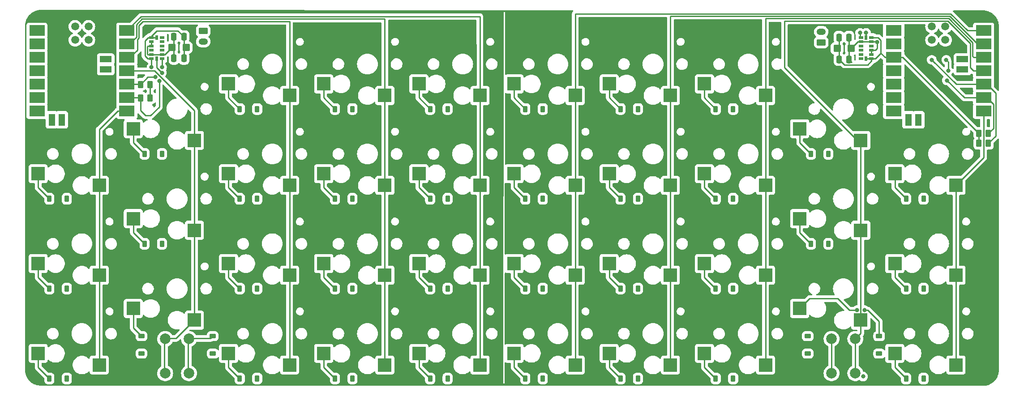
<source format=gbr>
%TF.GenerationSoftware,KiCad,Pcbnew,7.0.2-0*%
%TF.CreationDate,2024-08-24T17:52:38-04:00*%
%TF.ProjectId,PCB,5043422e-6b69-4636-9164-5f7063625858,rev?*%
%TF.SameCoordinates,Original*%
%TF.FileFunction,Copper,L2,Bot*%
%TF.FilePolarity,Positive*%
%FSLAX46Y46*%
G04 Gerber Fmt 4.6, Leading zero omitted, Abs format (unit mm)*
G04 Created by KiCad (PCBNEW 7.0.2-0) date 2024-08-24 17:52:38*
%MOMM*%
%LPD*%
G01*
G04 APERTURE LIST*
G04 Aperture macros list*
%AMRoundRect*
0 Rectangle with rounded corners*
0 $1 Rounding radius*
0 $2 $3 $4 $5 $6 $7 $8 $9 X,Y pos of 4 corners*
0 Add a 4 corners polygon primitive as box body*
4,1,4,$2,$3,$4,$5,$6,$7,$8,$9,$2,$3,0*
0 Add four circle primitives for the rounded corners*
1,1,$1+$1,$2,$3*
1,1,$1+$1,$4,$5*
1,1,$1+$1,$6,$7*
1,1,$1+$1,$8,$9*
0 Add four rect primitives between the rounded corners*
20,1,$1+$1,$2,$3,$4,$5,0*
20,1,$1+$1,$4,$5,$6,$7,0*
20,1,$1+$1,$6,$7,$8,$9,0*
20,1,$1+$1,$8,$9,$2,$3,0*%
G04 Aperture macros list end*
%TA.AperFunction,SMDPad,CuDef*%
%ADD10R,2.600000X2.600000*%
%TD*%
%TA.AperFunction,ComponentPad*%
%ADD11C,2.000000*%
%TD*%
%TA.AperFunction,SMDPad,CuDef*%
%ADD12RoundRect,0.225000X0.225000X0.375000X-0.225000X0.375000X-0.225000X-0.375000X0.225000X-0.375000X0*%
%TD*%
%TA.AperFunction,ComponentPad*%
%ADD13RoundRect,0.250000X0.625000X-0.350000X0.625000X0.350000X-0.625000X0.350000X-0.625000X-0.350000X0*%
%TD*%
%TA.AperFunction,ComponentPad*%
%ADD14O,1.750000X1.200000*%
%TD*%
%TA.AperFunction,SMDPad,CuDef*%
%ADD15RoundRect,0.225000X0.375000X-0.225000X0.375000X0.225000X-0.375000X0.225000X-0.375000X-0.225000X0*%
%TD*%
%TA.AperFunction,SMDPad,CuDef*%
%ADD16RoundRect,0.250000X-0.450000X-0.425000X0.450000X-0.425000X0.450000X0.425000X-0.450000X0.425000X0*%
%TD*%
%TA.AperFunction,SMDPad,CuDef*%
%ADD17RoundRect,0.250000X-0.250000X-0.475000X0.250000X-0.475000X0.250000X0.475000X-0.250000X0.475000X0*%
%TD*%
%TA.AperFunction,SMDPad,CuDef*%
%ADD18R,0.920000X0.610000*%
%TD*%
%TA.AperFunction,SMDPad,CuDef*%
%ADD19R,0.610000X0.920000*%
%TD*%
%TA.AperFunction,SMDPad,CuDef*%
%ADD20RoundRect,0.250000X-0.262500X-0.450000X0.262500X-0.450000X0.262500X0.450000X-0.262500X0.450000X0*%
%TD*%
%TA.AperFunction,SMDPad,CuDef*%
%ADD21RoundRect,0.250000X0.250000X0.475000X-0.250000X0.475000X-0.250000X-0.475000X0.250000X-0.475000X0*%
%TD*%
%TA.AperFunction,SMDPad,CuDef*%
%ADD22R,3.000000X2.000000*%
%TD*%
%TA.AperFunction,SMDPad,CuDef*%
%ADD23C,1.500000*%
%TD*%
%TA.AperFunction,SMDPad,CuDef*%
%ADD24R,1.300000X2.300000*%
%TD*%
%TA.AperFunction,ComponentPad*%
%ADD25R,2.300000X1.300000*%
%TD*%
%TA.AperFunction,SMDPad,CuDef*%
%ADD26RoundRect,0.250000X0.450000X0.425000X-0.450000X0.425000X-0.450000X-0.425000X0.450000X-0.425000X0*%
%TD*%
%TA.AperFunction,SMDPad,CuDef*%
%ADD27RoundRect,0.250000X0.262500X0.450000X-0.262500X0.450000X-0.262500X-0.450000X0.262500X-0.450000X0*%
%TD*%
%TA.AperFunction,ComponentPad*%
%ADD28RoundRect,0.250000X-0.625000X0.350000X-0.625000X-0.350000X0.625000X-0.350000X0.625000X0.350000X0*%
%TD*%
%TA.AperFunction,ViaPad*%
%ADD29C,0.800000*%
%TD*%
%TA.AperFunction,Conductor*%
%ADD30C,0.250000*%
%TD*%
G04 APERTURE END LIST*
D10*
%TO.P,MX12,1,COL*%
%TO.N,/Col1*%
X57275000Y-82450000D03*
%TO.P,MX12,2,ROW*%
%TO.N,Net-(D12-A)*%
X45725000Y-80250000D03*
%TD*%
%TO.P,MX6,1,COL*%
%TO.N,/Col0*%
X39275000Y-73950000D03*
%TO.P,MX6,2,ROW*%
%TO.N,Net-(D6-A)*%
X27725000Y-71750000D03*
%TD*%
%TO.P,MX15,1,COL*%
%TO.N,/Col4*%
X111275000Y-73950000D03*
%TO.P,MX15,2,ROW*%
%TO.N,Net-(D15-A)*%
X99725000Y-71750000D03*
%TD*%
%TO.P,MX31,1,COL*%
%TO.N,/Col1B*%
X183275000Y-82450000D03*
%TO.P,MX31,2,ROW*%
%TO.N,Net-(D31-A)*%
X171725000Y-80250000D03*
%TD*%
%TO.P,MX27,1,COL*%
%TO.N,/Col2B*%
X165275000Y-56950000D03*
%TO.P,MX27,2,ROW*%
%TO.N,Net-(D27-A)*%
X153725000Y-54750000D03*
%TD*%
%TO.P,MX5,1,COL*%
%TO.N,/Col4*%
X111275000Y-39950000D03*
%TO.P,MX5,2,ROW*%
%TO.N,Net-(D5-A)*%
X99725000Y-37750000D03*
%TD*%
%TO.P,MX11,1,COL*%
%TO.N,/Col0*%
X39275000Y-90950000D03*
%TO.P,MX11,2,ROW*%
%TO.N,Net-(D11-A)*%
X27725000Y-88750000D03*
%TD*%
D11*
%TO.P,MX19,1,COL*%
%TO.N,/Col1*%
X51750000Y-92500000D03*
X51750000Y-86000000D03*
%TO.P,MX19,2,ROW*%
%TO.N,Net-(D19-A)*%
X56250000Y-92500000D03*
X56250000Y-86000000D03*
%TD*%
D10*
%TO.P,MX29,1,COL*%
%TO.N,/Col4B*%
X129275000Y-56950000D03*
%TO.P,MX29,2,ROW*%
%TO.N,Net-(D29-A)*%
X117725000Y-54750000D03*
%TD*%
%TO.P,MX16,1,COL*%
%TO.N,/Col2*%
X75275000Y-90950000D03*
%TO.P,MX16,2,ROW*%
%TO.N,Net-(D16-A)*%
X63725000Y-88750000D03*
%TD*%
D11*
%TO.P,MX38,1,COL*%
%TO.N,/Col1B*%
X182250000Y-86000000D03*
X182250000Y-92500000D03*
%TO.P,MX38,2,ROW*%
%TO.N,Net-(D38-A)*%
X177750000Y-86000000D03*
X177750000Y-92500000D03*
%TD*%
D10*
%TO.P,MX2,1,COL*%
%TO.N,/Col1*%
X57275000Y-48450000D03*
%TO.P,MX2,2,ROW*%
%TO.N,Net-(D2-A)*%
X45725000Y-46250000D03*
%TD*%
%TO.P,MX10,1,COL*%
%TO.N,/Col4*%
X111275000Y-56950000D03*
%TO.P,MX10,2,ROW*%
%TO.N,Net-(D10-A)*%
X99725000Y-54750000D03*
%TD*%
%TO.P,MX30,1,COL*%
%TO.N,/Col0B*%
X201275000Y-90950000D03*
%TO.P,MX30,2,ROW*%
%TO.N,Net-(D30-A)*%
X189725000Y-88750000D03*
%TD*%
%TO.P,MX34,1,COL*%
%TO.N,/Col4B*%
X129275000Y-73950000D03*
%TO.P,MX34,2,ROW*%
%TO.N,Net-(D34-A)*%
X117725000Y-71750000D03*
%TD*%
%TO.P,MX3,1,COL*%
%TO.N,/Col2*%
X75275000Y-39950000D03*
%TO.P,MX3,2,ROW*%
%TO.N,Net-(D3-A)*%
X63725000Y-37750000D03*
%TD*%
%TO.P,MX21,1,COL*%
%TO.N,/Col1B*%
X183275000Y-48450000D03*
%TO.P,MX21,2,ROW*%
%TO.N,Net-(D21-A)*%
X171725000Y-46250000D03*
%TD*%
%TO.P,MX20,1,COL*%
%TO.N,/Col0B*%
X201275000Y-56950000D03*
%TO.P,MX20,2,ROW*%
%TO.N,Net-(D20-A)*%
X189725000Y-54750000D03*
%TD*%
%TO.P,MX7,1,COL*%
%TO.N,/Col1*%
X57275000Y-65450000D03*
%TO.P,MX7,2,ROW*%
%TO.N,Net-(D7-A)*%
X45725000Y-63250000D03*
%TD*%
%TO.P,MX32,1,COL*%
%TO.N,/Col2B*%
X165275000Y-73950000D03*
%TO.P,MX32,2,ROW*%
%TO.N,Net-(D32-A)*%
X153725000Y-71750000D03*
%TD*%
%TO.P,MX13,1,COL*%
%TO.N,/Col2*%
X75275000Y-73950000D03*
%TO.P,MX13,2,ROW*%
%TO.N,Net-(D13-A)*%
X63725000Y-71750000D03*
%TD*%
%TO.P,MX35,1,COL*%
%TO.N,/Col2B*%
X165275000Y-90950000D03*
%TO.P,MX35,2,ROW*%
%TO.N,Net-(D35-A)*%
X153725000Y-88750000D03*
%TD*%
%TO.P,MX33,1,COL*%
%TO.N,/Col3B*%
X147275000Y-73950000D03*
%TO.P,MX33,2,ROW*%
%TO.N,Net-(D33-A)*%
X135725000Y-71750000D03*
%TD*%
%TO.P,MX25,1,COL*%
%TO.N,/Col0B*%
X201275000Y-73950000D03*
%TO.P,MX25,2,ROW*%
%TO.N,Net-(D25-A)*%
X189725000Y-71750000D03*
%TD*%
%TO.P,MX14,1,COL*%
%TO.N,/Col3*%
X93275000Y-73950000D03*
%TO.P,MX14,2,ROW*%
%TO.N,Net-(D14-A)*%
X81725000Y-71750000D03*
%TD*%
%TO.P,MX1,1,COL*%
%TO.N,/Col0*%
X39275000Y-56950000D03*
%TO.P,MX1,2,ROW*%
%TO.N,Net-(D1-A)*%
X27725000Y-54750000D03*
%TD*%
%TO.P,MX8,1,COL*%
%TO.N,/Col2*%
X75275000Y-56950000D03*
%TO.P,MX8,2,ROW*%
%TO.N,Net-(D8-A)*%
X63725000Y-54750000D03*
%TD*%
%TO.P,MX37,1,COL*%
%TO.N,/Col4B*%
X129275000Y-90950000D03*
%TO.P,MX37,2,ROW*%
%TO.N,Net-(D37-A)*%
X117725000Y-88750000D03*
%TD*%
%TO.P,MX28,1,COL*%
%TO.N,/Col3B*%
X147275000Y-56950000D03*
%TO.P,MX28,2,ROW*%
%TO.N,Net-(D28-A)*%
X135725000Y-54750000D03*
%TD*%
%TO.P,MX9,1,COL*%
%TO.N,/Col3*%
X93275000Y-56950000D03*
%TO.P,MX9,2,ROW*%
%TO.N,Net-(D9-A)*%
X81725000Y-54750000D03*
%TD*%
%TO.P,MX23,1,COL*%
%TO.N,/Col3B*%
X147275000Y-39950000D03*
%TO.P,MX23,2,ROW*%
%TO.N,Net-(D23-A)*%
X135725000Y-37750000D03*
%TD*%
%TO.P,MX36,1,COL*%
%TO.N,/Col3B*%
X147275000Y-90950000D03*
%TO.P,MX36,2,ROW*%
%TO.N,Net-(D36-A)*%
X135725000Y-88750000D03*
%TD*%
%TO.P,MX17,1,COL*%
%TO.N,/Col3*%
X93275000Y-90950000D03*
%TO.P,MX17,2,ROW*%
%TO.N,Net-(D17-A)*%
X81725000Y-88750000D03*
%TD*%
%TO.P,MX18,1,COL*%
%TO.N,/Col4*%
X111275000Y-90950000D03*
%TO.P,MX18,2,ROW*%
%TO.N,Net-(D18-A)*%
X99725000Y-88750000D03*
%TD*%
%TO.P,MX4,1,COL*%
%TO.N,/Col3*%
X93275000Y-39950000D03*
%TO.P,MX4,2,ROW*%
%TO.N,Net-(D4-A)*%
X81725000Y-37750000D03*
%TD*%
%TO.P,MX24,1,COL*%
%TO.N,/Col4B*%
X129275000Y-39950000D03*
%TO.P,MX24,2,ROW*%
%TO.N,Net-(D24-A)*%
X117725000Y-37750000D03*
%TD*%
%TO.P,MX22,1,COL*%
%TO.N,/Col2B*%
X165275000Y-39950000D03*
%TO.P,MX22,2,ROW*%
%TO.N,Net-(D22-A)*%
X153725000Y-37750000D03*
%TD*%
%TO.P,MX26,1,COL*%
%TO.N,/Col1B*%
X183275000Y-65450000D03*
%TO.P,MX26,2,ROW*%
%TO.N,Net-(D26-A)*%
X171725000Y-63250000D03*
%TD*%
D12*
%TO.P,D36,1,K*%
%TO.N,/Row3B*%
X141150000Y-93500000D03*
%TO.P,D36,2,A*%
%TO.N,Net-(D36-A)*%
X137850000Y-93500000D03*
%TD*%
%TO.P,D8,1,K*%
%TO.N,/Row1*%
X69150000Y-59500000D03*
%TO.P,D8,2,A*%
%TO.N,Net-(D8-A)*%
X65850000Y-59500000D03*
%TD*%
%TO.P,D25,1,K*%
%TO.N,/Row1B*%
X195150000Y-76500000D03*
%TO.P,D25,2,A*%
%TO.N,Net-(D25-A)*%
X191850000Y-76500000D03*
%TD*%
D13*
%TO.P,J2,1,Pin_1*%
%TO.N,/Bat-B*%
X175800000Y-29900000D03*
D14*
%TO.P,J2,2,Pin_2*%
%TO.N,/Bat+B*%
X175800000Y-27900000D03*
%TD*%
D12*
%TO.P,D27,1,K*%
%TO.N,/Row1B*%
X159150000Y-59500000D03*
%TO.P,D27,2,A*%
%TO.N,Net-(D27-A)*%
X155850000Y-59500000D03*
%TD*%
D15*
%TO.P,D12,1,K*%
%TO.N,/Row2*%
X47250000Y-88775000D03*
%TO.P,D12,2,A*%
%TO.N,Net-(D12-A)*%
X47250000Y-85475000D03*
%TD*%
D12*
%TO.P,D1,1,K*%
%TO.N,/Row0*%
X33150000Y-59500000D03*
%TO.P,D1,2,A*%
%TO.N,Net-(D1-A)*%
X29850000Y-59500000D03*
%TD*%
D16*
%TO.P,C6,1*%
%TO.N,+3.3VA*%
X178800000Y-31050000D03*
%TO.P,C6,2*%
%TO.N,GND1*%
X181500000Y-31050000D03*
%TD*%
D12*
%TO.P,D6,1,K*%
%TO.N,/Row1*%
X33150000Y-76500000D03*
%TO.P,D6,2,A*%
%TO.N,Net-(D6-A)*%
X29850000Y-76500000D03*
%TD*%
%TO.P,D9,1,K*%
%TO.N,/Row1*%
X87150000Y-59500000D03*
%TO.P,D9,2,A*%
%TO.N,Net-(D9-A)*%
X83850000Y-59500000D03*
%TD*%
%TO.P,D24,1,K*%
%TO.N,/Row0B*%
X123150000Y-42500000D03*
%TO.P,D24,2,A*%
%TO.N,Net-(D24-A)*%
X119850000Y-42500000D03*
%TD*%
D15*
%TO.P,D38,1,K*%
%TO.N,/Row3B*%
X173250000Y-88775000D03*
%TO.P,D38,2,A*%
%TO.N,Net-(D38-A)*%
X173250000Y-85475000D03*
%TD*%
D12*
%TO.P,D35,1,K*%
%TO.N,/Row3B*%
X159150000Y-93500000D03*
%TO.P,D35,2,A*%
%TO.N,Net-(D35-A)*%
X155850000Y-93500000D03*
%TD*%
%TO.P,D20,1,K*%
%TO.N,/Row0B*%
X195150000Y-59500000D03*
%TO.P,D20,2,A*%
%TO.N,Net-(D20-A)*%
X191850000Y-59500000D03*
%TD*%
D17*
%TO.P,C5,1*%
%TO.N,+3.3VA*%
X179150000Y-28950000D03*
%TO.P,C5,2*%
%TO.N,GND1*%
X181050000Y-28950000D03*
%TD*%
D18*
%TO.P,U1,1,VDD_I/O*%
%TO.N,+3.3V*%
X49155000Y-32988000D03*
%TO.P,U1,2,GND*%
%TO.N,GND*%
X49155000Y-32188000D03*
%TO.P,U1,3,RESERVED_3*%
%TO.N,unconnected-(U1-RESERVED_3-Pad3)*%
X49155000Y-31388000D03*
%TO.P,U1,4,GND*%
%TO.N,GND*%
X49155000Y-30588000D03*
%TO.P,U1,5,GND*%
X49155000Y-29788000D03*
%TO.P,U1,6,VS*%
%TO.N,+3.3V*%
X49155000Y-28988000D03*
D19*
%TO.P,U1,7,~{CS}*%
X50165000Y-28978000D03*
D18*
%TO.P,U1,8,INT1*%
%TO.N,unconnected-(U1-INT1-Pad8)*%
X51175000Y-28988000D03*
%TO.P,U1,9,INT2*%
%TO.N,unconnected-(U1-INT2-Pad9)*%
X51175000Y-29788000D03*
%TO.P,U1,10,NC*%
%TO.N,unconnected-(U1-NC-Pad10)*%
X51175000Y-30588000D03*
%TO.P,U1,11,RESERVED_11*%
%TO.N,unconnected-(U1-RESERVED_11-Pad11)*%
X51175000Y-31388000D03*
%TO.P,U1,12,SDO/ALT_ADDRESS*%
%TO.N,GND*%
X51175000Y-32188000D03*
%TO.P,U1,13,SDA/SDI/SDIO*%
%TO.N,/SDA*%
X51175000Y-32988000D03*
D19*
%TO.P,U1,14,SCL/SCLK*%
%TO.N,/SCL*%
X50165000Y-32998000D03*
%TD*%
D12*
%TO.P,D28,1,K*%
%TO.N,/Row1B*%
X141150000Y-59500000D03*
%TO.P,D28,2,A*%
%TO.N,Net-(D28-A)*%
X137850000Y-59500000D03*
%TD*%
D15*
%TO.P,D19,1,K*%
%TO.N,/Row3*%
X60750000Y-88775000D03*
%TO.P,D19,2,A*%
%TO.N,Net-(D19-A)*%
X60750000Y-85475000D03*
%TD*%
D20*
%TO.P,R3,1*%
%TO.N,+3.3VA*%
X205587500Y-47100000D03*
%TO.P,R3,2*%
%TO.N,/SCLB*%
X207412500Y-47100000D03*
%TD*%
D12*
%TO.P,D13,1,K*%
%TO.N,/Row2*%
X69150000Y-76500000D03*
%TO.P,D13,2,A*%
%TO.N,Net-(D13-A)*%
X65850000Y-76500000D03*
%TD*%
%TO.P,D23,1,K*%
%TO.N,/Row0B*%
X141150000Y-42500000D03*
%TO.P,D23,2,A*%
%TO.N,Net-(D23-A)*%
X137850000Y-42500000D03*
%TD*%
D21*
%TO.P,C2,1*%
%TO.N,+3.3V*%
X55306000Y-28829000D03*
%TO.P,C2,2*%
%TO.N,GND*%
X53406000Y-28829000D03*
%TD*%
D12*
%TO.P,D3,1,K*%
%TO.N,/Row0*%
X69150000Y-42500000D03*
%TO.P,D3,2,A*%
%TO.N,Net-(D3-A)*%
X65850000Y-42500000D03*
%TD*%
D22*
%TO.P,U2,1,P0.02_A0_D0*%
%TO.N,/Col4*%
X44500000Y-27675000D03*
%TO.P,U2,2,P0.03_A1_D1*%
%TO.N,/Col3*%
X44500000Y-30215000D03*
%TO.P,U2,3,P0.28_A2_D2*%
%TO.N,/Col2*%
X44500000Y-32755000D03*
%TO.P,U2,4,P0.29_A3_D3*%
%TO.N,/Col1*%
X44500000Y-35295000D03*
%TO.P,U2,5,P0.04_A4_D4_SDA*%
%TO.N,/SDA*%
X44500000Y-37835000D03*
%TO.P,U2,6,P0.05_A5_D5_SCL*%
%TO.N,/SCL*%
X44500000Y-40375000D03*
%TO.P,U2,7,P1.11_D6_TX*%
%TO.N,/Col0*%
X44500000Y-42915000D03*
%TO.P,U2,8,P1.12_D7_RX*%
%TO.N,/Row0*%
X27500000Y-42915000D03*
%TO.P,U2,9,P1.13_D8_SCK*%
%TO.N,/Row1*%
X27500000Y-40375000D03*
%TO.P,U2,10,P1.14_D9_MISO*%
%TO.N,/Row2*%
X27500000Y-37835000D03*
%TO.P,U2,11,P1.15_D10_MOSI*%
%TO.N,/Row3*%
X27500000Y-35295000D03*
%TO.P,U2,12,3V3*%
%TO.N,+3.3V*%
X27500000Y-32755000D03*
%TO.P,U2,13,GND*%
%TO.N,GND*%
X27500000Y-30215000D03*
%TO.P,U2,14,5V*%
%TO.N,unconnected-(U2-5V-Pad14)*%
X27500000Y-27675000D03*
D23*
%TO.P,U2,15,PA30_SWCLK*%
%TO.N,unconnected-(U2-PA30_SWCLK-Pad15)*%
X37270000Y-26905000D03*
%TO.P,U2,16,PA31_SWDIO*%
%TO.N,unconnected-(U2-PA31_SWDIO-Pad16)*%
X34730000Y-26905000D03*
%TO.P,U2,17,GND*%
%TO.N,unconnected-(U2-GND-Pad17)*%
X37270000Y-29445000D03*
%TO.P,U2,18,RESET*%
%TO.N,unconnected-(U2-RESET-Pad18)*%
X34730000Y-29445000D03*
D24*
%TO.P,U2,19,P0.09_NFC1*%
%TO.N,unconnected-(U2-P0.09_NFC1-Pad19)*%
X32200000Y-44545000D03*
%TO.P,U2,20,P0.10_NFC2*%
%TO.N,unconnected-(U2-P0.10_NFC2-Pad20)*%
X30300000Y-44545000D03*
D25*
%TO.P,U2,21,BAT-*%
%TO.N,/Bat-*%
X40500000Y-33095000D03*
%TO.P,U2,22,BAT+*%
%TO.N,/Bat+*%
X40500000Y-34995000D03*
%TD*%
D12*
%TO.P,D17,1,K*%
%TO.N,/Row3*%
X87150000Y-93500000D03*
%TO.P,D17,2,A*%
%TO.N,Net-(D17-A)*%
X83850000Y-93500000D03*
%TD*%
D26*
%TO.P,C3,1*%
%TO.N,+3.3V*%
X55706000Y-30861000D03*
%TO.P,C3,2*%
%TO.N,GND*%
X53006000Y-30861000D03*
%TD*%
D12*
%TO.P,D15,1,K*%
%TO.N,/Row2*%
X105150000Y-76500000D03*
%TO.P,D15,2,A*%
%TO.N,Net-(D15-A)*%
X101850000Y-76500000D03*
%TD*%
D27*
%TO.P,R2,1*%
%TO.N,+3.3V*%
X48918500Y-37846000D03*
%TO.P,R2,2*%
%TO.N,/SDA*%
X47093500Y-37846000D03*
%TD*%
D12*
%TO.P,D34,1,K*%
%TO.N,/Row2B*%
X123150000Y-76500000D03*
%TO.P,D34,2,A*%
%TO.N,Net-(D34-A)*%
X119850000Y-76500000D03*
%TD*%
D22*
%TO.P,U4,1,P0.02_A0_D0*%
%TO.N,/Col4B*%
X206500000Y-27675000D03*
%TO.P,U4,2,P0.03_A1_D1*%
%TO.N,/Col3B*%
X206500000Y-30215000D03*
%TO.P,U4,3,P0.28_A2_D2*%
%TO.N,/Col2B*%
X206500000Y-32755000D03*
%TO.P,U4,4,P0.29_A3_D3*%
%TO.N,/Col1B*%
X206500000Y-35295000D03*
%TO.P,U4,5,P0.04_A4_D4_SDA*%
%TO.N,/SDAB*%
X206500000Y-37835000D03*
%TO.P,U4,6,P0.05_A5_D5_SCL*%
%TO.N,/SCLB*%
X206500000Y-40375000D03*
%TO.P,U4,7,P1.11_D6_TX*%
%TO.N,/Col0B*%
X206500000Y-42915000D03*
%TO.P,U4,8,P1.12_D7_RX*%
%TO.N,/Row0B*%
X189500000Y-42915000D03*
%TO.P,U4,9,P1.13_D8_SCK*%
%TO.N,/Row1B*%
X189500000Y-40375000D03*
%TO.P,U4,10,P1.14_D9_MISO*%
%TO.N,/Row2B*%
X189500000Y-37835000D03*
%TO.P,U4,11,P1.15_D10_MOSI*%
%TO.N,/Row3B*%
X189500000Y-35295000D03*
%TO.P,U4,12,3V3*%
%TO.N,+3.3VA*%
X189500000Y-32755000D03*
%TO.P,U4,13,GND*%
%TO.N,GND1*%
X189500000Y-30215000D03*
%TO.P,U4,14,5V*%
%TO.N,unconnected-(U4-5V-Pad14)*%
X189500000Y-27675000D03*
D23*
%TO.P,U4,15,PA30_SWCLK*%
%TO.N,unconnected-(U4-PA30_SWCLK-Pad15)*%
X199270000Y-26905000D03*
%TO.P,U4,16,PA31_SWDIO*%
%TO.N,unconnected-(U4-PA31_SWDIO-Pad16)*%
X196730000Y-26905000D03*
%TO.P,U4,17,GND*%
%TO.N,unconnected-(U4-GND-Pad17)*%
X199270000Y-29445000D03*
%TO.P,U4,18,RESET*%
%TO.N,unconnected-(U4-RESET-Pad18)*%
X196730000Y-29445000D03*
D24*
%TO.P,U4,19,P0.09_NFC1*%
%TO.N,unconnected-(U4-P0.09_NFC1-Pad19)*%
X194200000Y-44545000D03*
%TO.P,U4,20,P0.10_NFC2*%
%TO.N,unconnected-(U4-P0.10_NFC2-Pad20)*%
X192300000Y-44545000D03*
D25*
%TO.P,U4,21,BAT-*%
%TO.N,/Bat-B*%
X202500000Y-33095000D03*
%TO.P,U4,22,BAT+*%
%TO.N,/Bat+B*%
X202500000Y-34995000D03*
%TD*%
D12*
%TO.P,D32,1,K*%
%TO.N,/Row2B*%
X159150000Y-76500000D03*
%TO.P,D32,2,A*%
%TO.N,Net-(D32-A)*%
X155850000Y-76500000D03*
%TD*%
%TO.P,D18,1,K*%
%TO.N,/Row3*%
X105150000Y-93500000D03*
%TO.P,D18,2,A*%
%TO.N,Net-(D18-A)*%
X101850000Y-93500000D03*
%TD*%
%TO.P,D4,1,K*%
%TO.N,/Row0*%
X87150000Y-42500000D03*
%TO.P,D4,2,A*%
%TO.N,Net-(D4-A)*%
X83850000Y-42500000D03*
%TD*%
%TO.P,D21,1,K*%
%TO.N,/Row0B*%
X177150000Y-51000000D03*
%TO.P,D21,2,A*%
%TO.N,Net-(D21-A)*%
X173850000Y-51000000D03*
%TD*%
%TO.P,D29,1,K*%
%TO.N,/Row1B*%
X123150000Y-59500000D03*
%TO.P,D29,2,A*%
%TO.N,Net-(D29-A)*%
X119850000Y-59500000D03*
%TD*%
%TO.P,D16,1,K*%
%TO.N,/Row3*%
X69150000Y-93500000D03*
%TO.P,D16,2,A*%
%TO.N,Net-(D16-A)*%
X65850000Y-93500000D03*
%TD*%
%TO.P,D33,1,K*%
%TO.N,/Row2B*%
X141150000Y-76500000D03*
%TO.P,D33,2,A*%
%TO.N,Net-(D33-A)*%
X137850000Y-76500000D03*
%TD*%
D18*
%TO.P,U3,1,VDD_I/O*%
%TO.N,+3.3VA*%
X185310000Y-28988000D03*
%TO.P,U3,2,GND*%
%TO.N,GND1*%
X185310000Y-29788000D03*
%TO.P,U3,3,RESERVED_3*%
%TO.N,unconnected-(U3-RESERVED_3-Pad3)*%
X185310000Y-30588000D03*
%TO.P,U3,4,GND*%
%TO.N,GND1*%
X185310000Y-31388000D03*
%TO.P,U3,5,GND*%
X185310000Y-32188000D03*
%TO.P,U3,6,VS*%
%TO.N,+3.3VA*%
X185310000Y-32988000D03*
D19*
%TO.P,U3,7,~{CS}*%
X184300000Y-32998000D03*
D18*
%TO.P,U3,8,INT1*%
%TO.N,unconnected-(U3-INT1-Pad8)*%
X183290000Y-32988000D03*
%TO.P,U3,9,INT2*%
%TO.N,unconnected-(U3-INT2-Pad9)*%
X183290000Y-32188000D03*
%TO.P,U3,10,NC*%
%TO.N,unconnected-(U3-NC-Pad10)*%
X183290000Y-31388000D03*
%TO.P,U3,11,RESERVED_11*%
%TO.N,unconnected-(U3-RESERVED_11-Pad11)*%
X183290000Y-30588000D03*
%TO.P,U3,12,SDO/ALT_ADDRESS*%
%TO.N,GND1*%
X183290000Y-29788000D03*
%TO.P,U3,13,SDA/SDI/SDIO*%
%TO.N,/SDAB*%
X183290000Y-28988000D03*
D19*
%TO.P,U3,14,SCL/SCLK*%
%TO.N,/SCLB*%
X184300000Y-28978000D03*
%TD*%
D12*
%TO.P,D30,1,K*%
%TO.N,/Row2B*%
X195150000Y-93500000D03*
%TO.P,D30,2,A*%
%TO.N,Net-(D30-A)*%
X191850000Y-93500000D03*
%TD*%
%TO.P,D7,1,K*%
%TO.N,/Row1*%
X51150000Y-68000000D03*
%TO.P,D7,2,A*%
%TO.N,Net-(D7-A)*%
X47850000Y-68000000D03*
%TD*%
D27*
%TO.P,R1,1*%
%TO.N,+3.3V*%
X48918500Y-40386000D03*
%TO.P,R1,2*%
%TO.N,/SCL*%
X47093500Y-40386000D03*
%TD*%
D12*
%TO.P,D37,1,K*%
%TO.N,/Row3B*%
X123150000Y-93500000D03*
%TO.P,D37,2,A*%
%TO.N,Net-(D37-A)*%
X119850000Y-93500000D03*
%TD*%
D20*
%TO.P,R4,1*%
%TO.N,+3.3VA*%
X205587500Y-49000000D03*
%TO.P,R4,2*%
%TO.N,/SDAB*%
X207412500Y-49000000D03*
%TD*%
D12*
%TO.P,D11,1,K*%
%TO.N,/Row2*%
X33150000Y-93500000D03*
%TO.P,D11,2,A*%
%TO.N,Net-(D11-A)*%
X29850000Y-93500000D03*
%TD*%
D17*
%TO.P,C4,1*%
%TO.N,+3.3VA*%
X179150000Y-33100000D03*
%TO.P,C4,2*%
%TO.N,GND1*%
X181050000Y-33100000D03*
%TD*%
D12*
%TO.P,D2,1,K*%
%TO.N,/Row0*%
X51150000Y-51000000D03*
%TO.P,D2,2,A*%
%TO.N,Net-(D2-A)*%
X47850000Y-51000000D03*
%TD*%
%TO.P,D26,1,K*%
%TO.N,/Row1B*%
X177150000Y-68000000D03*
%TO.P,D26,2,A*%
%TO.N,Net-(D26-A)*%
X173850000Y-68000000D03*
%TD*%
D28*
%TO.P,J1,1,Pin_1*%
%TO.N,/Bat-*%
X58950000Y-27750000D03*
D14*
%TO.P,J1,2,Pin_2*%
%TO.N,/Bat+*%
X58950000Y-29750000D03*
%TD*%
D12*
%TO.P,D22,1,K*%
%TO.N,/Row0B*%
X159150000Y-42500000D03*
%TO.P,D22,2,A*%
%TO.N,Net-(D22-A)*%
X155850000Y-42500000D03*
%TD*%
%TO.P,D5,1,K*%
%TO.N,/Row0*%
X105150000Y-42500000D03*
%TO.P,D5,2,A*%
%TO.N,Net-(D5-A)*%
X101850000Y-42500000D03*
%TD*%
%TO.P,D10,1,K*%
%TO.N,/Row1*%
X105150000Y-59500000D03*
%TO.P,D10,2,A*%
%TO.N,Net-(D10-A)*%
X101850000Y-59500000D03*
%TD*%
%TO.P,D14,1,K*%
%TO.N,/Row2*%
X87150000Y-76500000D03*
%TO.P,D14,2,A*%
%TO.N,Net-(D14-A)*%
X83850000Y-76500000D03*
%TD*%
D15*
%TO.P,D31,1,K*%
%TO.N,/Row2B*%
X186750000Y-88775000D03*
%TO.P,D31,2,A*%
%TO.N,Net-(D31-A)*%
X186750000Y-85475000D03*
%TD*%
D21*
%TO.P,C1,1*%
%TO.N,+3.3V*%
X55306000Y-32893000D03*
%TO.P,C1,2*%
%TO.N,GND*%
X53406000Y-32893000D03*
%TD*%
D29*
%TO.N,/Row0*%
X87150000Y-42500000D03*
X27500000Y-42915000D03*
X51150000Y-51000000D03*
X69150000Y-42500000D03*
X33150000Y-59500000D03*
X105150000Y-42500000D03*
%TO.N,/Row1*%
X87150000Y-59500000D03*
X69150000Y-59500000D03*
X105150000Y-59500000D03*
X51150000Y-68000000D03*
X33150000Y-76500000D03*
X27500000Y-40375000D03*
%TO.N,/Row2*%
X87150000Y-76500000D03*
X33150000Y-93500000D03*
X69150000Y-76500000D03*
X47250000Y-88775000D03*
X105150000Y-76500000D03*
X27500000Y-37835000D03*
%TO.N,/Row3*%
X105150000Y-93500000D03*
X60750000Y-88775000D03*
X69150000Y-93500000D03*
X27500000Y-35295000D03*
X87150000Y-93500000D03*
%TO.N,/SCL*%
X50621956Y-37191555D03*
X51127098Y-35647500D03*
%TO.N,/SDA*%
X49915201Y-36484800D03*
X51150000Y-34600000D03*
%TO.N,GND*%
X27500000Y-30215000D03*
X53406000Y-28829000D03*
%TO.N,+3.3V*%
X48918500Y-37846000D03*
X27500000Y-32755000D03*
X49150000Y-34570500D03*
X55706000Y-30861000D03*
%TO.N,GND1*%
X186350000Y-29800000D03*
X189500000Y-30215000D03*
%TO.N,/Row0B*%
X159150000Y-42500000D03*
X195150000Y-59500000D03*
X123150000Y-42500000D03*
X177150000Y-51000000D03*
X141150000Y-42500000D03*
X189500000Y-42915000D03*
%TO.N,/Row1B*%
X141150000Y-59500000D03*
X123150000Y-59500000D03*
X189500000Y-40375000D03*
X177150000Y-68000000D03*
X159150000Y-59500000D03*
X195150000Y-76500000D03*
%TO.N,/Row2B*%
X195150000Y-93500000D03*
X186750000Y-88775000D03*
X141150000Y-76500000D03*
X159150000Y-76500000D03*
X123150000Y-76500000D03*
X189500000Y-37835000D03*
%TO.N,/Row3B*%
X123150000Y-93500000D03*
X159150000Y-93500000D03*
X183722903Y-93123668D03*
X173250000Y-88775000D03*
X189500000Y-35295000D03*
X141150000Y-93500000D03*
%TO.N,Net-(D31-A)*%
X183999500Y-80550498D03*
X182550500Y-80550498D03*
%TO.N,Net-(D38-A)*%
X173250000Y-85475000D03*
%TO.N,/SDAB*%
X196700000Y-33200000D03*
X183150000Y-28100000D03*
%TO.N,/SCLB*%
X199450000Y-33200000D03*
X199562701Y-37087299D03*
X184300000Y-28100000D03*
X199799098Y-35274500D03*
%TD*%
D30*
%TO.N,Net-(D1-A)*%
X27725000Y-57375000D02*
X29850000Y-59500000D01*
X27725000Y-54750000D02*
X27725000Y-57375000D01*
%TO.N,Net-(D2-A)*%
X45725000Y-48875000D02*
X47850000Y-51000000D01*
X45725000Y-46250000D02*
X45725000Y-48875000D01*
%TO.N,Net-(D3-A)*%
X63725000Y-37750000D02*
X63725000Y-40375000D01*
X63725000Y-40375000D02*
X65850000Y-42500000D01*
%TO.N,Net-(D4-A)*%
X81725000Y-37750000D02*
X81725000Y-40375000D01*
X81725000Y-40375000D02*
X83850000Y-42500000D01*
%TO.N,Net-(D5-A)*%
X99725000Y-40375000D02*
X101850000Y-42500000D01*
X99725000Y-37750000D02*
X99725000Y-40375000D01*
%TO.N,Net-(D6-A)*%
X27725000Y-74375000D02*
X29850000Y-76500000D01*
X27725000Y-71750000D02*
X27725000Y-74375000D01*
%TO.N,Net-(D7-A)*%
X45725000Y-63250000D02*
X45725000Y-65875000D01*
X45725000Y-65875000D02*
X47850000Y-68000000D01*
%TO.N,Net-(D8-A)*%
X63725000Y-57375000D02*
X65850000Y-59500000D01*
X63725000Y-54750000D02*
X63725000Y-57375000D01*
%TO.N,Net-(D9-A)*%
X81725000Y-54750000D02*
X81725000Y-57375000D01*
X81725000Y-57375000D02*
X83850000Y-59500000D01*
%TO.N,Net-(D10-A)*%
X99725000Y-57375000D02*
X101850000Y-59500000D01*
X99725000Y-54750000D02*
X99725000Y-57375000D01*
%TO.N,Net-(D11-A)*%
X27725000Y-91375000D02*
X29850000Y-93500000D01*
X27725000Y-88750000D02*
X27725000Y-91375000D01*
%TO.N,Net-(D12-A)*%
X45725000Y-80250000D02*
X45725000Y-83950000D01*
X45725000Y-83950000D02*
X47250000Y-85475000D01*
%TO.N,Net-(D13-A)*%
X63725000Y-74375000D02*
X65850000Y-76500000D01*
X63725000Y-71750000D02*
X63725000Y-74375000D01*
%TO.N,Net-(D14-A)*%
X81725000Y-71750000D02*
X81725000Y-74375000D01*
X81725000Y-74375000D02*
X83850000Y-76500000D01*
%TO.N,Net-(D15-A)*%
X99725000Y-71750000D02*
X99725000Y-74375000D01*
X99725000Y-74375000D02*
X101850000Y-76500000D01*
%TO.N,Net-(D16-A)*%
X63725000Y-91375000D02*
X65850000Y-93500000D01*
X63725000Y-88750000D02*
X63725000Y-91375000D01*
%TO.N,Net-(D17-A)*%
X81725000Y-91375000D02*
X83850000Y-93500000D01*
X81725000Y-88750000D02*
X81725000Y-91375000D01*
%TO.N,Net-(D18-A)*%
X99725000Y-88750000D02*
X99725000Y-91375000D01*
X99725000Y-91375000D02*
X101850000Y-93500000D01*
%TO.N,/Col0*%
X39275000Y-56950000D02*
X39275000Y-46390000D01*
X39275000Y-46390000D02*
X42750000Y-42915000D01*
X39275000Y-73950000D02*
X39275000Y-90950000D01*
X42750000Y-42915000D02*
X44500000Y-42915000D01*
X39275000Y-56950000D02*
X39275000Y-73950000D01*
%TO.N,/Col1*%
X57275000Y-65450000D02*
X57275000Y-48450000D01*
X53821000Y-85904000D02*
X51598000Y-85904000D01*
X49749999Y-35295000D02*
X44500000Y-35295000D01*
X57275000Y-42820001D02*
X49749999Y-35295000D01*
X51598000Y-85904000D02*
X51598000Y-92404000D01*
X57275000Y-82450000D02*
X53821000Y-85904000D01*
X57275000Y-82450000D02*
X57275000Y-65450000D01*
X57275000Y-48450000D02*
X57275000Y-42820001D01*
%TO.N,/Col2*%
X47557396Y-25919000D02*
X46775000Y-26701396D01*
X46511396Y-31353604D02*
X45110000Y-32755000D01*
X45110000Y-32755000D02*
X44500000Y-32755000D01*
X75275000Y-56950000D02*
X75275000Y-73950000D01*
X75275000Y-73950000D02*
X75275000Y-90950000D01*
X75275000Y-39950000D02*
X75275000Y-25919000D01*
X75275000Y-39950000D02*
X75275000Y-56950000D01*
X46775000Y-26701396D02*
X46775000Y-29076396D01*
X75275000Y-25919000D02*
X47557396Y-25919000D01*
X46775000Y-29076396D02*
X46511396Y-29340000D01*
X46511396Y-29340000D02*
X46511396Y-31353604D01*
%TO.N,/Col3*%
X93275000Y-39950000D02*
X93275000Y-56950000D01*
X47371000Y-25469000D02*
X46325000Y-26515000D01*
X93275000Y-73950000D02*
X93275000Y-90950000D01*
X46325000Y-28890000D02*
X45000000Y-30215000D01*
X93275000Y-25526000D02*
X93218000Y-25469000D01*
X45000000Y-30215000D02*
X44500000Y-30215000D01*
X93275000Y-56950000D02*
X93275000Y-73950000D01*
X93218000Y-25469000D02*
X47371000Y-25469000D01*
X93275000Y-39950000D02*
X93275000Y-25526000D01*
X46325000Y-26515000D02*
X46325000Y-28890000D01*
%TO.N,/Col4*%
X111275000Y-90950000D02*
X111275000Y-73950000D01*
X111275000Y-56950000D02*
X111275000Y-73950000D01*
X111275000Y-56950000D02*
X111275000Y-39950000D01*
X111252000Y-30053000D02*
X111275000Y-30076000D01*
X111252000Y-25019000D02*
X111252000Y-30053000D01*
X111275000Y-30076000D02*
X111275000Y-39950000D01*
X44500000Y-27675000D02*
X47156000Y-25019000D01*
X47156000Y-25019000D02*
X111252000Y-25019000D01*
%TO.N,/SCL*%
X47093500Y-40386000D02*
X47093500Y-42827184D01*
X44500000Y-40375000D02*
X47082500Y-40375000D01*
X48016316Y-43750000D02*
X48983684Y-43750000D01*
X50165000Y-34685402D02*
X50165000Y-32998000D01*
X47082500Y-40375000D02*
X47093500Y-40386000D01*
X51127098Y-35647500D02*
X50165000Y-34685402D01*
X47093500Y-42827184D02*
X48016316Y-43750000D01*
X50621956Y-42111728D02*
X50621956Y-37191555D01*
X48983684Y-43750000D02*
X50621956Y-42111728D01*
%TO.N,/SDA*%
X47093500Y-37846000D02*
X48454700Y-36484800D01*
X44500000Y-37835000D02*
X47082500Y-37835000D01*
X47082500Y-37835000D02*
X47093500Y-37846000D01*
X48454700Y-36484800D02*
X49915201Y-36484800D01*
X51150000Y-34600000D02*
X51150000Y-33013000D01*
X51150000Y-33013000D02*
X51175000Y-32988000D01*
%TO.N,GND*%
X51679000Y-32188000D02*
X53006000Y-30861000D01*
X53406000Y-28829000D02*
X53406000Y-30461000D01*
X48370000Y-30663000D02*
X48445000Y-30588000D01*
X49155000Y-32188000D02*
X51175000Y-32188000D01*
X48445000Y-30588000D02*
X49155000Y-30588000D01*
X53406000Y-31261000D02*
X53006000Y-30861000D01*
X51175000Y-32188000D02*
X51679000Y-32188000D01*
X49155000Y-30588000D02*
X49155000Y-29788000D01*
X48445000Y-32188000D02*
X48370000Y-32113000D01*
X48370000Y-32113000D02*
X48370000Y-30663000D01*
X49155000Y-32188000D02*
X48445000Y-32188000D01*
X53406000Y-30461000D02*
X53006000Y-30861000D01*
X53406000Y-32893000D02*
X53406000Y-31261000D01*
%TO.N,+3.3V*%
X48445000Y-32988000D02*
X47920000Y-32463000D01*
X48540000Y-28988000D02*
X49155000Y-28988000D01*
X55306000Y-32893000D02*
X55306000Y-31261000D01*
X49155000Y-32988000D02*
X48445000Y-32988000D01*
X49155000Y-28988000D02*
X49155000Y-28701000D01*
X50170000Y-27686000D02*
X54163000Y-27686000D01*
X49155000Y-28988000D02*
X50155000Y-28988000D01*
X54163000Y-27686000D02*
X55306000Y-28829000D01*
X47920000Y-29608000D02*
X48540000Y-28988000D01*
X55306000Y-30461000D02*
X55706000Y-30861000D01*
X55306000Y-31261000D02*
X55706000Y-30861000D01*
X47920000Y-32463000D02*
X47920000Y-29608000D01*
X48918500Y-37846000D02*
X48918500Y-40386000D01*
X55306000Y-28829000D02*
X55306000Y-30461000D01*
X49155000Y-32988000D02*
X49155000Y-34565500D01*
X49155000Y-34565500D02*
X49150000Y-34570500D01*
X49155000Y-28701000D02*
X50170000Y-27686000D01*
X50155000Y-28988000D02*
X50165000Y-28978000D01*
%TO.N,Net-(D19-A)*%
X56098000Y-85904000D02*
X60321000Y-85904000D01*
X60321000Y-85904000D02*
X60750000Y-85475000D01*
X56098000Y-85904000D02*
X56098000Y-92404000D01*
%TO.N,+3.3VA*%
X184300000Y-32998000D02*
X185300000Y-32998000D01*
X185310000Y-28988000D02*
X186563305Y-28988000D01*
X185310000Y-33403000D02*
X185310000Y-32988000D01*
X179150000Y-28950000D02*
X179150000Y-30700000D01*
X179150000Y-33100000D02*
X180200000Y-34150000D01*
X191242500Y-32755000D02*
X189500000Y-32755000D01*
X186020000Y-32988000D02*
X185310000Y-32988000D01*
X187075000Y-31933000D02*
X187897000Y-32755000D01*
X179150000Y-30700000D02*
X178800000Y-31050000D01*
X179150000Y-33100000D02*
X179150000Y-31400000D01*
X187897000Y-32755000D02*
X189500000Y-32755000D01*
X187075000Y-31933000D02*
X186020000Y-32988000D01*
X187075000Y-29499695D02*
X187075000Y-31933000D01*
X179150000Y-31400000D02*
X178800000Y-31050000D01*
X185300000Y-32998000D02*
X185310000Y-32988000D01*
X180200000Y-34150000D02*
X184563000Y-34150000D01*
X205587500Y-47100000D02*
X191242500Y-32755000D01*
X184563000Y-34150000D02*
X185310000Y-33403000D01*
X186563305Y-28988000D02*
X187075000Y-29499695D01*
X205587500Y-49000000D02*
X205587500Y-47100000D01*
%TO.N,GND1*%
X182762000Y-29788000D02*
X183290000Y-29788000D01*
X181500000Y-31050000D02*
X182762000Y-29788000D01*
X185310000Y-32188000D02*
X185310000Y-31388000D01*
X181050000Y-33100000D02*
X181050000Y-31500000D01*
X181050000Y-31500000D02*
X181500000Y-31050000D01*
X183290000Y-29788000D02*
X185310000Y-29788000D01*
X186020000Y-31388000D02*
X185310000Y-31388000D01*
X186350000Y-31058000D02*
X186020000Y-31388000D01*
X181050000Y-28950000D02*
X181050000Y-30600000D01*
X181050000Y-30600000D02*
X181500000Y-31050000D01*
X186350000Y-29800000D02*
X186350000Y-31058000D01*
X186338000Y-29788000D02*
X186350000Y-29800000D01*
X185310000Y-29788000D02*
X186338000Y-29788000D01*
X181050000Y-33100000D02*
X181568000Y-33618000D01*
%TO.N,Net-(D20-A)*%
X189725000Y-57375000D02*
X191850000Y-59500000D01*
X189725000Y-54750000D02*
X189725000Y-57375000D01*
%TO.N,Net-(D21-A)*%
X171725000Y-46250000D02*
X171725000Y-48875000D01*
X171725000Y-48875000D02*
X173850000Y-51000000D01*
%TO.N,Net-(D22-A)*%
X153725000Y-40375000D02*
X155850000Y-42500000D01*
X153725000Y-37750000D02*
X153725000Y-40375000D01*
%TO.N,Net-(D23-A)*%
X135725000Y-37750000D02*
X135725000Y-40375000D01*
X135725000Y-40375000D02*
X137850000Y-42500000D01*
%TO.N,Net-(D24-A)*%
X117725000Y-37750000D02*
X117725000Y-40375000D01*
X117725000Y-40375000D02*
X119850000Y-42500000D01*
%TO.N,Net-(D25-A)*%
X189725000Y-71750000D02*
X189725000Y-74375000D01*
X189725000Y-74375000D02*
X191850000Y-76500000D01*
%TO.N,Net-(D26-A)*%
X171725000Y-63250000D02*
X171725000Y-65875000D01*
X171725000Y-65875000D02*
X173850000Y-68000000D01*
%TO.N,Net-(D27-A)*%
X153725000Y-57375000D02*
X155850000Y-59500000D01*
X153725000Y-54750000D02*
X153725000Y-57375000D01*
%TO.N,Net-(D28-A)*%
X135725000Y-54750000D02*
X135725000Y-57375000D01*
X135725000Y-57375000D02*
X137850000Y-59500000D01*
%TO.N,Net-(D29-A)*%
X117725000Y-54750000D02*
X117725000Y-57375000D01*
X117725000Y-57375000D02*
X119850000Y-59500000D01*
%TO.N,Net-(D30-A)*%
X189725000Y-91375000D02*
X191850000Y-93500000D01*
X189725000Y-88750000D02*
X189725000Y-91375000D01*
%TO.N,Net-(D31-A)*%
X181095499Y-80550498D02*
X182550500Y-80550498D01*
X171725000Y-80250000D02*
X173600000Y-78375000D01*
X173600000Y-78375000D02*
X178920001Y-78375000D01*
X184625498Y-80550498D02*
X186750000Y-82675000D01*
X178920001Y-78375000D02*
X181095499Y-80550498D01*
X183999500Y-80550498D02*
X184625498Y-80550498D01*
X186750000Y-82675000D02*
X186750000Y-85475000D01*
%TO.N,Net-(D32-A)*%
X153725000Y-71750000D02*
X153725000Y-74375000D01*
X153725000Y-74375000D02*
X155850000Y-76500000D01*
%TO.N,Net-(D33-A)*%
X135725000Y-74375000D02*
X137850000Y-76500000D01*
X135725000Y-71750000D02*
X135725000Y-74375000D01*
%TO.N,Net-(D34-A)*%
X117725000Y-71750000D02*
X117725000Y-74375000D01*
X117725000Y-74375000D02*
X119850000Y-76500000D01*
%TO.N,Net-(D35-A)*%
X153725000Y-88750000D02*
X153725000Y-91375000D01*
X153725000Y-91375000D02*
X155850000Y-93500000D01*
%TO.N,Net-(D36-A)*%
X135725000Y-91375000D02*
X137850000Y-93500000D01*
X135725000Y-88750000D02*
X135725000Y-91375000D01*
%TO.N,Net-(D37-A)*%
X117725000Y-91375000D02*
X119850000Y-93500000D01*
X117725000Y-88750000D02*
X117725000Y-91375000D01*
%TO.N,Net-(D38-A)*%
X177750000Y-92500000D02*
X177750000Y-86000000D01*
%TO.N,/Col0B*%
X206500000Y-51725000D02*
X201275000Y-56950000D01*
X201275000Y-73950000D02*
X201275000Y-56950000D01*
X206500000Y-42915000D02*
X206500000Y-51725000D01*
X201275000Y-90950000D02*
X201275000Y-73950000D01*
%TO.N,/Col1B*%
X182668116Y-48450000D02*
X183275000Y-48450000D01*
X204595000Y-35295000D02*
X204000000Y-34700000D01*
X204000000Y-30114720D02*
X199715280Y-25830000D01*
X183275000Y-65450000D02*
X183275000Y-82450000D01*
X183275000Y-48450000D02*
X183275000Y-65450000D01*
X204000000Y-34700000D02*
X204000000Y-30114720D01*
X182250000Y-86000000D02*
X182250000Y-92500000D01*
X168850000Y-25830000D02*
X168850000Y-34631884D01*
X168850000Y-34631884D02*
X182668116Y-48450000D01*
X206500000Y-35295000D02*
X204595000Y-35295000D01*
X199715280Y-25830000D02*
X168850000Y-25830000D01*
X183275000Y-84975000D02*
X182250000Y-86000000D01*
X183275000Y-82450000D02*
X183275000Y-84975000D01*
%TO.N,/Col2B*%
X199901676Y-25380000D02*
X204450000Y-29928324D01*
X204450000Y-29928324D02*
X204450000Y-32560000D01*
X165275000Y-39950000D02*
X165275000Y-25405000D01*
X165275000Y-25405000D02*
X165300000Y-25380000D01*
X165300000Y-25380000D02*
X199901676Y-25380000D01*
X165275000Y-90950000D02*
X165275000Y-73950000D01*
X204450000Y-32560000D02*
X204645000Y-32755000D01*
X165275000Y-39950000D02*
X165275000Y-56950000D01*
X204645000Y-32755000D02*
X206500000Y-32755000D01*
X165275000Y-73950000D02*
X165275000Y-56950000D01*
%TO.N,/Col3B*%
X200088072Y-24930000D02*
X205373072Y-30215000D01*
X205373072Y-30215000D02*
X206500000Y-30215000D01*
X147275000Y-56950000D02*
X147275000Y-73950000D01*
X147275000Y-25005000D02*
X147350000Y-24930000D01*
X147275000Y-39950000D02*
X147275000Y-25005000D01*
X147275000Y-73950000D02*
X147275000Y-90950000D01*
X147275000Y-39950000D02*
X147275000Y-56950000D01*
X147350000Y-24930000D02*
X200088072Y-24930000D01*
%TO.N,/Col4B*%
X129300000Y-24500000D02*
X129300000Y-30489210D01*
X129275000Y-90950000D02*
X129275000Y-73950000D01*
X129275000Y-73950000D02*
X129275000Y-56950000D01*
X129300000Y-30489210D02*
X129275000Y-30514210D01*
X206500000Y-27675000D02*
X203469468Y-27675000D01*
X129275000Y-30514210D02*
X129275000Y-39950000D01*
X129320000Y-24480000D02*
X129300000Y-24500000D01*
X203469468Y-27675000D02*
X200274468Y-24480000D01*
X129275000Y-56950000D02*
X129275000Y-39950000D01*
X200274468Y-24480000D02*
X129320000Y-24480000D01*
%TO.N,/SDAB*%
X183150000Y-28100000D02*
X183150000Y-28848000D01*
X208800000Y-47612500D02*
X207412500Y-49000000D01*
X208800000Y-39525000D02*
X208800000Y-47612500D01*
X206500000Y-37835000D02*
X201335000Y-37835000D01*
X201335000Y-37835000D02*
X196700000Y-33200000D01*
X207110000Y-37835000D02*
X208800000Y-39525000D01*
X183150000Y-28848000D02*
X183290000Y-28988000D01*
X206500000Y-37835000D02*
X207110000Y-37835000D01*
%TO.N,/SCLB*%
X199799098Y-33549098D02*
X199450000Y-33200000D01*
X207110000Y-40375000D02*
X208350000Y-41615000D01*
X208350000Y-41615000D02*
X208350000Y-46162500D01*
X206500000Y-40375000D02*
X207110000Y-40375000D01*
X202850402Y-40375000D02*
X199562701Y-37087299D01*
X199799098Y-35274500D02*
X199799098Y-33549098D01*
X184300000Y-28100000D02*
X184300000Y-28978000D01*
X208350000Y-46162500D02*
X207412500Y-47100000D01*
X206500000Y-40375000D02*
X202850402Y-40375000D01*
%TD*%
%TA.AperFunction,NonConductor*%
G36*
X198067865Y-27330042D02*
G01*
X198112382Y-27381417D01*
X198182898Y-27532639D01*
X198308402Y-27711877D01*
X198463123Y-27866598D01*
X198642361Y-27992102D01*
X198733638Y-28034665D01*
X198793582Y-28062618D01*
X198846021Y-28108791D01*
X198865173Y-28175984D01*
X198844957Y-28242865D01*
X198793582Y-28287382D01*
X198642361Y-28357898D01*
X198463122Y-28483402D01*
X198308402Y-28638122D01*
X198182898Y-28817361D01*
X198112382Y-28968583D01*
X198066209Y-29021022D01*
X197999016Y-29040174D01*
X197932135Y-29019958D01*
X197887618Y-28968583D01*
X197864117Y-28918185D01*
X197817102Y-28817362D01*
X197691598Y-28638123D01*
X197536877Y-28483402D01*
X197357639Y-28357898D01*
X197206417Y-28287382D01*
X197153978Y-28241210D01*
X197134826Y-28174016D01*
X197155042Y-28107135D01*
X197206417Y-28062618D01*
X197217757Y-28057330D01*
X197357639Y-27992102D01*
X197536877Y-27866598D01*
X197691598Y-27711877D01*
X197817102Y-27532639D01*
X197887617Y-27381417D01*
X197933790Y-27328978D01*
X198000984Y-27309826D01*
X198067865Y-27330042D01*
G37*
%TD.AperFunction*%
%TA.AperFunction,NonConductor*%
G36*
X182296366Y-32227221D02*
G01*
X182327559Y-32289741D01*
X182329500Y-32311596D01*
X182329500Y-32537558D01*
X182329500Y-32537576D01*
X182329501Y-32540872D01*
X182329854Y-32544161D01*
X182329855Y-32544170D01*
X182333141Y-32574747D01*
X182333141Y-32601246D01*
X182329854Y-32631829D01*
X182329853Y-32631838D01*
X182329500Y-32635127D01*
X182329500Y-32638419D01*
X182329499Y-32638438D01*
X182329500Y-33223580D01*
X182309815Y-33290619D01*
X182257011Y-33336374D01*
X182187853Y-33346318D01*
X182124297Y-33317293D01*
X182098769Y-33286703D01*
X182067765Y-33234278D01*
X182050499Y-33171161D01*
X182050499Y-32574992D01*
X182039999Y-32472203D01*
X182008214Y-32376285D01*
X182005813Y-32306458D01*
X182041545Y-32246416D01*
X182090762Y-32221859D01*
X182089905Y-32219271D01*
X182109521Y-32212771D01*
X182166496Y-32193890D01*
X182236324Y-32191489D01*
X182296366Y-32227221D01*
G37*
%TD.AperFunction*%
%TA.AperFunction,NonConductor*%
G36*
X180179448Y-29860712D02*
G01*
X180205535Y-29890816D01*
X180207284Y-29893652D01*
X180207287Y-29893655D01*
X180207288Y-29893656D01*
X180331344Y-30017712D01*
X180365596Y-30038838D01*
X180412321Y-30090785D01*
X180424500Y-30144377D01*
X180424500Y-30174336D01*
X180406039Y-30239432D01*
X180365186Y-30305665D01*
X180310000Y-30472202D01*
X180299819Y-30571858D01*
X180299817Y-30571878D01*
X180299500Y-30574991D01*
X180299500Y-30578138D01*
X180299500Y-30578139D01*
X180299500Y-31521858D01*
X180299500Y-31521877D01*
X180299501Y-31525008D01*
X180299820Y-31528140D01*
X180299821Y-31528141D01*
X180310000Y-31627796D01*
X180365186Y-31794335D01*
X180397083Y-31846049D01*
X180415523Y-31913442D01*
X180394600Y-31980105D01*
X180356642Y-32016683D01*
X180331342Y-32032288D01*
X180207284Y-32156346D01*
X180205533Y-32159186D01*
X180153582Y-32205907D01*
X180084619Y-32217124D01*
X180020539Y-32189277D01*
X179994459Y-32159176D01*
X179992711Y-32156342D01*
X179888126Y-32051757D01*
X179854641Y-31990434D01*
X179859625Y-31920742D01*
X179870268Y-31898980D01*
X179934814Y-31794334D01*
X179989999Y-31627797D01*
X180000500Y-31525009D01*
X180000499Y-30574992D01*
X179989999Y-30472203D01*
X179934814Y-30305666D01*
X179891306Y-30235128D01*
X179851193Y-30170093D01*
X179832753Y-30102701D01*
X179853676Y-30036037D01*
X179869041Y-30017326D01*
X179992712Y-29893656D01*
X179994458Y-29890824D01*
X180046402Y-29844099D01*
X180115364Y-29832873D01*
X180179448Y-29860712D01*
G37*
%TD.AperFunction*%
%TA.AperFunction,NonConductor*%
G36*
X200803910Y-35618406D02*
G01*
X200844439Y-35675320D01*
X200850549Y-35702623D01*
X200855909Y-35752483D01*
X200906204Y-35887331D01*
X200992454Y-36002546D01*
X201107669Y-36088796D01*
X201242517Y-36139091D01*
X201302127Y-36145500D01*
X203697872Y-36145499D01*
X203757483Y-36139091D01*
X203892331Y-36088796D01*
X204007546Y-36002546D01*
X204093796Y-35887331D01*
X204093796Y-35887328D01*
X204104480Y-35873058D01*
X204107136Y-35875046D01*
X204131544Y-35842438D01*
X204197007Y-35818017D01*
X204259610Y-35831630D01*
X204259688Y-35831452D01*
X204260597Y-35831845D01*
X204265281Y-35832864D01*
X204269821Y-35835837D01*
X204314152Y-35855021D01*
X204324631Y-35860154D01*
X204362908Y-35881197D01*
X204382306Y-35886177D01*
X204400715Y-35892480D01*
X204414275Y-35898348D01*
X204424751Y-35902882D01*
X204478458Y-35947574D01*
X204499475Y-36014208D01*
X204499500Y-36016681D01*
X204499500Y-36339560D01*
X204499500Y-36339578D01*
X204499501Y-36342872D01*
X204505909Y-36402483D01*
X204550362Y-36521668D01*
X204555346Y-36591357D01*
X204550362Y-36608332D01*
X204505909Y-36727514D01*
X204505909Y-36727517D01*
X204499500Y-36787127D01*
X204499500Y-36790430D01*
X204499499Y-36790449D01*
X204499500Y-37085500D01*
X204479815Y-37152539D01*
X204427011Y-37198294D01*
X204375500Y-37209500D01*
X201645452Y-37209500D01*
X201578413Y-37189815D01*
X201557771Y-37173181D01*
X200453593Y-36069002D01*
X200420108Y-36007679D01*
X200425092Y-35937987D01*
X200449122Y-35898351D01*
X200531631Y-35806716D01*
X200552158Y-35771163D01*
X200619872Y-35653878D01*
X200670438Y-35605662D01*
X200739045Y-35592438D01*
X200803910Y-35618406D01*
G37*
%TD.AperFunction*%
%TA.AperFunction,NonConductor*%
G36*
X206348178Y-23850470D02*
G01*
X206348280Y-23850500D01*
X206396755Y-23850500D01*
X206403243Y-23850669D01*
X206533628Y-23857503D01*
X206713910Y-23867628D01*
X206726309Y-23868955D01*
X206875647Y-23892608D01*
X207035321Y-23919737D01*
X207046619Y-23922205D01*
X207196693Y-23962418D01*
X207349188Y-24006351D01*
X207359253Y-24009726D01*
X207504710Y-24065562D01*
X207507599Y-24066714D01*
X207651768Y-24126430D01*
X207660594Y-24130500D01*
X207800064Y-24201565D01*
X207803748Y-24203521D01*
X207866084Y-24237972D01*
X207939548Y-24278574D01*
X207947061Y-24283081D01*
X208078754Y-24368604D01*
X208082947Y-24371452D01*
X208209147Y-24460996D01*
X208215426Y-24465757D01*
X208331072Y-24559406D01*
X208337567Y-24564665D01*
X208342158Y-24568571D01*
X208457424Y-24671579D01*
X208462478Y-24676358D01*
X208573640Y-24787520D01*
X208578419Y-24792574D01*
X208681427Y-24907840D01*
X208685333Y-24912431D01*
X208784239Y-25034570D01*
X208789002Y-25040851D01*
X208878546Y-25167051D01*
X208881409Y-25171266D01*
X208966907Y-25302921D01*
X208971430Y-25310460D01*
X209046477Y-25446250D01*
X209048433Y-25449934D01*
X209119498Y-25589404D01*
X209123575Y-25598247D01*
X209183259Y-25742337D01*
X209184462Y-25745353D01*
X209240265Y-25890727D01*
X209243655Y-25900836D01*
X209287579Y-26053297D01*
X209327793Y-26203379D01*
X209330262Y-26214685D01*
X209357394Y-26374369D01*
X209381040Y-26523670D01*
X209382371Y-26536108D01*
X209392509Y-26716617D01*
X209399330Y-26846756D01*
X209399500Y-26853246D01*
X209399500Y-38940548D01*
X209379815Y-39007587D01*
X209327011Y-39053342D01*
X209257853Y-39063286D01*
X209194297Y-39034261D01*
X209187819Y-39028229D01*
X208536818Y-38377227D01*
X208503333Y-38315904D01*
X208500499Y-38289546D01*
X208500499Y-36790439D01*
X208500499Y-36787128D01*
X208494091Y-36727517D01*
X208449636Y-36608328D01*
X208444653Y-36538641D01*
X208449632Y-36521681D01*
X208494091Y-36402483D01*
X208500500Y-36342873D01*
X208500499Y-34247128D01*
X208494091Y-34187517D01*
X208449637Y-34068332D01*
X208444654Y-33998642D01*
X208449635Y-33981674D01*
X208494091Y-33862483D01*
X208500500Y-33802873D01*
X208500499Y-31707128D01*
X208494091Y-31647517D01*
X208449636Y-31528328D01*
X208444653Y-31458641D01*
X208449632Y-31441681D01*
X208494091Y-31322483D01*
X208500500Y-31262873D01*
X208500499Y-29167128D01*
X208494091Y-29107517D01*
X208449637Y-28988332D01*
X208444654Y-28918642D01*
X208449635Y-28901674D01*
X208494091Y-28782483D01*
X208500500Y-28722873D01*
X208500499Y-26627128D01*
X208494091Y-26567517D01*
X208443796Y-26432669D01*
X208357546Y-26317454D01*
X208242331Y-26231204D01*
X208107483Y-26180909D01*
X208047873Y-26174500D01*
X208044550Y-26174500D01*
X204955439Y-26174500D01*
X204955420Y-26174500D01*
X204952128Y-26174501D01*
X204948848Y-26174853D01*
X204948840Y-26174854D01*
X204892515Y-26180909D01*
X204757669Y-26231204D01*
X204642454Y-26317454D01*
X204556204Y-26432668D01*
X204505910Y-26567515D01*
X204505909Y-26567517D01*
X204499500Y-26627127D01*
X204499500Y-26630430D01*
X204499499Y-26630449D01*
X204499500Y-26925500D01*
X204479815Y-26992539D01*
X204427011Y-27038294D01*
X204375500Y-27049500D01*
X203779921Y-27049500D01*
X203712882Y-27029815D01*
X203692240Y-27013181D01*
X200775270Y-24096211D01*
X200762374Y-24080113D01*
X200742819Y-24061750D01*
X200707424Y-24001508D01*
X200710218Y-23931694D01*
X200750312Y-23874474D01*
X200814977Y-23848013D01*
X200827764Y-23847358D01*
X206348178Y-23850470D01*
G37*
%TD.AperFunction*%
%TA.AperFunction,NonConductor*%
G36*
X204442540Y-38480185D02*
G01*
X204488295Y-38532989D01*
X204499501Y-38584500D01*
X204499501Y-38882872D01*
X204499853Y-38886152D01*
X204499854Y-38886159D01*
X204504282Y-38927347D01*
X204505909Y-38942483D01*
X204550362Y-39061668D01*
X204555346Y-39131357D01*
X204550362Y-39148332D01*
X204505909Y-39267514D01*
X204500863Y-39314449D01*
X204499500Y-39327127D01*
X204499500Y-39330430D01*
X204499499Y-39330449D01*
X204499500Y-39625500D01*
X204479815Y-39692539D01*
X204427011Y-39738294D01*
X204375500Y-39749500D01*
X203160855Y-39749500D01*
X203093816Y-39729815D01*
X203073174Y-39713181D01*
X202032174Y-38672181D01*
X201998689Y-38610858D01*
X202003673Y-38541166D01*
X202045545Y-38485233D01*
X202111009Y-38460816D01*
X202119855Y-38460500D01*
X204375501Y-38460500D01*
X204442540Y-38480185D01*
G37*
%TD.AperFunction*%
%TA.AperFunction,NonConductor*%
G36*
X207667539Y-44435184D02*
G01*
X207713294Y-44487988D01*
X207724500Y-44539499D01*
X207724500Y-45775500D01*
X207704815Y-45842539D01*
X207652011Y-45888294D01*
X207600500Y-45899500D01*
X207249500Y-45899500D01*
X207182461Y-45879815D01*
X207136706Y-45827011D01*
X207125500Y-45775500D01*
X207125500Y-44539499D01*
X207145185Y-44472460D01*
X207197989Y-44426705D01*
X207249500Y-44415499D01*
X207600500Y-44415499D01*
X207667539Y-44435184D01*
G37*
%TD.AperFunction*%
%TA.AperFunction,NonConductor*%
G36*
X195461268Y-26475185D02*
G01*
X195507023Y-26527989D01*
X195516967Y-26597147D01*
X195514004Y-26611594D01*
X195493792Y-26687025D01*
X195474722Y-26904999D01*
X195493792Y-27122974D01*
X195550425Y-27334331D01*
X195572382Y-27381417D01*
X195642898Y-27532639D01*
X195768402Y-27711877D01*
X195923123Y-27866598D01*
X196102361Y-27992102D01*
X196193638Y-28034665D01*
X196253582Y-28062618D01*
X196306021Y-28108791D01*
X196325173Y-28175984D01*
X196304957Y-28242865D01*
X196253582Y-28287382D01*
X196102361Y-28357898D01*
X195923122Y-28483402D01*
X195768402Y-28638122D01*
X195642898Y-28817361D01*
X195550425Y-29015668D01*
X195493792Y-29227025D01*
X195474722Y-29445000D01*
X195493792Y-29662974D01*
X195550425Y-29874331D01*
X195565813Y-29907330D01*
X195642898Y-30072639D01*
X195768402Y-30251877D01*
X195923123Y-30406598D01*
X196102361Y-30532102D01*
X196300670Y-30624575D01*
X196512023Y-30681207D01*
X196657340Y-30693920D01*
X196729999Y-30700277D01*
X196729999Y-30700276D01*
X196730000Y-30700277D01*
X196947977Y-30681207D01*
X197159330Y-30624575D01*
X197357639Y-30532102D01*
X197536877Y-30406598D01*
X197691598Y-30251877D01*
X197817102Y-30072639D01*
X197887617Y-29921417D01*
X197933790Y-29868978D01*
X198000984Y-29849826D01*
X198067865Y-29870042D01*
X198112382Y-29921417D01*
X198182898Y-30072639D01*
X198308402Y-30251877D01*
X198463123Y-30406598D01*
X198642361Y-30532102D01*
X198840670Y-30624575D01*
X199052023Y-30681207D01*
X199270000Y-30700277D01*
X199487977Y-30681207D01*
X199699330Y-30624575D01*
X199897639Y-30532102D01*
X200076877Y-30406598D01*
X200231598Y-30251877D01*
X200357102Y-30072639D01*
X200449575Y-29874330D01*
X200506207Y-29662977D01*
X200525277Y-29445000D01*
X200506207Y-29227023D01*
X200449575Y-29015670D01*
X200357102Y-28817362D01*
X200231598Y-28638123D01*
X200076877Y-28483402D01*
X199897639Y-28357898D01*
X199746417Y-28287382D01*
X199693978Y-28241210D01*
X199674826Y-28174016D01*
X199695042Y-28107135D01*
X199746417Y-28062618D01*
X199757757Y-28057330D01*
X199897639Y-27992102D01*
X200076877Y-27866598D01*
X200231598Y-27711877D01*
X200344918Y-27550038D01*
X200399494Y-27506416D01*
X200468993Y-27499223D01*
X200531347Y-27530745D01*
X200534172Y-27533482D01*
X203338182Y-30337492D01*
X203371666Y-30398813D01*
X203374500Y-30425171D01*
X203374500Y-31820500D01*
X203354815Y-31887539D01*
X203302011Y-31933294D01*
X203250500Y-31944500D01*
X201305439Y-31944500D01*
X201305420Y-31944500D01*
X201302128Y-31944501D01*
X201298848Y-31944853D01*
X201298840Y-31944854D01*
X201242515Y-31950909D01*
X201107669Y-32001204D01*
X200992454Y-32087454D01*
X200906204Y-32202668D01*
X200855909Y-32337516D01*
X200852633Y-32367991D01*
X200849500Y-32397127D01*
X200849500Y-32400448D01*
X200849500Y-32400449D01*
X200849500Y-33789560D01*
X200849500Y-33789578D01*
X200849501Y-33792872D01*
X200849853Y-33796152D01*
X200849854Y-33796159D01*
X200855909Y-33852484D01*
X200911550Y-34001666D01*
X200916534Y-34071358D01*
X200911550Y-34088332D01*
X200855909Y-34237514D01*
X200853401Y-34260845D01*
X200849500Y-34297127D01*
X200849500Y-34300448D01*
X200849500Y-34300449D01*
X200849500Y-34830075D01*
X200829815Y-34897114D01*
X200777011Y-34942869D01*
X200707853Y-34952813D01*
X200644297Y-34923788D01*
X200618113Y-34892075D01*
X200531631Y-34742283D01*
X200456448Y-34658784D01*
X200426218Y-34595793D01*
X200424598Y-34575812D01*
X200424598Y-33631838D01*
X200426861Y-33611337D01*
X200426508Y-33600116D01*
X200424659Y-33541242D01*
X200424598Y-33537348D01*
X200424598Y-33513642D01*
X200424598Y-33509748D01*
X200424096Y-33505779D01*
X200423178Y-33494122D01*
X200421807Y-33450471D01*
X200416218Y-33431238D01*
X200412272Y-33412180D01*
X200409762Y-33392306D01*
X200405471Y-33381468D01*
X200393683Y-33351695D01*
X200389902Y-33340650D01*
X200377716Y-33298708D01*
X200370886Y-33287159D01*
X200353701Y-33219436D01*
X200354296Y-33211069D01*
X200354853Y-33205771D01*
X200355460Y-33200000D01*
X200335674Y-33011744D01*
X200287532Y-32863579D01*
X200277179Y-32831715D01*
X200182533Y-32667783D01*
X200055870Y-32527110D01*
X199902730Y-32415848D01*
X199729802Y-32338855D01*
X199544648Y-32299500D01*
X199544646Y-32299500D01*
X199355354Y-32299500D01*
X199355352Y-32299500D01*
X199170197Y-32338855D01*
X198997269Y-32415848D01*
X198844129Y-32527110D01*
X198717466Y-32667783D01*
X198622820Y-32831715D01*
X198564326Y-33011742D01*
X198544540Y-33200000D01*
X198564326Y-33388257D01*
X198622820Y-33568284D01*
X198717466Y-33732216D01*
X198844129Y-33872889D01*
X198997267Y-33984150D01*
X199004412Y-33987331D01*
X199100034Y-34029905D01*
X199153270Y-34075154D01*
X199173592Y-34142003D01*
X199173598Y-34143184D01*
X199173598Y-34489645D01*
X199153913Y-34556684D01*
X199101109Y-34602439D01*
X199031951Y-34612383D01*
X198968395Y-34583358D01*
X198961917Y-34577326D01*
X197638960Y-33254369D01*
X197605475Y-33193046D01*
X197603323Y-33179668D01*
X197585674Y-33011744D01*
X197537532Y-32863579D01*
X197527179Y-32831715D01*
X197432533Y-32667783D01*
X197305870Y-32527110D01*
X197152730Y-32415848D01*
X196979802Y-32338855D01*
X196794648Y-32299500D01*
X196794646Y-32299500D01*
X196605354Y-32299500D01*
X196605352Y-32299500D01*
X196420197Y-32338855D01*
X196247269Y-32415848D01*
X196094129Y-32527110D01*
X195967466Y-32667783D01*
X195872820Y-32831715D01*
X195814326Y-33011742D01*
X195794540Y-33200000D01*
X195814326Y-33388257D01*
X195872820Y-33568284D01*
X195967466Y-33732216D01*
X196094129Y-33872889D01*
X196247269Y-33984151D01*
X196420197Y-34061144D01*
X196605352Y-34100500D01*
X196605354Y-34100500D01*
X196664548Y-34100500D01*
X196731587Y-34120185D01*
X196752229Y-34136819D01*
X198908206Y-36292797D01*
X198941691Y-36354120D01*
X198936707Y-36423812D01*
X198912676Y-36463447D01*
X198876404Y-36503731D01*
X198830165Y-36555085D01*
X198735521Y-36719014D01*
X198677027Y-36899041D01*
X198657241Y-37087298D01*
X198677027Y-37275556D01*
X198735521Y-37455583D01*
X198830167Y-37619515D01*
X198956830Y-37760188D01*
X199109970Y-37871450D01*
X199282898Y-37948443D01*
X199468053Y-37987799D01*
X199468055Y-37987799D01*
X199527249Y-37987799D01*
X199594288Y-38007484D01*
X199614929Y-38024117D01*
X200988577Y-39397766D01*
X202349598Y-40758787D01*
X202362498Y-40774888D01*
X202413625Y-40822900D01*
X202416422Y-40825611D01*
X202435931Y-40845120D01*
X202439111Y-40847587D01*
X202447973Y-40855155D01*
X202479819Y-40885062D01*
X202479820Y-40885062D01*
X202497372Y-40894711D01*
X202513640Y-40905397D01*
X202529466Y-40917673D01*
X202569548Y-40935017D01*
X202580035Y-40940155D01*
X202618309Y-40961197D01*
X202626812Y-40963379D01*
X202637710Y-40966178D01*
X202656115Y-40972478D01*
X202674506Y-40980437D01*
X202717652Y-40987270D01*
X202729070Y-40989635D01*
X202771383Y-41000500D01*
X202791418Y-41000500D01*
X202810817Y-41002027D01*
X202830598Y-41005160D01*
X202874076Y-41001050D01*
X202885746Y-41000500D01*
X204375501Y-41000500D01*
X204442540Y-41020185D01*
X204488295Y-41072989D01*
X204499501Y-41124500D01*
X204499501Y-41422872D01*
X204499853Y-41426152D01*
X204499854Y-41426159D01*
X204505909Y-41482484D01*
X204550361Y-41601666D01*
X204555345Y-41671358D01*
X204550361Y-41688332D01*
X204505909Y-41807514D01*
X204499854Y-41863833D01*
X204499500Y-41867127D01*
X204499500Y-41870448D01*
X204499500Y-41870449D01*
X204499500Y-43959560D01*
X204499500Y-43959578D01*
X204499501Y-43962872D01*
X204499853Y-43966152D01*
X204499854Y-43966159D01*
X204505909Y-44022484D01*
X204531056Y-44089906D01*
X204556204Y-44157331D01*
X204642454Y-44272546D01*
X204757669Y-44358796D01*
X204892517Y-44409091D01*
X204952127Y-44415500D01*
X205750500Y-44415499D01*
X205817539Y-44435183D01*
X205863294Y-44487987D01*
X205874500Y-44539499D01*
X205874500Y-45775500D01*
X205854815Y-45842539D01*
X205802011Y-45888294D01*
X205750500Y-45899500D01*
X205322952Y-45899500D01*
X205255913Y-45879815D01*
X205235271Y-45863181D01*
X198501505Y-39129415D01*
X191743302Y-32371211D01*
X191730406Y-32355113D01*
X191679275Y-32307098D01*
X191676478Y-32304387D01*
X191659727Y-32287636D01*
X191656971Y-32284880D01*
X191653790Y-32282412D01*
X191644922Y-32274837D01*
X191613082Y-32244938D01*
X191595524Y-32235285D01*
X191579264Y-32224604D01*
X191551059Y-32202726D01*
X191553612Y-32199434D01*
X191521540Y-32172744D01*
X191500524Y-32106110D01*
X191500499Y-32103639D01*
X191500499Y-31710439D01*
X191500499Y-31707128D01*
X191494091Y-31647517D01*
X191449636Y-31528328D01*
X191444653Y-31458641D01*
X191449632Y-31441681D01*
X191494091Y-31322483D01*
X191500500Y-31262873D01*
X191500499Y-29167128D01*
X191494091Y-29107517D01*
X191449636Y-28988328D01*
X191444653Y-28918641D01*
X191449632Y-28901681D01*
X191494091Y-28782483D01*
X191500500Y-28722873D01*
X191500499Y-26627128D01*
X191496803Y-26592753D01*
X191509211Y-26523993D01*
X191556823Y-26472857D01*
X191620094Y-26455500D01*
X195394229Y-26455500D01*
X195461268Y-26475185D01*
G37*
%TD.AperFunction*%
%TA.AperFunction,NonConductor*%
G36*
X128801713Y-23806760D02*
G01*
X128868740Y-23826482D01*
X128914465Y-23879312D01*
X128924370Y-23948476D01*
X128897184Y-24009803D01*
X128862069Y-24052248D01*
X128856920Y-24058087D01*
X128852099Y-24063221D01*
X128849392Y-24066016D01*
X128832628Y-24082780D01*
X128832621Y-24082787D01*
X128829880Y-24085529D01*
X128827499Y-24088597D01*
X128827490Y-24088608D01*
X128827411Y-24088711D01*
X128819842Y-24097572D01*
X128789935Y-24129420D01*
X128780285Y-24146974D01*
X128769609Y-24163228D01*
X128757326Y-24179063D01*
X128739975Y-24219158D01*
X128734838Y-24229644D01*
X128713802Y-24267907D01*
X128708821Y-24287309D01*
X128702520Y-24305711D01*
X128694561Y-24324102D01*
X128687728Y-24367242D01*
X128685360Y-24378674D01*
X128674499Y-24420977D01*
X128674500Y-24441016D01*
X128672973Y-24460414D01*
X128672127Y-24465759D01*
X128669840Y-24480196D01*
X128670973Y-24492181D01*
X128673950Y-24523673D01*
X128674500Y-24535343D01*
X128674500Y-30301224D01*
X128670086Y-30322538D01*
X128672013Y-30322844D01*
X128669562Y-30338312D01*
X128669562Y-30338314D01*
X128662729Y-30381452D01*
X128660361Y-30392886D01*
X128649500Y-30435190D01*
X128649500Y-30455226D01*
X128647972Y-30474624D01*
X128644840Y-30494406D01*
X128648950Y-30537883D01*
X128649500Y-30549553D01*
X128649500Y-38025500D01*
X128629815Y-38092539D01*
X128577011Y-38138294D01*
X128525500Y-38149500D01*
X127930439Y-38149500D01*
X127930420Y-38149500D01*
X127927128Y-38149501D01*
X127923848Y-38149853D01*
X127923840Y-38149854D01*
X127867515Y-38155909D01*
X127732669Y-38206204D01*
X127617454Y-38292454D01*
X127531204Y-38407668D01*
X127480910Y-38542515D01*
X127480909Y-38542517D01*
X127474500Y-38602127D01*
X127474500Y-38605431D01*
X127474499Y-38605450D01*
X127474499Y-38649578D01*
X127454813Y-38716617D01*
X127402008Y-38762370D01*
X127332849Y-38772312D01*
X127269294Y-38743286D01*
X127259601Y-38733916D01*
X127193984Y-38663198D01*
X127193983Y-38663197D01*
X127193981Y-38663195D01*
X126988857Y-38499614D01*
X126988856Y-38499613D01*
X126761641Y-38368431D01*
X126517418Y-38272580D01*
X126261627Y-38214197D01*
X126067808Y-38199673D01*
X126067797Y-38199672D01*
X126065494Y-38199500D01*
X125934506Y-38199500D01*
X125932203Y-38199672D01*
X125932191Y-38199673D01*
X125738372Y-38214197D01*
X125482581Y-38272580D01*
X125238358Y-38368431D01*
X125011143Y-38499613D01*
X124806015Y-38663198D01*
X124627571Y-38855514D01*
X124540389Y-38983387D01*
X124479772Y-39072296D01*
X124365937Y-39308677D01*
X124288604Y-39559385D01*
X124249500Y-39818818D01*
X124249500Y-40081182D01*
X124288604Y-40340615D01*
X124365937Y-40591323D01*
X124479772Y-40827704D01*
X124589185Y-40988183D01*
X124627571Y-41044485D01*
X124806015Y-41236801D01*
X124806019Y-41236805D01*
X125011143Y-41400386D01*
X125238357Y-41531568D01*
X125378319Y-41586499D01*
X125456877Y-41617331D01*
X125482584Y-41627420D01*
X125738370Y-41685802D01*
X125934506Y-41700500D01*
X125936823Y-41700500D01*
X126063177Y-41700500D01*
X126065494Y-41700500D01*
X126261630Y-41685802D01*
X126517416Y-41627420D01*
X126761643Y-41531568D01*
X126988857Y-41400386D01*
X127193981Y-41236805D01*
X127259604Y-41166079D01*
X127319628Y-41130326D01*
X127389458Y-41132701D01*
X127446918Y-41172451D01*
X127473767Y-41236956D01*
X127474500Y-41250419D01*
X127474500Y-41294559D01*
X127474500Y-41294577D01*
X127474501Y-41297872D01*
X127474853Y-41301152D01*
X127474854Y-41301159D01*
X127480909Y-41357484D01*
X127496349Y-41398881D01*
X127531204Y-41492331D01*
X127617454Y-41607546D01*
X127732669Y-41693796D01*
X127867517Y-41744091D01*
X127927127Y-41750500D01*
X128525498Y-41750499D01*
X128592537Y-41770183D01*
X128638292Y-41822987D01*
X128649498Y-41874499D01*
X128649498Y-55025500D01*
X128629813Y-55092539D01*
X128577009Y-55138294D01*
X128525498Y-55149500D01*
X127930439Y-55149500D01*
X127930420Y-55149500D01*
X127927128Y-55149501D01*
X127923848Y-55149853D01*
X127923840Y-55149854D01*
X127867515Y-55155909D01*
X127732669Y-55206204D01*
X127617454Y-55292454D01*
X127531204Y-55407668D01*
X127480910Y-55542515D01*
X127480909Y-55542517D01*
X127474500Y-55602127D01*
X127474500Y-55605431D01*
X127474499Y-55605450D01*
X127474499Y-55649578D01*
X127454813Y-55716617D01*
X127402008Y-55762370D01*
X127332849Y-55772312D01*
X127269294Y-55743286D01*
X127259601Y-55733916D01*
X127193984Y-55663198D01*
X127193983Y-55663197D01*
X127193981Y-55663195D01*
X126988857Y-55499614D01*
X126988856Y-55499613D01*
X126761641Y-55368431D01*
X126517418Y-55272580D01*
X126261627Y-55214197D01*
X126067808Y-55199673D01*
X126067797Y-55199672D01*
X126065494Y-55199500D01*
X125934506Y-55199500D01*
X125932203Y-55199672D01*
X125932191Y-55199673D01*
X125738372Y-55214197D01*
X125482581Y-55272580D01*
X125238358Y-55368431D01*
X125011143Y-55499613D01*
X124806015Y-55663198D01*
X124627571Y-55855514D01*
X124548830Y-55971007D01*
X124479772Y-56072296D01*
X124365937Y-56308677D01*
X124288604Y-56559385D01*
X124249500Y-56818818D01*
X124249500Y-57081182D01*
X124288604Y-57340615D01*
X124365937Y-57591323D01*
X124479772Y-57827704D01*
X124604850Y-58011159D01*
X124627571Y-58044485D01*
X124746307Y-58172451D01*
X124806019Y-58236805D01*
X125011143Y-58400386D01*
X125238357Y-58531568D01*
X125482584Y-58627420D01*
X125738370Y-58685802D01*
X125934506Y-58700500D01*
X125936823Y-58700500D01*
X126063177Y-58700500D01*
X126065494Y-58700500D01*
X126261630Y-58685802D01*
X126517416Y-58627420D01*
X126761643Y-58531568D01*
X126988857Y-58400386D01*
X127193981Y-58236805D01*
X127259604Y-58166079D01*
X127319628Y-58130326D01*
X127389458Y-58132701D01*
X127446918Y-58172451D01*
X127473767Y-58236956D01*
X127474500Y-58250419D01*
X127474500Y-58294559D01*
X127474500Y-58294577D01*
X127474501Y-58297872D01*
X127474853Y-58301152D01*
X127474854Y-58301159D01*
X127480909Y-58357484D01*
X127496349Y-58398881D01*
X127531204Y-58492331D01*
X127617454Y-58607546D01*
X127732669Y-58693796D01*
X127867517Y-58744091D01*
X127927127Y-58750500D01*
X128525498Y-58750499D01*
X128592537Y-58770183D01*
X128638292Y-58822987D01*
X128649498Y-58874499D01*
X128649498Y-72025500D01*
X128629813Y-72092539D01*
X128577009Y-72138294D01*
X128525498Y-72149500D01*
X127930439Y-72149500D01*
X127930420Y-72149500D01*
X127927128Y-72149501D01*
X127923848Y-72149853D01*
X127923840Y-72149854D01*
X127867515Y-72155909D01*
X127732669Y-72206204D01*
X127617454Y-72292454D01*
X127531204Y-72407668D01*
X127480910Y-72542515D01*
X127480909Y-72542517D01*
X127474500Y-72602127D01*
X127474500Y-72605431D01*
X127474499Y-72605450D01*
X127474499Y-72649578D01*
X127454813Y-72716617D01*
X127402008Y-72762370D01*
X127332849Y-72772312D01*
X127269294Y-72743286D01*
X127259601Y-72733916D01*
X127193984Y-72663198D01*
X127193983Y-72663197D01*
X127193981Y-72663195D01*
X126988857Y-72499614D01*
X126988856Y-72499613D01*
X126761641Y-72368431D01*
X126517418Y-72272580D01*
X126261627Y-72214197D01*
X126067808Y-72199673D01*
X126067797Y-72199672D01*
X126065494Y-72199500D01*
X125934506Y-72199500D01*
X125932203Y-72199672D01*
X125932191Y-72199673D01*
X125738372Y-72214197D01*
X125482581Y-72272580D01*
X125238358Y-72368431D01*
X125011143Y-72499613D01*
X124806015Y-72663198D01*
X124627571Y-72855514D01*
X124548830Y-72971007D01*
X124479772Y-73072296D01*
X124365937Y-73308677D01*
X124288604Y-73559385D01*
X124249500Y-73818818D01*
X124249500Y-74081182D01*
X124288604Y-74340615D01*
X124365937Y-74591323D01*
X124479772Y-74827704D01*
X124604850Y-75011159D01*
X124627571Y-75044485D01*
X124746307Y-75172451D01*
X124806019Y-75236805D01*
X125011143Y-75400386D01*
X125238357Y-75531568D01*
X125482584Y-75627420D01*
X125738370Y-75685802D01*
X125934506Y-75700500D01*
X125936823Y-75700500D01*
X126063177Y-75700500D01*
X126065494Y-75700500D01*
X126261630Y-75685802D01*
X126517416Y-75627420D01*
X126761643Y-75531568D01*
X126988857Y-75400386D01*
X127193981Y-75236805D01*
X127259604Y-75166079D01*
X127319628Y-75130326D01*
X127389458Y-75132701D01*
X127446918Y-75172451D01*
X127473767Y-75236956D01*
X127474500Y-75250419D01*
X127474500Y-75294559D01*
X127474500Y-75294577D01*
X127474501Y-75297872D01*
X127474853Y-75301152D01*
X127474854Y-75301159D01*
X127480909Y-75357484D01*
X127496349Y-75398881D01*
X127531204Y-75492331D01*
X127617454Y-75607546D01*
X127732669Y-75693796D01*
X127867517Y-75744091D01*
X127927127Y-75750500D01*
X128525498Y-75750499D01*
X128592537Y-75770183D01*
X128638292Y-75822987D01*
X128649498Y-75874499D01*
X128649498Y-89025500D01*
X128629813Y-89092539D01*
X128577009Y-89138294D01*
X128525498Y-89149500D01*
X127930439Y-89149500D01*
X127930420Y-89149500D01*
X127927128Y-89149501D01*
X127923848Y-89149853D01*
X127923840Y-89149854D01*
X127867515Y-89155909D01*
X127732669Y-89206204D01*
X127617454Y-89292454D01*
X127531204Y-89407668D01*
X127480910Y-89542515D01*
X127480909Y-89542517D01*
X127474500Y-89602127D01*
X127474500Y-89605431D01*
X127474499Y-89605450D01*
X127474499Y-89649578D01*
X127454813Y-89716617D01*
X127402008Y-89762370D01*
X127332849Y-89772312D01*
X127269294Y-89743286D01*
X127259601Y-89733916D01*
X127193984Y-89663198D01*
X127193983Y-89663197D01*
X127193981Y-89663195D01*
X126988857Y-89499614D01*
X126988856Y-89499613D01*
X126761641Y-89368431D01*
X126517418Y-89272580D01*
X126261627Y-89214197D01*
X126067808Y-89199673D01*
X126067797Y-89199672D01*
X126065494Y-89199500D01*
X125934506Y-89199500D01*
X125932203Y-89199672D01*
X125932191Y-89199673D01*
X125738372Y-89214197D01*
X125482581Y-89272580D01*
X125238358Y-89368431D01*
X125011143Y-89499613D01*
X124806015Y-89663198D01*
X124627571Y-89855514D01*
X124540389Y-89983387D01*
X124479772Y-90072296D01*
X124365937Y-90308677D01*
X124288604Y-90559385D01*
X124249500Y-90818818D01*
X124249500Y-91081182D01*
X124288604Y-91340615D01*
X124365937Y-91591323D01*
X124479772Y-91827704D01*
X124615766Y-92027170D01*
X124627571Y-92044485D01*
X124806015Y-92236801D01*
X124806019Y-92236805D01*
X125011143Y-92400386D01*
X125238357Y-92531568D01*
X125482584Y-92627420D01*
X125738370Y-92685802D01*
X125934506Y-92700500D01*
X125936823Y-92700500D01*
X126063177Y-92700500D01*
X126065494Y-92700500D01*
X126261630Y-92685802D01*
X126517416Y-92627420D01*
X126761643Y-92531568D01*
X126988857Y-92400386D01*
X127193981Y-92236805D01*
X127259604Y-92166079D01*
X127319628Y-92130326D01*
X127389458Y-92132701D01*
X127446918Y-92172451D01*
X127473767Y-92236956D01*
X127474500Y-92250419D01*
X127474500Y-92294559D01*
X127474500Y-92294577D01*
X127474501Y-92297872D01*
X127474853Y-92301152D01*
X127474854Y-92301159D01*
X127478978Y-92339517D01*
X127480909Y-92357483D01*
X127531204Y-92492331D01*
X127617454Y-92607546D01*
X127732669Y-92693796D01*
X127867517Y-92744091D01*
X127927127Y-92750500D01*
X130622872Y-92750499D01*
X130682483Y-92744091D01*
X130817331Y-92693796D01*
X130932546Y-92607546D01*
X131018796Y-92492331D01*
X131069091Y-92357483D01*
X131075500Y-92297873D01*
X131075499Y-90094578D01*
X133924500Y-90094578D01*
X133924501Y-90097872D01*
X133930909Y-90157483D01*
X133981204Y-90292331D01*
X134067454Y-90407546D01*
X134182669Y-90493796D01*
X134317517Y-90544091D01*
X134377127Y-90550500D01*
X134975500Y-90550499D01*
X135042539Y-90570183D01*
X135088294Y-90622987D01*
X135099500Y-90674499D01*
X135099500Y-91292256D01*
X135097235Y-91312766D01*
X135099439Y-91382872D01*
X135099500Y-91386767D01*
X135099500Y-91414350D01*
X135099988Y-91418219D01*
X135099989Y-91418225D01*
X135100004Y-91418343D01*
X135100918Y-91429967D01*
X135102290Y-91473626D01*
X135107879Y-91492860D01*
X135111825Y-91511916D01*
X135114335Y-91531792D01*
X135130414Y-91572404D01*
X135134197Y-91583451D01*
X135146382Y-91625391D01*
X135156580Y-91642635D01*
X135165136Y-91660100D01*
X135172514Y-91678732D01*
X135172515Y-91678733D01*
X135198180Y-91714059D01*
X135204593Y-91723822D01*
X135226826Y-91761416D01*
X135226829Y-91761419D01*
X135226830Y-91761420D01*
X135240995Y-91775585D01*
X135253627Y-91790375D01*
X135265406Y-91806587D01*
X135299058Y-91834426D01*
X135307699Y-91842289D01*
X136863181Y-93397772D01*
X136896666Y-93459095D01*
X136899500Y-93485453D01*
X136899500Y-93920194D01*
X136899500Y-93920213D01*
X136899501Y-93923344D01*
X136899820Y-93926476D01*
X136899821Y-93926477D01*
X136909650Y-94022707D01*
X136962997Y-94183699D01*
X137052031Y-94328044D01*
X137171955Y-94447968D01*
X137316300Y-94537002D01*
X137477292Y-94590349D01*
X137573522Y-94600180D01*
X137573523Y-94600180D01*
X137576655Y-94600500D01*
X138123344Y-94600499D01*
X138222708Y-94590349D01*
X138383697Y-94537003D01*
X138449400Y-94496477D01*
X138528044Y-94447968D01*
X138647968Y-94328044D01*
X138737002Y-94183699D01*
X138755107Y-94129063D01*
X138790349Y-94022708D01*
X138800500Y-93923345D01*
X138800500Y-93920213D01*
X140199500Y-93920213D01*
X140199501Y-93923344D01*
X140199820Y-93926476D01*
X140199821Y-93926477D01*
X140209650Y-94022707D01*
X140262997Y-94183699D01*
X140352031Y-94328044D01*
X140471955Y-94447968D01*
X140616300Y-94537002D01*
X140777292Y-94590349D01*
X140873522Y-94600180D01*
X140873523Y-94600180D01*
X140876655Y-94600500D01*
X141423344Y-94600499D01*
X141522708Y-94590349D01*
X141683697Y-94537003D01*
X141749400Y-94496477D01*
X141828044Y-94447968D01*
X141947968Y-94328044D01*
X142037002Y-94183699D01*
X142055107Y-94129063D01*
X142090349Y-94022708D01*
X142100500Y-93923345D01*
X142100499Y-93076656D01*
X142090349Y-92977292D01*
X142037003Y-92816303D01*
X142037002Y-92816302D01*
X142037002Y-92816300D01*
X141947968Y-92671955D01*
X141828044Y-92552031D01*
X141683699Y-92462997D01*
X141522707Y-92409650D01*
X141426477Y-92399819D01*
X141426458Y-92399818D01*
X141423345Y-92399500D01*
X141420196Y-92399500D01*
X140879805Y-92399500D01*
X140879785Y-92399500D01*
X140876656Y-92399501D01*
X140873524Y-92399820D01*
X140873522Y-92399821D01*
X140777292Y-92409650D01*
X140616300Y-92462997D01*
X140471955Y-92552031D01*
X140352031Y-92671955D01*
X140262997Y-92816300D01*
X140209650Y-92977292D01*
X140199819Y-93073522D01*
X140199817Y-93073542D01*
X140199500Y-93076655D01*
X140199500Y-93079802D01*
X140199500Y-93079803D01*
X140199500Y-93920194D01*
X140199500Y-93920213D01*
X138800500Y-93920213D01*
X138800499Y-93076656D01*
X138790349Y-92977292D01*
X138737003Y-92816303D01*
X138737002Y-92816302D01*
X138737002Y-92816300D01*
X138647968Y-92671955D01*
X138528044Y-92552031D01*
X138383699Y-92462997D01*
X138222707Y-92409650D01*
X138126477Y-92399819D01*
X138126458Y-92399818D01*
X138123345Y-92399500D01*
X138120196Y-92399500D01*
X137685453Y-92399500D01*
X137618414Y-92379815D01*
X137597772Y-92363181D01*
X136386819Y-91152228D01*
X136353334Y-91090905D01*
X136350500Y-91064547D01*
X136350500Y-90674499D01*
X136370185Y-90607460D01*
X136422989Y-90561705D01*
X136474500Y-90550499D01*
X137069561Y-90550499D01*
X137072872Y-90550499D01*
X137132483Y-90544091D01*
X137267331Y-90493796D01*
X137382546Y-90407546D01*
X137468796Y-90292331D01*
X137519091Y-90157483D01*
X137525500Y-90097873D01*
X137525499Y-90050423D01*
X137545182Y-89983387D01*
X137597985Y-89937631D01*
X137667143Y-89927686D01*
X137730700Y-89956709D01*
X137740397Y-89966082D01*
X137756454Y-89983387D01*
X137806019Y-90036805D01*
X138011143Y-90200386D01*
X138238357Y-90331568D01*
X138482584Y-90427420D01*
X138738370Y-90485802D01*
X138934506Y-90500500D01*
X138936823Y-90500500D01*
X139063177Y-90500500D01*
X139065494Y-90500500D01*
X139261630Y-90485802D01*
X139517416Y-90427420D01*
X139761643Y-90331568D01*
X139988857Y-90200386D01*
X140193981Y-90036805D01*
X140362188Y-89855521D01*
X140372428Y-89844485D01*
X140372429Y-89844482D01*
X140372433Y-89844479D01*
X140520228Y-89627704D01*
X140634063Y-89391323D01*
X140711396Y-89140615D01*
X140750500Y-88881182D01*
X140750500Y-88618818D01*
X140711396Y-88359385D01*
X140634063Y-88108677D01*
X140520228Y-87872296D01*
X140372433Y-87655521D01*
X140372432Y-87655520D01*
X140372428Y-87655514D01*
X140193984Y-87463198D01*
X140193983Y-87463197D01*
X140193981Y-87463195D01*
X140030048Y-87332463D01*
X139988856Y-87299613D01*
X139761641Y-87168431D01*
X139517418Y-87072580D01*
X139261627Y-87014197D01*
X139067808Y-86999673D01*
X139067797Y-86999672D01*
X139065494Y-86999500D01*
X138934506Y-86999500D01*
X138932203Y-86999672D01*
X138932191Y-86999673D01*
X138738372Y-87014197D01*
X138482581Y-87072580D01*
X138238358Y-87168431D01*
X138011143Y-87299613D01*
X137806018Y-87463195D01*
X137740397Y-87533918D01*
X137680368Y-87569672D01*
X137610539Y-87567297D01*
X137553079Y-87527546D01*
X137526232Y-87463040D01*
X137525499Y-87449576D01*
X137525499Y-87405439D01*
X137525499Y-87405438D01*
X137525499Y-87402128D01*
X137519091Y-87342517D01*
X137468796Y-87207669D01*
X137382546Y-87092454D01*
X137267331Y-87006204D01*
X137132483Y-86955909D01*
X137077217Y-86949967D01*
X137076166Y-86949854D01*
X137076165Y-86949853D01*
X137072873Y-86949500D01*
X137069550Y-86949500D01*
X134380439Y-86949500D01*
X134380420Y-86949500D01*
X134377128Y-86949501D01*
X134373848Y-86949853D01*
X134373840Y-86949854D01*
X134317515Y-86955909D01*
X134182669Y-87006204D01*
X134067454Y-87092454D01*
X133981204Y-87207668D01*
X133930909Y-87342516D01*
X133927473Y-87374479D01*
X133924500Y-87402127D01*
X133924500Y-87405448D01*
X133924500Y-87405449D01*
X133924500Y-90094560D01*
X133924500Y-90094578D01*
X131075499Y-90094578D01*
X131075499Y-89602128D01*
X131069091Y-89542517D01*
X131018796Y-89407669D01*
X130932546Y-89292454D01*
X130817331Y-89206204D01*
X130682483Y-89155909D01*
X130622873Y-89149500D01*
X130619551Y-89149500D01*
X130024500Y-89149500D01*
X129957461Y-89129815D01*
X129911706Y-89077011D01*
X129900500Y-89025500D01*
X129900500Y-84947352D01*
X130394843Y-84947352D01*
X130404852Y-85157460D01*
X130425405Y-85242181D01*
X130454442Y-85361871D01*
X130468304Y-85392224D01*
X130541822Y-85553208D01*
X130650762Y-85706191D01*
X130663831Y-85724544D01*
X130816063Y-85869697D01*
X130816065Y-85869698D01*
X130816066Y-85869699D01*
X130993009Y-85983414D01*
X130993014Y-85983416D01*
X131188288Y-86061593D01*
X131317084Y-86086416D01*
X131394828Y-86101400D01*
X131394829Y-86101400D01*
X131549514Y-86101400D01*
X131552468Y-86101400D01*
X131555419Y-86101118D01*
X131555423Y-86101118D01*
X131611839Y-86095730D01*
X131709389Y-86086416D01*
X131911211Y-86027156D01*
X132098170Y-85930771D01*
X132263510Y-85800747D01*
X132401255Y-85641781D01*
X132506426Y-85459619D01*
X132575222Y-85260846D01*
X132605157Y-85052645D01*
X132600141Y-84947352D01*
X137394843Y-84947352D01*
X137404852Y-85157460D01*
X137425405Y-85242181D01*
X137454442Y-85361871D01*
X137468304Y-85392224D01*
X137541822Y-85553208D01*
X137650762Y-85706191D01*
X137663831Y-85724544D01*
X137816063Y-85869697D01*
X137816065Y-85869698D01*
X137816066Y-85869699D01*
X137993009Y-85983414D01*
X137993014Y-85983416D01*
X138188288Y-86061593D01*
X138317084Y-86086416D01*
X138394828Y-86101400D01*
X138394829Y-86101400D01*
X138549514Y-86101400D01*
X138552468Y-86101400D01*
X138555419Y-86101118D01*
X138555423Y-86101118D01*
X138611839Y-86095730D01*
X138709389Y-86086416D01*
X138911211Y-86027156D01*
X139098170Y-85930771D01*
X139263510Y-85800747D01*
X139401255Y-85641781D01*
X139506426Y-85459619D01*
X139575222Y-85260846D01*
X139605157Y-85052645D01*
X139602649Y-84999999D01*
X142029980Y-84999999D01*
X142050033Y-85280363D01*
X142109780Y-85555016D01*
X142208007Y-85818375D01*
X142342713Y-86065071D01*
X142358692Y-86086416D01*
X142511159Y-86290088D01*
X142709912Y-86488841D01*
X142863331Y-86603689D01*
X142934928Y-86657286D01*
X143181624Y-86791992D01*
X143313303Y-86841105D01*
X143444982Y-86890219D01*
X143719637Y-86949967D01*
X143929825Y-86965000D01*
X143932040Y-86965000D01*
X144067960Y-86965000D01*
X144070175Y-86965000D01*
X144280363Y-86949967D01*
X144555018Y-86890219D01*
X144818375Y-86791992D01*
X145065073Y-86657285D01*
X145290088Y-86488841D01*
X145488841Y-86290088D01*
X145657285Y-86065073D01*
X145791992Y-85818375D01*
X145890219Y-85555018D01*
X145949967Y-85280363D01*
X145970019Y-85000000D01*
X145949967Y-84719637D01*
X145890219Y-84444982D01*
X145831223Y-84286808D01*
X145791992Y-84181624D01*
X145657286Y-83934928D01*
X145599311Y-83857483D01*
X145488841Y-83709912D01*
X145290088Y-83511159D01*
X145177580Y-83426936D01*
X145065071Y-83342713D01*
X144818375Y-83208007D01*
X144555016Y-83109780D01*
X144280363Y-83050033D01*
X144072385Y-83035158D01*
X144072383Y-83035157D01*
X144070175Y-83035000D01*
X143929825Y-83035000D01*
X143927617Y-83035157D01*
X143927614Y-83035158D01*
X143719636Y-83050033D01*
X143444983Y-83109780D01*
X143181624Y-83208007D01*
X142934928Y-83342713D01*
X142709909Y-83511161D01*
X142511161Y-83709909D01*
X142342713Y-83934928D01*
X142208007Y-84181624D01*
X142109780Y-84444983D01*
X142050033Y-84719636D01*
X142029980Y-84999999D01*
X139602649Y-84999999D01*
X139595148Y-84842541D01*
X139545558Y-84638129D01*
X139458179Y-84446795D01*
X139458178Y-84446794D01*
X139458177Y-84446791D01*
X139347495Y-84291361D01*
X139336169Y-84275456D01*
X139183937Y-84130303D01*
X139183934Y-84130301D01*
X139183933Y-84130300D01*
X139006990Y-84016585D01*
X138860333Y-83957872D01*
X138811712Y-83938407D01*
X138811711Y-83938406D01*
X138811709Y-83938406D01*
X138605172Y-83898600D01*
X138605171Y-83898600D01*
X138447532Y-83898600D01*
X138444602Y-83898879D01*
X138444576Y-83898881D01*
X138290613Y-83913583D01*
X138088786Y-83972844D01*
X137901832Y-84069227D01*
X137774160Y-84169629D01*
X137736490Y-84199253D01*
X137726374Y-84210927D01*
X137598743Y-84358220D01*
X137493574Y-84540379D01*
X137424777Y-84739154D01*
X137394843Y-84947352D01*
X132600141Y-84947352D01*
X132595148Y-84842541D01*
X132545558Y-84638129D01*
X132458179Y-84446795D01*
X132458178Y-84446794D01*
X132458177Y-84446791D01*
X132347495Y-84291361D01*
X132336169Y-84275456D01*
X132183937Y-84130303D01*
X132183934Y-84130301D01*
X132183933Y-84130300D01*
X132006990Y-84016585D01*
X131860333Y-83957872D01*
X131811712Y-83938407D01*
X131811711Y-83938406D01*
X131811709Y-83938406D01*
X131605172Y-83898600D01*
X131605171Y-83898600D01*
X131447532Y-83898600D01*
X131444602Y-83898879D01*
X131444576Y-83898881D01*
X131290613Y-83913583D01*
X131088786Y-83972844D01*
X130901832Y-84069227D01*
X130774160Y-84169629D01*
X130736490Y-84199253D01*
X130726374Y-84210927D01*
X130598743Y-84358220D01*
X130493574Y-84540379D01*
X130424777Y-84739154D01*
X130394843Y-84947352D01*
X129900500Y-84947352D01*
X129900500Y-80843659D01*
X130470392Y-80843659D01*
X130485685Y-80930386D01*
X130500668Y-81015354D01*
X130569721Y-81175438D01*
X130673832Y-81315283D01*
X130807386Y-81427349D01*
X130963185Y-81505594D01*
X131132829Y-81545800D01*
X131132831Y-81545800D01*
X131259837Y-81545800D01*
X131263436Y-81545800D01*
X131393164Y-81530637D01*
X131556993Y-81471008D01*
X131702654Y-81375205D01*
X131822296Y-81248393D01*
X131909467Y-81097407D01*
X131959469Y-80930388D01*
X131969607Y-80756340D01*
X131939332Y-80584646D01*
X131870279Y-80424562D01*
X131766168Y-80284717D01*
X131632614Y-80172651D01*
X131476815Y-80094406D01*
X131307171Y-80054200D01*
X131176564Y-80054200D01*
X131172997Y-80054616D01*
X131172995Y-80054617D01*
X131046833Y-80069363D01*
X130883005Y-80128992D01*
X130737346Y-80224794D01*
X130617704Y-80351606D01*
X130530533Y-80502591D01*
X130523675Y-80525500D01*
X130484634Y-80655909D01*
X130480531Y-80669613D01*
X130470392Y-80843659D01*
X129900500Y-80843659D01*
X129900500Y-75874499D01*
X129920185Y-75807460D01*
X129972989Y-75761705D01*
X130024500Y-75750499D01*
X130619561Y-75750499D01*
X130622872Y-75750499D01*
X130682483Y-75744091D01*
X130817331Y-75693796D01*
X130932546Y-75607546D01*
X131018796Y-75492331D01*
X131069091Y-75357483D01*
X131075500Y-75297873D01*
X131075499Y-73094578D01*
X133924500Y-73094578D01*
X133924501Y-73097872D01*
X133930909Y-73157483D01*
X133981204Y-73292331D01*
X134067454Y-73407546D01*
X134182669Y-73493796D01*
X134317517Y-73544091D01*
X134377127Y-73550500D01*
X134975500Y-73550499D01*
X135042539Y-73570183D01*
X135088294Y-73622987D01*
X135099500Y-73674499D01*
X135099500Y-74292256D01*
X135097235Y-74312766D01*
X135099439Y-74382872D01*
X135099500Y-74386767D01*
X135099500Y-74414350D01*
X135099988Y-74418219D01*
X135099989Y-74418225D01*
X135100004Y-74418343D01*
X135100918Y-74429967D01*
X135102290Y-74473626D01*
X135107879Y-74492860D01*
X135111825Y-74511916D01*
X135114335Y-74531792D01*
X135130414Y-74572404D01*
X135134197Y-74583451D01*
X135146382Y-74625391D01*
X135156580Y-74642635D01*
X135165136Y-74660100D01*
X135172514Y-74678732D01*
X135172515Y-74678733D01*
X135198180Y-74714059D01*
X135204593Y-74723822D01*
X135226826Y-74761416D01*
X135226829Y-74761419D01*
X135226830Y-74761420D01*
X135240995Y-74775585D01*
X135253627Y-74790375D01*
X135265406Y-74806587D01*
X135299058Y-74834426D01*
X135307699Y-74842289D01*
X136863181Y-76397772D01*
X136896666Y-76459095D01*
X136899500Y-76485453D01*
X136899500Y-76920194D01*
X136899500Y-76920213D01*
X136899501Y-76923344D01*
X136899820Y-76926476D01*
X136899821Y-76926477D01*
X136909650Y-77022707D01*
X136962997Y-77183699D01*
X137052031Y-77328044D01*
X137171955Y-77447968D01*
X137316300Y-77537002D01*
X137477292Y-77590349D01*
X137573522Y-77600180D01*
X137573523Y-77600180D01*
X137576655Y-77600500D01*
X138123344Y-77600499D01*
X138222708Y-77590349D01*
X138383697Y-77537003D01*
X138399662Y-77527156D01*
X138528044Y-77447968D01*
X138647968Y-77328044D01*
X138737002Y-77183699D01*
X138779643Y-77055018D01*
X138790349Y-77022708D01*
X138800500Y-76923345D01*
X138800500Y-76920213D01*
X140199500Y-76920213D01*
X140199501Y-76923344D01*
X140199820Y-76926476D01*
X140199821Y-76926477D01*
X140209650Y-77022707D01*
X140262997Y-77183699D01*
X140352031Y-77328044D01*
X140471955Y-77447968D01*
X140616300Y-77537002D01*
X140777292Y-77590349D01*
X140873522Y-77600180D01*
X140873523Y-77600180D01*
X140876655Y-77600500D01*
X141423344Y-77600499D01*
X141522708Y-77590349D01*
X141683697Y-77537003D01*
X141699662Y-77527156D01*
X141828044Y-77447968D01*
X141947968Y-77328044D01*
X142037002Y-77183699D01*
X142079643Y-77055018D01*
X142090349Y-77022708D01*
X142100500Y-76923345D01*
X142100499Y-76076656D01*
X142090349Y-75977292D01*
X142037003Y-75816303D01*
X142037002Y-75816302D01*
X142037002Y-75816300D01*
X141947968Y-75671955D01*
X141828044Y-75552031D01*
X141683699Y-75462997D01*
X141522707Y-75409650D01*
X141426477Y-75399819D01*
X141426458Y-75399818D01*
X141423345Y-75399500D01*
X141420196Y-75399500D01*
X140879805Y-75399500D01*
X140879785Y-75399500D01*
X140876656Y-75399501D01*
X140873524Y-75399820D01*
X140873522Y-75399821D01*
X140777292Y-75409650D01*
X140616300Y-75462997D01*
X140471955Y-75552031D01*
X140352031Y-75671955D01*
X140262997Y-75816300D01*
X140209650Y-75977292D01*
X140199819Y-76073522D01*
X140199817Y-76073542D01*
X140199500Y-76076655D01*
X140199500Y-76079802D01*
X140199500Y-76079803D01*
X140199500Y-76920194D01*
X140199500Y-76920213D01*
X138800500Y-76920213D01*
X138800499Y-76076656D01*
X138790349Y-75977292D01*
X138737003Y-75816303D01*
X138737002Y-75816302D01*
X138737002Y-75816300D01*
X138647968Y-75671955D01*
X138528044Y-75552031D01*
X138383699Y-75462997D01*
X138222707Y-75409650D01*
X138126477Y-75399819D01*
X138126458Y-75399818D01*
X138123345Y-75399500D01*
X138120196Y-75399500D01*
X137685453Y-75399500D01*
X137618414Y-75379815D01*
X137597772Y-75363181D01*
X136386819Y-74152228D01*
X136353334Y-74090905D01*
X136350500Y-74064547D01*
X136350500Y-73674499D01*
X136370185Y-73607460D01*
X136422989Y-73561705D01*
X136474500Y-73550499D01*
X137069561Y-73550499D01*
X137072872Y-73550499D01*
X137132483Y-73544091D01*
X137267331Y-73493796D01*
X137382546Y-73407546D01*
X137468796Y-73292331D01*
X137519091Y-73157483D01*
X137525500Y-73097873D01*
X137525499Y-73050423D01*
X137545182Y-72983387D01*
X137597985Y-72937631D01*
X137667143Y-72927686D01*
X137730700Y-72956709D01*
X137740397Y-72966082D01*
X137777059Y-73005594D01*
X137806019Y-73036805D01*
X138011143Y-73200386D01*
X138238357Y-73331568D01*
X138482584Y-73427420D01*
X138738370Y-73485802D01*
X138934506Y-73500500D01*
X138936823Y-73500500D01*
X139063177Y-73500500D01*
X139065494Y-73500500D01*
X139261630Y-73485802D01*
X139517416Y-73427420D01*
X139761643Y-73331568D01*
X139988857Y-73200386D01*
X140193981Y-73036805D01*
X140362188Y-72855521D01*
X140372428Y-72844485D01*
X140372429Y-72844482D01*
X140372433Y-72844479D01*
X140520228Y-72627704D01*
X140634063Y-72391323D01*
X140711396Y-72140615D01*
X140750500Y-71881182D01*
X140750500Y-71618818D01*
X140711396Y-71359385D01*
X140634063Y-71108677D01*
X140520228Y-70872296D01*
X140372433Y-70655521D01*
X140372432Y-70655520D01*
X140372428Y-70655514D01*
X140193984Y-70463198D01*
X140193983Y-70463197D01*
X140193981Y-70463195D01*
X139988857Y-70299614D01*
X139988856Y-70299613D01*
X139761641Y-70168431D01*
X139517418Y-70072580D01*
X139261627Y-70014197D01*
X139067808Y-69999673D01*
X139067797Y-69999672D01*
X139065494Y-69999500D01*
X138934506Y-69999500D01*
X138932203Y-69999672D01*
X138932191Y-69999673D01*
X138738372Y-70014197D01*
X138482581Y-70072580D01*
X138238358Y-70168431D01*
X138011143Y-70299613D01*
X137806018Y-70463195D01*
X137740397Y-70533918D01*
X137680368Y-70569672D01*
X137610539Y-70567297D01*
X137553079Y-70527546D01*
X137526232Y-70463040D01*
X137525499Y-70449576D01*
X137525499Y-70405439D01*
X137525499Y-70405438D01*
X137525499Y-70402128D01*
X137519091Y-70342517D01*
X137468796Y-70207669D01*
X137382546Y-70092454D01*
X137267331Y-70006204D01*
X137132483Y-69955909D01*
X137077217Y-69949967D01*
X137076166Y-69949854D01*
X137076165Y-69949853D01*
X137072873Y-69949500D01*
X137069550Y-69949500D01*
X134380439Y-69949500D01*
X134380420Y-69949500D01*
X134377128Y-69949501D01*
X134373848Y-69949853D01*
X134373840Y-69949854D01*
X134317515Y-69955909D01*
X134182669Y-70006204D01*
X134067454Y-70092454D01*
X133981204Y-70207668D01*
X133930910Y-70342515D01*
X133930909Y-70342517D01*
X133924500Y-70402127D01*
X133924500Y-70405448D01*
X133924500Y-70405449D01*
X133924500Y-73094560D01*
X133924500Y-73094578D01*
X131075499Y-73094578D01*
X131075499Y-72602128D01*
X131069091Y-72542517D01*
X131018796Y-72407669D01*
X130932546Y-72292454D01*
X130817331Y-72206204D01*
X130682483Y-72155909D01*
X130622873Y-72149500D01*
X130619551Y-72149500D01*
X130024500Y-72149500D01*
X129957461Y-72129815D01*
X129911706Y-72077011D01*
X129900500Y-72025500D01*
X129900500Y-67947355D01*
X130394843Y-67947355D01*
X130404852Y-68157459D01*
X130454442Y-68361871D01*
X130499082Y-68459619D01*
X130541822Y-68553208D01*
X130634744Y-68683697D01*
X130663831Y-68724544D01*
X130816063Y-68869697D01*
X130816065Y-68869698D01*
X130816066Y-68869699D01*
X130993009Y-68983414D01*
X130993014Y-68983416D01*
X131188288Y-69061593D01*
X131317084Y-69086416D01*
X131394828Y-69101400D01*
X131394829Y-69101400D01*
X131549514Y-69101400D01*
X131552468Y-69101400D01*
X131555419Y-69101118D01*
X131555423Y-69101118D01*
X131611839Y-69095730D01*
X131709389Y-69086416D01*
X131911211Y-69027156D01*
X132098170Y-68930771D01*
X132263510Y-68800747D01*
X132401255Y-68641781D01*
X132506426Y-68459619D01*
X132575222Y-68260846D01*
X132605157Y-68052645D01*
X132600141Y-67947355D01*
X137394843Y-67947355D01*
X137404852Y-68157459D01*
X137454442Y-68361871D01*
X137499082Y-68459619D01*
X137541822Y-68553208D01*
X137634744Y-68683697D01*
X137663831Y-68724544D01*
X137816063Y-68869697D01*
X137816065Y-68869698D01*
X137816066Y-68869699D01*
X137993009Y-68983414D01*
X137993014Y-68983416D01*
X138188288Y-69061593D01*
X138317084Y-69086416D01*
X138394828Y-69101400D01*
X138394829Y-69101400D01*
X138549514Y-69101400D01*
X138552468Y-69101400D01*
X138555419Y-69101118D01*
X138555423Y-69101118D01*
X138611839Y-69095730D01*
X138709389Y-69086416D01*
X138911211Y-69027156D01*
X139098170Y-68930771D01*
X139263510Y-68800747D01*
X139401255Y-68641781D01*
X139506426Y-68459619D01*
X139575222Y-68260846D01*
X139605157Y-68052645D01*
X139602649Y-68000000D01*
X142029980Y-68000000D01*
X142050033Y-68280363D01*
X142109780Y-68555016D01*
X142208007Y-68818375D01*
X142342713Y-69065071D01*
X142369235Y-69100500D01*
X142511159Y-69290088D01*
X142709912Y-69488841D01*
X142878673Y-69615174D01*
X142934928Y-69657286D01*
X143181624Y-69791992D01*
X143313303Y-69841105D01*
X143444982Y-69890219D01*
X143719637Y-69949967D01*
X143929825Y-69965000D01*
X143932040Y-69965000D01*
X144067960Y-69965000D01*
X144070175Y-69965000D01*
X144280363Y-69949967D01*
X144555018Y-69890219D01*
X144818375Y-69791992D01*
X145065073Y-69657285D01*
X145290088Y-69488841D01*
X145488841Y-69290088D01*
X145657285Y-69065073D01*
X145791992Y-68818375D01*
X145890219Y-68555018D01*
X145949967Y-68280363D01*
X145970019Y-68000000D01*
X145949967Y-67719637D01*
X145890219Y-67444982D01*
X145826989Y-67275456D01*
X145791992Y-67181624D01*
X145657286Y-66934928D01*
X145599311Y-66857483D01*
X145488841Y-66709912D01*
X145290088Y-66511159D01*
X145177580Y-66426937D01*
X145065071Y-66342713D01*
X144818375Y-66208007D01*
X144555016Y-66109780D01*
X144280363Y-66050033D01*
X144072385Y-66035158D01*
X144072383Y-66035157D01*
X144070175Y-66035000D01*
X143929825Y-66035000D01*
X143927617Y-66035157D01*
X143927614Y-66035158D01*
X143719636Y-66050033D01*
X143444983Y-66109780D01*
X143181624Y-66208007D01*
X142934928Y-66342713D01*
X142709909Y-66511161D01*
X142511161Y-66709909D01*
X142342713Y-66934928D01*
X142208007Y-67181624D01*
X142109780Y-67444983D01*
X142050033Y-67719636D01*
X142029980Y-68000000D01*
X139602649Y-68000000D01*
X139595148Y-67842541D01*
X139545558Y-67638129D01*
X139458179Y-67446795D01*
X139458178Y-67446794D01*
X139458177Y-67446791D01*
X139336170Y-67275458D01*
X139336169Y-67275456D01*
X139183937Y-67130303D01*
X139183934Y-67130301D01*
X139183933Y-67130300D01*
X139006990Y-67016585D01*
X138860634Y-66957992D01*
X138811712Y-66938407D01*
X138811711Y-66938406D01*
X138811709Y-66938406D01*
X138605172Y-66898600D01*
X138605171Y-66898600D01*
X138447532Y-66898600D01*
X138444602Y-66898879D01*
X138444576Y-66898881D01*
X138290613Y-66913583D01*
X138088786Y-66972844D01*
X137901832Y-67069227D01*
X137771202Y-67171955D01*
X137736490Y-67199253D01*
X137721977Y-67216001D01*
X137598743Y-67358220D01*
X137493574Y-67540379D01*
X137424777Y-67739154D01*
X137396750Y-67934091D01*
X137394843Y-67947355D01*
X132600141Y-67947355D01*
X132595148Y-67842541D01*
X132545558Y-67638129D01*
X132458179Y-67446795D01*
X132458178Y-67446794D01*
X132458177Y-67446791D01*
X132336170Y-67275458D01*
X132336169Y-67275456D01*
X132183937Y-67130303D01*
X132183934Y-67130301D01*
X132183933Y-67130300D01*
X132006990Y-67016585D01*
X131860634Y-66957992D01*
X131811712Y-66938407D01*
X131811711Y-66938406D01*
X131811709Y-66938406D01*
X131605172Y-66898600D01*
X131605171Y-66898600D01*
X131447532Y-66898600D01*
X131444602Y-66898879D01*
X131444576Y-66898881D01*
X131290613Y-66913583D01*
X131088786Y-66972844D01*
X130901832Y-67069227D01*
X130771202Y-67171955D01*
X130736490Y-67199253D01*
X130721977Y-67216001D01*
X130598743Y-67358220D01*
X130493574Y-67540379D01*
X130424777Y-67739154D01*
X130396750Y-67934091D01*
X130394843Y-67947355D01*
X129900500Y-67947355D01*
X129900500Y-63843659D01*
X130470392Y-63843659D01*
X130485685Y-63930386D01*
X130500668Y-64015354D01*
X130569721Y-64175438D01*
X130673832Y-64315283D01*
X130807386Y-64427349D01*
X130963185Y-64505594D01*
X131132829Y-64545800D01*
X131132831Y-64545800D01*
X131259837Y-64545800D01*
X131263436Y-64545800D01*
X131393164Y-64530637D01*
X131556993Y-64471008D01*
X131702654Y-64375205D01*
X131822296Y-64248393D01*
X131909467Y-64097407D01*
X131959469Y-63930388D01*
X131969607Y-63756340D01*
X131939332Y-63584646D01*
X131870279Y-63424562D01*
X131766168Y-63284717D01*
X131632614Y-63172651D01*
X131476815Y-63094406D01*
X131307171Y-63054200D01*
X131176564Y-63054200D01*
X131172997Y-63054616D01*
X131172995Y-63054617D01*
X131046833Y-63069363D01*
X130883005Y-63128992D01*
X130737346Y-63224794D01*
X130617704Y-63351606D01*
X130530533Y-63502591D01*
X130523675Y-63525500D01*
X130484634Y-63655909D01*
X130480531Y-63669613D01*
X130470392Y-63843659D01*
X129900500Y-63843659D01*
X129900500Y-58874499D01*
X129920185Y-58807460D01*
X129972989Y-58761705D01*
X130024500Y-58750499D01*
X130619561Y-58750499D01*
X130622872Y-58750499D01*
X130682483Y-58744091D01*
X130817331Y-58693796D01*
X130932546Y-58607546D01*
X131018796Y-58492331D01*
X131069091Y-58357483D01*
X131075500Y-58297873D01*
X131075499Y-56094578D01*
X133924500Y-56094578D01*
X133924501Y-56097872D01*
X133930909Y-56157483D01*
X133981204Y-56292331D01*
X134067454Y-56407546D01*
X134182669Y-56493796D01*
X134317517Y-56544091D01*
X134377127Y-56550500D01*
X134975500Y-56550499D01*
X135042539Y-56570183D01*
X135088294Y-56622987D01*
X135099500Y-56674499D01*
X135099500Y-57292256D01*
X135097235Y-57312766D01*
X135099439Y-57382872D01*
X135099500Y-57386767D01*
X135099500Y-57414350D01*
X135099988Y-57418219D01*
X135099989Y-57418225D01*
X135100004Y-57418343D01*
X135100918Y-57429967D01*
X135102290Y-57473626D01*
X135107879Y-57492860D01*
X135111825Y-57511916D01*
X135114335Y-57531792D01*
X135130414Y-57572404D01*
X135134197Y-57583451D01*
X135146382Y-57625391D01*
X135156580Y-57642635D01*
X135165136Y-57660100D01*
X135172514Y-57678732D01*
X135172515Y-57678733D01*
X135198180Y-57714059D01*
X135204593Y-57723822D01*
X135226826Y-57761416D01*
X135226829Y-57761419D01*
X135226830Y-57761420D01*
X135240995Y-57775585D01*
X135253627Y-57790375D01*
X135265406Y-57806587D01*
X135299058Y-57834426D01*
X135307699Y-57842289D01*
X136863181Y-59397772D01*
X136896666Y-59459095D01*
X136899500Y-59485453D01*
X136899500Y-59920194D01*
X136899500Y-59920213D01*
X136899501Y-59923344D01*
X136899820Y-59926476D01*
X136899821Y-59926477D01*
X136909650Y-60022707D01*
X136962997Y-60183699D01*
X137052031Y-60328044D01*
X137171955Y-60447968D01*
X137316300Y-60537002D01*
X137477292Y-60590349D01*
X137573522Y-60600180D01*
X137573523Y-60600180D01*
X137576655Y-60600500D01*
X138123344Y-60600499D01*
X138222708Y-60590349D01*
X138383697Y-60537003D01*
X138399662Y-60527156D01*
X138528044Y-60447968D01*
X138647968Y-60328044D01*
X138737002Y-60183699D01*
X138779643Y-60055018D01*
X138790349Y-60022708D01*
X138800500Y-59923345D01*
X138800500Y-59920213D01*
X140199500Y-59920213D01*
X140199501Y-59923344D01*
X140199820Y-59926476D01*
X140199821Y-59926477D01*
X140209650Y-60022707D01*
X140262997Y-60183699D01*
X140352031Y-60328044D01*
X140471955Y-60447968D01*
X140616300Y-60537002D01*
X140777292Y-60590349D01*
X140873522Y-60600180D01*
X140873523Y-60600180D01*
X140876655Y-60600500D01*
X141423344Y-60600499D01*
X141522708Y-60590349D01*
X141683697Y-60537003D01*
X141699662Y-60527156D01*
X141828044Y-60447968D01*
X141947968Y-60328044D01*
X142037002Y-60183699D01*
X142079643Y-60055018D01*
X142090349Y-60022708D01*
X142100500Y-59923345D01*
X142100499Y-59076656D01*
X142090349Y-58977292D01*
X142037003Y-58816303D01*
X142037002Y-58816302D01*
X142037002Y-58816300D01*
X141947968Y-58671955D01*
X141828044Y-58552031D01*
X141683699Y-58462997D01*
X141522707Y-58409650D01*
X141426477Y-58399819D01*
X141426458Y-58399818D01*
X141423345Y-58399500D01*
X141420196Y-58399500D01*
X140879805Y-58399500D01*
X140879785Y-58399500D01*
X140876656Y-58399501D01*
X140873524Y-58399820D01*
X140873522Y-58399821D01*
X140777292Y-58409650D01*
X140616300Y-58462997D01*
X140471955Y-58552031D01*
X140352031Y-58671955D01*
X140262997Y-58816300D01*
X140209650Y-58977292D01*
X140199819Y-59073522D01*
X140199817Y-59073542D01*
X140199500Y-59076655D01*
X140199500Y-59079802D01*
X140199500Y-59079803D01*
X140199500Y-59920194D01*
X140199500Y-59920213D01*
X138800500Y-59920213D01*
X138800499Y-59076656D01*
X138790349Y-58977292D01*
X138737003Y-58816303D01*
X138737002Y-58816302D01*
X138737002Y-58816300D01*
X138647968Y-58671955D01*
X138528044Y-58552031D01*
X138383699Y-58462997D01*
X138222707Y-58409650D01*
X138126477Y-58399819D01*
X138126458Y-58399818D01*
X138123345Y-58399500D01*
X138120196Y-58399500D01*
X137685453Y-58399500D01*
X137618414Y-58379815D01*
X137597772Y-58363181D01*
X136386819Y-57152228D01*
X136353334Y-57090905D01*
X136350500Y-57064547D01*
X136350500Y-56674499D01*
X136370185Y-56607460D01*
X136422989Y-56561705D01*
X136474500Y-56550499D01*
X137069561Y-56550499D01*
X137072872Y-56550499D01*
X137132483Y-56544091D01*
X137267331Y-56493796D01*
X137382546Y-56407546D01*
X137468796Y-56292331D01*
X137519091Y-56157483D01*
X137525500Y-56097873D01*
X137525499Y-56050423D01*
X137545182Y-55983387D01*
X137597985Y-55937631D01*
X137667143Y-55927686D01*
X137730700Y-55956709D01*
X137740397Y-55966082D01*
X137800295Y-56030636D01*
X137806019Y-56036805D01*
X138011143Y-56200386D01*
X138238357Y-56331568D01*
X138482584Y-56427420D01*
X138738370Y-56485802D01*
X138934506Y-56500500D01*
X138936823Y-56500500D01*
X139063177Y-56500500D01*
X139065494Y-56500500D01*
X139261630Y-56485802D01*
X139517416Y-56427420D01*
X139761643Y-56331568D01*
X139988857Y-56200386D01*
X140193981Y-56036805D01*
X140362188Y-55855521D01*
X140372428Y-55844485D01*
X140372429Y-55844482D01*
X140372433Y-55844479D01*
X140520228Y-55627704D01*
X140634063Y-55391323D01*
X140711396Y-55140615D01*
X140750500Y-54881182D01*
X140750500Y-54618818D01*
X140711396Y-54359385D01*
X140634063Y-54108677D01*
X140520228Y-53872296D01*
X140372433Y-53655521D01*
X140372432Y-53655520D01*
X140372428Y-53655514D01*
X140193984Y-53463198D01*
X140193983Y-53463197D01*
X140193981Y-53463195D01*
X139988857Y-53299614D01*
X139988856Y-53299613D01*
X139761641Y-53168431D01*
X139517418Y-53072580D01*
X139261627Y-53014197D01*
X139067808Y-52999673D01*
X139067797Y-52999672D01*
X139065494Y-52999500D01*
X138934506Y-52999500D01*
X138932203Y-52999672D01*
X138932191Y-52999673D01*
X138738372Y-53014197D01*
X138482581Y-53072580D01*
X138238358Y-53168431D01*
X138011143Y-53299613D01*
X137806018Y-53463195D01*
X137740397Y-53533918D01*
X137680368Y-53569672D01*
X137610539Y-53567297D01*
X137553079Y-53527546D01*
X137526232Y-53463040D01*
X137525499Y-53449576D01*
X137525499Y-53405439D01*
X137525499Y-53405438D01*
X137525499Y-53402128D01*
X137519091Y-53342517D01*
X137468796Y-53207669D01*
X137382546Y-53092454D01*
X137267331Y-53006204D01*
X137132483Y-52955909D01*
X137077217Y-52949967D01*
X137076166Y-52949854D01*
X137076165Y-52949853D01*
X137072873Y-52949500D01*
X137069550Y-52949500D01*
X134380439Y-52949500D01*
X134380420Y-52949500D01*
X134377128Y-52949501D01*
X134373848Y-52949853D01*
X134373840Y-52949854D01*
X134317515Y-52955909D01*
X134182669Y-53006204D01*
X134067454Y-53092454D01*
X133981204Y-53207668D01*
X133930910Y-53342515D01*
X133930909Y-53342517D01*
X133924500Y-53402127D01*
X133924500Y-53405448D01*
X133924500Y-53405449D01*
X133924500Y-56094560D01*
X133924500Y-56094578D01*
X131075499Y-56094578D01*
X131075499Y-55602128D01*
X131069091Y-55542517D01*
X131018796Y-55407669D01*
X130932546Y-55292454D01*
X130817331Y-55206204D01*
X130682483Y-55155909D01*
X130622873Y-55149500D01*
X130619551Y-55149500D01*
X130024500Y-55149500D01*
X129957461Y-55129815D01*
X129911706Y-55077011D01*
X129900500Y-55025500D01*
X129900500Y-50947355D01*
X130394843Y-50947355D01*
X130404852Y-51157459D01*
X130454442Y-51361871D01*
X130499082Y-51459619D01*
X130541822Y-51553208D01*
X130634744Y-51683697D01*
X130663831Y-51724544D01*
X130816063Y-51869697D01*
X130816065Y-51869698D01*
X130816066Y-51869699D01*
X130993009Y-51983414D01*
X130993014Y-51983416D01*
X131188288Y-52061593D01*
X131317084Y-52086416D01*
X131394828Y-52101400D01*
X131394829Y-52101400D01*
X131549514Y-52101400D01*
X131552468Y-52101400D01*
X131555419Y-52101118D01*
X131555423Y-52101118D01*
X131613408Y-52095581D01*
X131709389Y-52086416D01*
X131911211Y-52027156D01*
X132098170Y-51930771D01*
X132263510Y-51800747D01*
X132401255Y-51641781D01*
X132506426Y-51459619D01*
X132575222Y-51260846D01*
X132605157Y-51052645D01*
X132600141Y-50947355D01*
X137394843Y-50947355D01*
X137404852Y-51157459D01*
X137454442Y-51361871D01*
X137499082Y-51459619D01*
X137541822Y-51553208D01*
X137634744Y-51683697D01*
X137663831Y-51724544D01*
X137816063Y-51869697D01*
X137816065Y-51869698D01*
X137816066Y-51869699D01*
X137993009Y-51983414D01*
X137993014Y-51983416D01*
X138188288Y-52061593D01*
X138317084Y-52086416D01*
X138394828Y-52101400D01*
X138394829Y-52101400D01*
X138549514Y-52101400D01*
X138552468Y-52101400D01*
X138555419Y-52101118D01*
X138555423Y-52101118D01*
X138613408Y-52095581D01*
X138709389Y-52086416D01*
X138911211Y-52027156D01*
X139098170Y-51930771D01*
X139263510Y-51800747D01*
X139401255Y-51641781D01*
X139506426Y-51459619D01*
X139575222Y-51260846D01*
X139605157Y-51052645D01*
X139602649Y-51000000D01*
X142029980Y-51000000D01*
X142050033Y-51280363D01*
X142109780Y-51555016D01*
X142208007Y-51818375D01*
X142342713Y-52065071D01*
X142400469Y-52142224D01*
X142511159Y-52290088D01*
X142709912Y-52488841D01*
X142878673Y-52615174D01*
X142934928Y-52657286D01*
X143181624Y-52791992D01*
X143313303Y-52841105D01*
X143444982Y-52890219D01*
X143719637Y-52949967D01*
X143929825Y-52965000D01*
X143932040Y-52965000D01*
X144067960Y-52965000D01*
X144070175Y-52965000D01*
X144280363Y-52949967D01*
X144555018Y-52890219D01*
X144818375Y-52791992D01*
X145065073Y-52657285D01*
X145290088Y-52488841D01*
X145488841Y-52290088D01*
X145657285Y-52065073D01*
X145791992Y-51818375D01*
X145890219Y-51555018D01*
X145949967Y-51280363D01*
X145970019Y-51000000D01*
X145949967Y-50719637D01*
X145890219Y-50444982D01*
X145826068Y-50272987D01*
X145791992Y-50181624D01*
X145657286Y-49934928D01*
X145599311Y-49857483D01*
X145488841Y-49709912D01*
X145290088Y-49511159D01*
X145177580Y-49426937D01*
X145065071Y-49342713D01*
X144818375Y-49208007D01*
X144555016Y-49109780D01*
X144280363Y-49050033D01*
X144072385Y-49035158D01*
X144072383Y-49035157D01*
X144070175Y-49035000D01*
X143929825Y-49035000D01*
X143927617Y-49035157D01*
X143927614Y-49035158D01*
X143719636Y-49050033D01*
X143444983Y-49109780D01*
X143181624Y-49208007D01*
X142934928Y-49342713D01*
X142709909Y-49511161D01*
X142511161Y-49709909D01*
X142342713Y-49934928D01*
X142208007Y-50181624D01*
X142109780Y-50444983D01*
X142050033Y-50719636D01*
X142029980Y-51000000D01*
X139602649Y-51000000D01*
X139595148Y-50842541D01*
X139545558Y-50638129D01*
X139458179Y-50446795D01*
X139458178Y-50446794D01*
X139458177Y-50446791D01*
X139336170Y-50275458D01*
X139336169Y-50275456D01*
X139183937Y-50130303D01*
X139183934Y-50130301D01*
X139183933Y-50130300D01*
X139006990Y-50016585D01*
X138860634Y-49957992D01*
X138811712Y-49938407D01*
X138811711Y-49938406D01*
X138811709Y-49938406D01*
X138605172Y-49898600D01*
X138605171Y-49898600D01*
X138447532Y-49898600D01*
X138444602Y-49898879D01*
X138444576Y-49898881D01*
X138290613Y-49913583D01*
X138088786Y-49972844D01*
X137901832Y-50069227D01*
X137818431Y-50134814D01*
X137736490Y-50199253D01*
X137725700Y-50211705D01*
X137598743Y-50358220D01*
X137493574Y-50540379D01*
X137424777Y-50739154D01*
X137396750Y-50934091D01*
X137394843Y-50947355D01*
X132600141Y-50947355D01*
X132595148Y-50842541D01*
X132545558Y-50638129D01*
X132458179Y-50446795D01*
X132458178Y-50446794D01*
X132458177Y-50446791D01*
X132336170Y-50275458D01*
X132336169Y-50275456D01*
X132183937Y-50130303D01*
X132183934Y-50130301D01*
X132183933Y-50130300D01*
X132006990Y-50016585D01*
X131860634Y-49957992D01*
X131811712Y-49938407D01*
X131811711Y-49938406D01*
X131811709Y-49938406D01*
X131605172Y-49898600D01*
X131605171Y-49898600D01*
X131447532Y-49898600D01*
X131444602Y-49898879D01*
X131444576Y-49898881D01*
X131290613Y-49913583D01*
X131088786Y-49972844D01*
X130901832Y-50069227D01*
X130818431Y-50134814D01*
X130736490Y-50199253D01*
X130725700Y-50211705D01*
X130598743Y-50358220D01*
X130493574Y-50540379D01*
X130424777Y-50739154D01*
X130396750Y-50934091D01*
X130394843Y-50947355D01*
X129900500Y-50947355D01*
X129900500Y-46843659D01*
X130470392Y-46843659D01*
X130485685Y-46930386D01*
X130500668Y-47015354D01*
X130569721Y-47175438D01*
X130673832Y-47315283D01*
X130807386Y-47427349D01*
X130963185Y-47505594D01*
X131132829Y-47545800D01*
X131132831Y-47545800D01*
X131259837Y-47545800D01*
X131263436Y-47545800D01*
X131393164Y-47530637D01*
X131556993Y-47471008D01*
X131702654Y-47375205D01*
X131822296Y-47248393D01*
X131909467Y-47097407D01*
X131959469Y-46930388D01*
X131969607Y-46756340D01*
X131939332Y-46584646D01*
X131870279Y-46424562D01*
X131766168Y-46284717D01*
X131632614Y-46172651D01*
X131476815Y-46094406D01*
X131307171Y-46054200D01*
X131176564Y-46054200D01*
X131172997Y-46054616D01*
X131172995Y-46054617D01*
X131046833Y-46069363D01*
X130883005Y-46128992D01*
X130737346Y-46224794D01*
X130617704Y-46351606D01*
X130530533Y-46502591D01*
X130508254Y-46577011D01*
X130484114Y-46657646D01*
X130480531Y-46669613D01*
X130470392Y-46843659D01*
X129900500Y-46843659D01*
X129900500Y-41874499D01*
X129920185Y-41807460D01*
X129972989Y-41761705D01*
X130024500Y-41750499D01*
X130619561Y-41750499D01*
X130622872Y-41750499D01*
X130682483Y-41744091D01*
X130817331Y-41693796D01*
X130932546Y-41607546D01*
X131018796Y-41492331D01*
X131069091Y-41357483D01*
X131075500Y-41297873D01*
X131075499Y-39094578D01*
X133924500Y-39094578D01*
X133924501Y-39097872D01*
X133924853Y-39101152D01*
X133924854Y-39101159D01*
X133930909Y-39157484D01*
X133941359Y-39185501D01*
X133981204Y-39292331D01*
X134067454Y-39407546D01*
X134182669Y-39493796D01*
X134317517Y-39544091D01*
X134377127Y-39550500D01*
X134975500Y-39550499D01*
X135042539Y-39570183D01*
X135088294Y-39622987D01*
X135099500Y-39674499D01*
X135099500Y-40292256D01*
X135097235Y-40312766D01*
X135099439Y-40382872D01*
X135099500Y-40386767D01*
X135099500Y-40414350D01*
X135099988Y-40418219D01*
X135099989Y-40418225D01*
X135100004Y-40418343D01*
X135100918Y-40429967D01*
X135102290Y-40473626D01*
X135107879Y-40492860D01*
X135111825Y-40511916D01*
X135114335Y-40531792D01*
X135130414Y-40572404D01*
X135134197Y-40583451D01*
X135146382Y-40625391D01*
X135156580Y-40642635D01*
X135165136Y-40660100D01*
X135172514Y-40678732D01*
X135172515Y-40678733D01*
X135198180Y-40714059D01*
X135204593Y-40723822D01*
X135226826Y-40761416D01*
X135226829Y-40761419D01*
X135226830Y-40761420D01*
X135240995Y-40775585D01*
X135253627Y-40790375D01*
X135265406Y-40806587D01*
X135299058Y-40834426D01*
X135307699Y-40842289D01*
X136863181Y-42397772D01*
X136896666Y-42459095D01*
X136899500Y-42485453D01*
X136899500Y-42920194D01*
X136899500Y-42920213D01*
X136899501Y-42923344D01*
X136899820Y-42926476D01*
X136899821Y-42926477D01*
X136909650Y-43022707D01*
X136962997Y-43183699D01*
X137052031Y-43328044D01*
X137171955Y-43447968D01*
X137316300Y-43537002D01*
X137477292Y-43590349D01*
X137573522Y-43600180D01*
X137573523Y-43600180D01*
X137576655Y-43600500D01*
X138123344Y-43600499D01*
X138222708Y-43590349D01*
X138383697Y-43537003D01*
X138399662Y-43527156D01*
X138528044Y-43447968D01*
X138647968Y-43328044D01*
X138737002Y-43183699D01*
X138747285Y-43152669D01*
X138790349Y-43022708D01*
X138800500Y-42923345D01*
X138800500Y-42920213D01*
X140199500Y-42920213D01*
X140199501Y-42923344D01*
X140199820Y-42926476D01*
X140199821Y-42926477D01*
X140209650Y-43022707D01*
X140262997Y-43183699D01*
X140352031Y-43328044D01*
X140471955Y-43447968D01*
X140616300Y-43537002D01*
X140777292Y-43590349D01*
X140873522Y-43600180D01*
X140873523Y-43600180D01*
X140876655Y-43600500D01*
X141423344Y-43600499D01*
X141522708Y-43590349D01*
X141683697Y-43537003D01*
X141699662Y-43527156D01*
X141828044Y-43447968D01*
X141947968Y-43328044D01*
X142037002Y-43183699D01*
X142047285Y-43152669D01*
X142090349Y-43022708D01*
X142100500Y-42923345D01*
X142100499Y-42076656D01*
X142090349Y-41977292D01*
X142037003Y-41816303D01*
X142037002Y-41816302D01*
X142037002Y-41816300D01*
X141947968Y-41671955D01*
X141828044Y-41552031D01*
X141683699Y-41462997D01*
X141522707Y-41409650D01*
X141426477Y-41399819D01*
X141426458Y-41399818D01*
X141423345Y-41399500D01*
X141420196Y-41399500D01*
X140879805Y-41399500D01*
X140879785Y-41399500D01*
X140876656Y-41399501D01*
X140873524Y-41399820D01*
X140873522Y-41399821D01*
X140777292Y-41409650D01*
X140616300Y-41462997D01*
X140471955Y-41552031D01*
X140352031Y-41671955D01*
X140262997Y-41816300D01*
X140209650Y-41977292D01*
X140199819Y-42073522D01*
X140199817Y-42073542D01*
X140199500Y-42076655D01*
X140199500Y-42079802D01*
X140199500Y-42079803D01*
X140199500Y-42920194D01*
X140199500Y-42920213D01*
X138800500Y-42920213D01*
X138800499Y-42076656D01*
X138790349Y-41977292D01*
X138737003Y-41816303D01*
X138737002Y-41816302D01*
X138737002Y-41816300D01*
X138647968Y-41671955D01*
X138528044Y-41552031D01*
X138383699Y-41462997D01*
X138222707Y-41409650D01*
X138126477Y-41399819D01*
X138126458Y-41399818D01*
X138123345Y-41399500D01*
X138120196Y-41399500D01*
X137685453Y-41399500D01*
X137618414Y-41379815D01*
X137597772Y-41363181D01*
X136386819Y-40152228D01*
X136353334Y-40090905D01*
X136350500Y-40064547D01*
X136350500Y-39674499D01*
X136370185Y-39607460D01*
X136422989Y-39561705D01*
X136474500Y-39550499D01*
X137069561Y-39550499D01*
X137072872Y-39550499D01*
X137132483Y-39544091D01*
X137267331Y-39493796D01*
X137382546Y-39407546D01*
X137468796Y-39292331D01*
X137519091Y-39157483D01*
X137525500Y-39097873D01*
X137525499Y-39050423D01*
X137545182Y-38983387D01*
X137597985Y-38937631D01*
X137667143Y-38927686D01*
X137730700Y-38956709D01*
X137740397Y-38966082D01*
X137805271Y-39035999D01*
X137806019Y-39036805D01*
X138011143Y-39200386D01*
X138238357Y-39331568D01*
X138482584Y-39427420D01*
X138738370Y-39485802D01*
X138934506Y-39500500D01*
X138936823Y-39500500D01*
X139063177Y-39500500D01*
X139065494Y-39500500D01*
X139261630Y-39485802D01*
X139517416Y-39427420D01*
X139761643Y-39331568D01*
X139988857Y-39200386D01*
X140193981Y-39036805D01*
X140331392Y-38888711D01*
X140372428Y-38844485D01*
X140372429Y-38844482D01*
X140372433Y-38844479D01*
X140520228Y-38627704D01*
X140634063Y-38391323D01*
X140711396Y-38140615D01*
X140750500Y-37881182D01*
X140750500Y-37618818D01*
X140711396Y-37359385D01*
X140634063Y-37108677D01*
X140520228Y-36872296D01*
X140372433Y-36655521D01*
X140372432Y-36655520D01*
X140372428Y-36655514D01*
X140193984Y-36463198D01*
X140193983Y-36463197D01*
X140193981Y-36463195D01*
X139988857Y-36299614D01*
X139988856Y-36299613D01*
X139761641Y-36168431D01*
X139517418Y-36072580D01*
X139261627Y-36014197D01*
X139067808Y-35999673D01*
X139067797Y-35999672D01*
X139065494Y-35999500D01*
X138934506Y-35999500D01*
X138932203Y-35999672D01*
X138932191Y-35999673D01*
X138738372Y-36014197D01*
X138482581Y-36072580D01*
X138238358Y-36168431D01*
X138011143Y-36299613D01*
X137806018Y-36463195D01*
X137740397Y-36533918D01*
X137680368Y-36569672D01*
X137610539Y-36567297D01*
X137553079Y-36527546D01*
X137526232Y-36463040D01*
X137525499Y-36449576D01*
X137525499Y-36405439D01*
X137525499Y-36405438D01*
X137525499Y-36402128D01*
X137519091Y-36342517D01*
X137468796Y-36207669D01*
X137382546Y-36092454D01*
X137267331Y-36006204D01*
X137132483Y-35955909D01*
X137077217Y-35949967D01*
X137076166Y-35949854D01*
X137076165Y-35949853D01*
X137072873Y-35949500D01*
X137069550Y-35949500D01*
X134380439Y-35949500D01*
X134380420Y-35949500D01*
X134377128Y-35949501D01*
X134373848Y-35949853D01*
X134373840Y-35949854D01*
X134317515Y-35955909D01*
X134182669Y-36006204D01*
X134067454Y-36092454D01*
X133981204Y-36207668D01*
X133930909Y-36342516D01*
X133926482Y-36383696D01*
X133924500Y-36402127D01*
X133924500Y-36405448D01*
X133924500Y-36405449D01*
X133924500Y-39094560D01*
X133924500Y-39094578D01*
X131075499Y-39094578D01*
X131075499Y-38602128D01*
X131069091Y-38542517D01*
X131018796Y-38407669D01*
X130932546Y-38292454D01*
X130817331Y-38206204D01*
X130682483Y-38155909D01*
X130622873Y-38149500D01*
X130619551Y-38149500D01*
X130024500Y-38149500D01*
X129957461Y-38129815D01*
X129911706Y-38077011D01*
X129900500Y-38025500D01*
X129900500Y-34372793D01*
X129900500Y-33947355D01*
X130394843Y-33947355D01*
X130399859Y-34052645D01*
X130404852Y-34157460D01*
X130412144Y-34187517D01*
X130445618Y-34325500D01*
X130454442Y-34361870D01*
X130541822Y-34553208D01*
X130629845Y-34676817D01*
X130663831Y-34724544D01*
X130816063Y-34869697D01*
X130816065Y-34869698D01*
X130816066Y-34869699D01*
X130993009Y-34983414D01*
X130993014Y-34983416D01*
X131188288Y-35061593D01*
X131316191Y-35086244D01*
X131394828Y-35101400D01*
X131394829Y-35101400D01*
X131549514Y-35101400D01*
X131552468Y-35101400D01*
X131555419Y-35101118D01*
X131555423Y-35101118D01*
X131619115Y-35095036D01*
X131709389Y-35086416D01*
X131911211Y-35027156D01*
X132098170Y-34930771D01*
X132263510Y-34800747D01*
X132401255Y-34641781D01*
X132506426Y-34459619D01*
X132575222Y-34260846D01*
X132605157Y-34052645D01*
X132600141Y-33947355D01*
X137394843Y-33947355D01*
X137399859Y-34052645D01*
X137404852Y-34157460D01*
X137412144Y-34187517D01*
X137445618Y-34325500D01*
X137454442Y-34361870D01*
X137541822Y-34553208D01*
X137629845Y-34676817D01*
X137663831Y-34724544D01*
X137816063Y-34869697D01*
X137816065Y-34869698D01*
X137816066Y-34869699D01*
X137993009Y-34983414D01*
X137993014Y-34983416D01*
X138188288Y-35061593D01*
X138316191Y-35086244D01*
X138394828Y-35101400D01*
X138394829Y-35101400D01*
X138549514Y-35101400D01*
X138552468Y-35101400D01*
X138555419Y-35101118D01*
X138555423Y-35101118D01*
X138619115Y-35095036D01*
X138709389Y-35086416D01*
X138911211Y-35027156D01*
X139098170Y-34930771D01*
X139263510Y-34800747D01*
X139401255Y-34641781D01*
X139506426Y-34459619D01*
X139575222Y-34260846D01*
X139605157Y-34052645D01*
X139602649Y-33999999D01*
X142029980Y-33999999D01*
X142050033Y-34280363D01*
X142109780Y-34555016D01*
X142208007Y-34818375D01*
X142342713Y-35065071D01*
X142426937Y-35177580D01*
X142511159Y-35290088D01*
X142709912Y-35488841D01*
X142865967Y-35605662D01*
X142934928Y-35657286D01*
X143181624Y-35791992D01*
X143299178Y-35835837D01*
X143444982Y-35890219D01*
X143719637Y-35949967D01*
X143929825Y-35965000D01*
X143932040Y-35965000D01*
X144067960Y-35965000D01*
X144070175Y-35965000D01*
X144280363Y-35949967D01*
X144555018Y-35890219D01*
X144818375Y-35791992D01*
X145065073Y-35657285D01*
X145290088Y-35488841D01*
X145488841Y-35290088D01*
X145657285Y-35065073D01*
X145791992Y-34818375D01*
X145890219Y-34555018D01*
X145949967Y-34280363D01*
X145970019Y-34000000D01*
X145949967Y-33719637D01*
X145890219Y-33444982D01*
X145808215Y-33225120D01*
X145791992Y-33181624D01*
X145657286Y-32934928D01*
X145613748Y-32876769D01*
X145488841Y-32709912D01*
X145290088Y-32511159D01*
X145162767Y-32415848D01*
X145065071Y-32342713D01*
X144818375Y-32208007D01*
X144555016Y-32109780D01*
X144280363Y-32050033D01*
X144072385Y-32035158D01*
X144072383Y-32035157D01*
X144070175Y-32035000D01*
X143929825Y-32035000D01*
X143927617Y-32035157D01*
X143927614Y-32035158D01*
X143719636Y-32050033D01*
X143444983Y-32109780D01*
X143181624Y-32208007D01*
X142934928Y-32342713D01*
X142709909Y-32511161D01*
X142511161Y-32709909D01*
X142342713Y-32934928D01*
X142208007Y-33181624D01*
X142109780Y-33444983D01*
X142050033Y-33719636D01*
X142029980Y-33999999D01*
X139602649Y-33999999D01*
X139595148Y-33842541D01*
X139545558Y-33638129D01*
X139458179Y-33446795D01*
X139458178Y-33446794D01*
X139458177Y-33446791D01*
X139365961Y-33317293D01*
X139336169Y-33275456D01*
X139183937Y-33130303D01*
X139183934Y-33130301D01*
X139183933Y-33130300D01*
X139006990Y-33016585D01*
X138860634Y-32957992D01*
X138811712Y-32938407D01*
X138811711Y-32938406D01*
X138811709Y-32938406D01*
X138605172Y-32898600D01*
X138605171Y-32898600D01*
X138447532Y-32898600D01*
X138444602Y-32898879D01*
X138444576Y-32898881D01*
X138290613Y-32913583D01*
X138088786Y-32972844D01*
X137901832Y-33069227D01*
X137736491Y-33199252D01*
X137598743Y-33358220D01*
X137493574Y-33540379D01*
X137424777Y-33739154D01*
X137401104Y-33903807D01*
X137394843Y-33947355D01*
X132600141Y-33947355D01*
X132595148Y-33842541D01*
X132545558Y-33638129D01*
X132458179Y-33446795D01*
X132458178Y-33446794D01*
X132458177Y-33446791D01*
X132365961Y-33317293D01*
X132336169Y-33275456D01*
X132183937Y-33130303D01*
X132183934Y-33130301D01*
X132183933Y-33130300D01*
X132006990Y-33016585D01*
X131860634Y-32957992D01*
X131811712Y-32938407D01*
X131811711Y-32938406D01*
X131811709Y-32938406D01*
X131605172Y-32898600D01*
X131605171Y-32898600D01*
X131447532Y-32898600D01*
X131444602Y-32898879D01*
X131444576Y-32898881D01*
X131290613Y-32913583D01*
X131088786Y-32972844D01*
X130901832Y-33069227D01*
X130736491Y-33199252D01*
X130598743Y-33358220D01*
X130493574Y-33540379D01*
X130424777Y-33739154D01*
X130401104Y-33903807D01*
X130394843Y-33947355D01*
X129900500Y-33947355D01*
X129900500Y-30702190D01*
X129904916Y-30680887D01*
X129902986Y-30680582D01*
X129905437Y-30665106D01*
X129912269Y-30621962D01*
X129914637Y-30610536D01*
X129925500Y-30568231D01*
X129925499Y-30548202D01*
X129927025Y-30528800D01*
X129930160Y-30509014D01*
X129926050Y-30465534D01*
X129925500Y-30453865D01*
X129925500Y-29843659D01*
X130470392Y-29843659D01*
X130488926Y-29948766D01*
X130500668Y-30015354D01*
X130569721Y-30175438D01*
X130673832Y-30315283D01*
X130807386Y-30427349D01*
X130963185Y-30505594D01*
X131132829Y-30545800D01*
X131132831Y-30545800D01*
X131259837Y-30545800D01*
X131263436Y-30545800D01*
X131393164Y-30530637D01*
X131556993Y-30471008D01*
X131702654Y-30375205D01*
X131822296Y-30248393D01*
X131909467Y-30097407D01*
X131959469Y-29930388D01*
X131969607Y-29756340D01*
X131939332Y-29584646D01*
X131870279Y-29424562D01*
X131766168Y-29284717D01*
X131632614Y-29172651D01*
X131476815Y-29094406D01*
X131307171Y-29054200D01*
X131176564Y-29054200D01*
X131172997Y-29054616D01*
X131172995Y-29054617D01*
X131046833Y-29069363D01*
X130883005Y-29128992D01*
X130737346Y-29224794D01*
X130617704Y-29351606D01*
X130530533Y-29502591D01*
X130522633Y-29528981D01*
X130482518Y-29662977D01*
X130480531Y-29669613D01*
X130470392Y-29843659D01*
X129925500Y-29843659D01*
X129925500Y-25229500D01*
X129945185Y-25162461D01*
X129997989Y-25116706D01*
X130049500Y-25105500D01*
X146525500Y-25105500D01*
X146592539Y-25125185D01*
X146638294Y-25177989D01*
X146649500Y-25229500D01*
X146649500Y-38025500D01*
X146629815Y-38092539D01*
X146577011Y-38138294D01*
X146525500Y-38149500D01*
X145930439Y-38149500D01*
X145930420Y-38149500D01*
X145927128Y-38149501D01*
X145923848Y-38149853D01*
X145923840Y-38149854D01*
X145867515Y-38155909D01*
X145732669Y-38206204D01*
X145617454Y-38292454D01*
X145531204Y-38407668D01*
X145480910Y-38542515D01*
X145480909Y-38542517D01*
X145474500Y-38602127D01*
X145474500Y-38605448D01*
X145474500Y-38605449D01*
X145474500Y-38649575D01*
X145454815Y-38716614D01*
X145402011Y-38762369D01*
X145332853Y-38772313D01*
X145269297Y-38743288D01*
X145259602Y-38733917D01*
X145193981Y-38663195D01*
X144988856Y-38499613D01*
X144761641Y-38368431D01*
X144517418Y-38272580D01*
X144261627Y-38214197D01*
X144067808Y-38199673D01*
X144067797Y-38199672D01*
X144065494Y-38199500D01*
X143934506Y-38199500D01*
X143932203Y-38199672D01*
X143932191Y-38199673D01*
X143738372Y-38214197D01*
X143482581Y-38272580D01*
X143238358Y-38368431D01*
X143011143Y-38499613D01*
X142806015Y-38663198D01*
X142627571Y-38855514D01*
X142540389Y-38983387D01*
X142479772Y-39072296D01*
X142365937Y-39308677D01*
X142288604Y-39559385D01*
X142249500Y-39818818D01*
X142249500Y-40081182D01*
X142288604Y-40340615D01*
X142365937Y-40591323D01*
X142479772Y-40827704D01*
X142589185Y-40988183D01*
X142627571Y-41044485D01*
X142806015Y-41236801D01*
X142806019Y-41236805D01*
X143011143Y-41400386D01*
X143238357Y-41531568D01*
X143378319Y-41586499D01*
X143456877Y-41617331D01*
X143482584Y-41627420D01*
X143738370Y-41685802D01*
X143934506Y-41700500D01*
X143936823Y-41700500D01*
X144063177Y-41700500D01*
X144065494Y-41700500D01*
X144261630Y-41685802D01*
X144517416Y-41627420D01*
X144761643Y-41531568D01*
X144988857Y-41400386D01*
X145193981Y-41236805D01*
X145259604Y-41166079D01*
X145319628Y-41130326D01*
X145389458Y-41132701D01*
X145446918Y-41172451D01*
X145473767Y-41236956D01*
X145474500Y-41250419D01*
X145474500Y-41294559D01*
X145474500Y-41294577D01*
X145474501Y-41297872D01*
X145474853Y-41301152D01*
X145474854Y-41301159D01*
X145480909Y-41357484D01*
X145496349Y-41398881D01*
X145531204Y-41492331D01*
X145617454Y-41607546D01*
X145732669Y-41693796D01*
X145867517Y-41744091D01*
X145927127Y-41750500D01*
X146525500Y-41750499D01*
X146592539Y-41770183D01*
X146638294Y-41822987D01*
X146649500Y-41874499D01*
X146649500Y-55025500D01*
X146629815Y-55092539D01*
X146577011Y-55138294D01*
X146525500Y-55149500D01*
X145930439Y-55149500D01*
X145930420Y-55149500D01*
X145927128Y-55149501D01*
X145923848Y-55149853D01*
X145923840Y-55149854D01*
X145867515Y-55155909D01*
X145732669Y-55206204D01*
X145617454Y-55292454D01*
X145531204Y-55407668D01*
X145480910Y-55542515D01*
X145480909Y-55542517D01*
X145474500Y-55602127D01*
X145474500Y-55605448D01*
X145474500Y-55605449D01*
X145474500Y-55649575D01*
X145454815Y-55716614D01*
X145402011Y-55762369D01*
X145332853Y-55772313D01*
X145269297Y-55743288D01*
X145259602Y-55733917D01*
X145193981Y-55663195D01*
X144988856Y-55499613D01*
X144761641Y-55368431D01*
X144517418Y-55272580D01*
X144261627Y-55214197D01*
X144067808Y-55199673D01*
X144067797Y-55199672D01*
X144065494Y-55199500D01*
X143934506Y-55199500D01*
X143932203Y-55199672D01*
X143932191Y-55199673D01*
X143738372Y-55214197D01*
X143482581Y-55272580D01*
X143238358Y-55368431D01*
X143011143Y-55499613D01*
X142806015Y-55663198D01*
X142627571Y-55855514D01*
X142548830Y-55971007D01*
X142479772Y-56072296D01*
X142365937Y-56308677D01*
X142288604Y-56559385D01*
X142249500Y-56818818D01*
X142249500Y-57081182D01*
X142288604Y-57340615D01*
X142365937Y-57591323D01*
X142479772Y-57827704D01*
X142604850Y-58011159D01*
X142627571Y-58044485D01*
X142746307Y-58172451D01*
X142806019Y-58236805D01*
X143011143Y-58400386D01*
X143238357Y-58531568D01*
X143482584Y-58627420D01*
X143738370Y-58685802D01*
X143934506Y-58700500D01*
X143936823Y-58700500D01*
X144063177Y-58700500D01*
X144065494Y-58700500D01*
X144261630Y-58685802D01*
X144517416Y-58627420D01*
X144761643Y-58531568D01*
X144988857Y-58400386D01*
X145193981Y-58236805D01*
X145259604Y-58166079D01*
X145319628Y-58130326D01*
X145389458Y-58132701D01*
X145446918Y-58172451D01*
X145473767Y-58236956D01*
X145474500Y-58250419D01*
X145474500Y-58294559D01*
X145474500Y-58294577D01*
X145474501Y-58297872D01*
X145474853Y-58301152D01*
X145474854Y-58301159D01*
X145480909Y-58357484D01*
X145496349Y-58398881D01*
X145531204Y-58492331D01*
X145617454Y-58607546D01*
X145732669Y-58693796D01*
X145867517Y-58744091D01*
X145927127Y-58750500D01*
X146525500Y-58750499D01*
X146592539Y-58770183D01*
X146638294Y-58822987D01*
X146649500Y-58874499D01*
X146649500Y-72025500D01*
X146629815Y-72092539D01*
X146577011Y-72138294D01*
X146525500Y-72149500D01*
X145930439Y-72149500D01*
X145930420Y-72149500D01*
X145927128Y-72149501D01*
X145923848Y-72149853D01*
X145923840Y-72149854D01*
X145867515Y-72155909D01*
X145732669Y-72206204D01*
X145617454Y-72292454D01*
X145531204Y-72407668D01*
X145480910Y-72542515D01*
X145480909Y-72542517D01*
X145474500Y-72602127D01*
X145474500Y-72605448D01*
X145474500Y-72605449D01*
X145474500Y-72649575D01*
X145454815Y-72716614D01*
X145402011Y-72762369D01*
X145332853Y-72772313D01*
X145269297Y-72743288D01*
X145259602Y-72733917D01*
X145193981Y-72663195D01*
X144988856Y-72499613D01*
X144761641Y-72368431D01*
X144517418Y-72272580D01*
X144261627Y-72214197D01*
X144067808Y-72199673D01*
X144067797Y-72199672D01*
X144065494Y-72199500D01*
X143934506Y-72199500D01*
X143932203Y-72199672D01*
X143932191Y-72199673D01*
X143738372Y-72214197D01*
X143482581Y-72272580D01*
X143238358Y-72368431D01*
X143011143Y-72499613D01*
X142806015Y-72663198D01*
X142627571Y-72855514D01*
X142548830Y-72971007D01*
X142479772Y-73072296D01*
X142365937Y-73308677D01*
X142288604Y-73559385D01*
X142249500Y-73818818D01*
X142249500Y-74081182D01*
X142288604Y-74340615D01*
X142365937Y-74591323D01*
X142479772Y-74827704D01*
X142604850Y-75011159D01*
X142627571Y-75044485D01*
X142746307Y-75172451D01*
X142806019Y-75236805D01*
X143011143Y-75400386D01*
X143238357Y-75531568D01*
X143482584Y-75627420D01*
X143738370Y-75685802D01*
X143934506Y-75700500D01*
X143936823Y-75700500D01*
X144063177Y-75700500D01*
X144065494Y-75700500D01*
X144261630Y-75685802D01*
X144517416Y-75627420D01*
X144761643Y-75531568D01*
X144988857Y-75400386D01*
X145193981Y-75236805D01*
X145259604Y-75166079D01*
X145319628Y-75130326D01*
X145389458Y-75132701D01*
X145446918Y-75172451D01*
X145473767Y-75236956D01*
X145474500Y-75250419D01*
X145474500Y-75294559D01*
X145474500Y-75294577D01*
X145474501Y-75297872D01*
X145474853Y-75301152D01*
X145474854Y-75301159D01*
X145480909Y-75357484D01*
X145496349Y-75398881D01*
X145531204Y-75492331D01*
X145617454Y-75607546D01*
X145732669Y-75693796D01*
X145867517Y-75744091D01*
X145927127Y-75750500D01*
X146525500Y-75750499D01*
X146592539Y-75770183D01*
X146638294Y-75822987D01*
X146649500Y-75874499D01*
X146649500Y-89025500D01*
X146629815Y-89092539D01*
X146577011Y-89138294D01*
X146525500Y-89149500D01*
X145930439Y-89149500D01*
X145930420Y-89149500D01*
X145927128Y-89149501D01*
X145923848Y-89149853D01*
X145923840Y-89149854D01*
X145867515Y-89155909D01*
X145732669Y-89206204D01*
X145617454Y-89292454D01*
X145531204Y-89407668D01*
X145480910Y-89542515D01*
X145480909Y-89542517D01*
X145474500Y-89602127D01*
X145474500Y-89605448D01*
X145474500Y-89605449D01*
X145474500Y-89649575D01*
X145454815Y-89716614D01*
X145402011Y-89762369D01*
X145332853Y-89772313D01*
X145269297Y-89743288D01*
X145259602Y-89733917D01*
X145193981Y-89663195D01*
X144988856Y-89499613D01*
X144761641Y-89368431D01*
X144517418Y-89272580D01*
X144261627Y-89214197D01*
X144067808Y-89199673D01*
X144067797Y-89199672D01*
X144065494Y-89199500D01*
X143934506Y-89199500D01*
X143932203Y-89199672D01*
X143932191Y-89199673D01*
X143738372Y-89214197D01*
X143482581Y-89272580D01*
X143238358Y-89368431D01*
X143011143Y-89499613D01*
X142806015Y-89663198D01*
X142627571Y-89855514D01*
X142540389Y-89983387D01*
X142479772Y-90072296D01*
X142365937Y-90308677D01*
X142288604Y-90559385D01*
X142249500Y-90818818D01*
X142249500Y-91081182D01*
X142288604Y-91340615D01*
X142365937Y-91591323D01*
X142479772Y-91827704D01*
X142615766Y-92027170D01*
X142627571Y-92044485D01*
X142806015Y-92236801D01*
X142806019Y-92236805D01*
X143011143Y-92400386D01*
X143238357Y-92531568D01*
X143482584Y-92627420D01*
X143738370Y-92685802D01*
X143934506Y-92700500D01*
X143936823Y-92700500D01*
X144063177Y-92700500D01*
X144065494Y-92700500D01*
X144261630Y-92685802D01*
X144517416Y-92627420D01*
X144761643Y-92531568D01*
X144988857Y-92400386D01*
X145193981Y-92236805D01*
X145259604Y-92166079D01*
X145319628Y-92130326D01*
X145389458Y-92132701D01*
X145446918Y-92172451D01*
X145473767Y-92236956D01*
X145474500Y-92250419D01*
X145474500Y-92294559D01*
X145474500Y-92294577D01*
X145474501Y-92297872D01*
X145474853Y-92301152D01*
X145474854Y-92301159D01*
X145478978Y-92339517D01*
X145480909Y-92357483D01*
X145531204Y-92492331D01*
X145617454Y-92607546D01*
X145732669Y-92693796D01*
X145867517Y-92744091D01*
X145927127Y-92750500D01*
X148622872Y-92750499D01*
X148682483Y-92744091D01*
X148817331Y-92693796D01*
X148932546Y-92607546D01*
X149018796Y-92492331D01*
X149069091Y-92357483D01*
X149075500Y-92297873D01*
X149075499Y-90094578D01*
X151924500Y-90094578D01*
X151924501Y-90097872D01*
X151930909Y-90157483D01*
X151981204Y-90292331D01*
X152067454Y-90407546D01*
X152182669Y-90493796D01*
X152317517Y-90544091D01*
X152377127Y-90550500D01*
X152975500Y-90550499D01*
X153042539Y-90570183D01*
X153088294Y-90622987D01*
X153099500Y-90674499D01*
X153099500Y-91292256D01*
X153097235Y-91312766D01*
X153099439Y-91382872D01*
X153099500Y-91386767D01*
X153099500Y-91414350D01*
X153099988Y-91418219D01*
X153099989Y-91418225D01*
X153100004Y-91418343D01*
X153100918Y-91429967D01*
X153102290Y-91473626D01*
X153107879Y-91492860D01*
X153111825Y-91511916D01*
X153114335Y-91531792D01*
X153130414Y-91572404D01*
X153134197Y-91583451D01*
X153146382Y-91625391D01*
X153156580Y-91642635D01*
X153165136Y-91660100D01*
X153172514Y-91678732D01*
X153172515Y-91678733D01*
X153198180Y-91714059D01*
X153204593Y-91723822D01*
X153226826Y-91761416D01*
X153226829Y-91761419D01*
X153226830Y-91761420D01*
X153240995Y-91775585D01*
X153253627Y-91790375D01*
X153265406Y-91806587D01*
X153299058Y-91834426D01*
X153307699Y-91842289D01*
X154863181Y-93397772D01*
X154896666Y-93459095D01*
X154899500Y-93485453D01*
X154899500Y-93920194D01*
X154899500Y-93920213D01*
X154899501Y-93923344D01*
X154899820Y-93926476D01*
X154899821Y-93926477D01*
X154909650Y-94022707D01*
X154962997Y-94183699D01*
X155052031Y-94328044D01*
X155171955Y-94447968D01*
X155316300Y-94537002D01*
X155477292Y-94590349D01*
X155573522Y-94600180D01*
X155573523Y-94600180D01*
X155576655Y-94600500D01*
X156123344Y-94600499D01*
X156222708Y-94590349D01*
X156383697Y-94537003D01*
X156449400Y-94496477D01*
X156528044Y-94447968D01*
X156647968Y-94328044D01*
X156737002Y-94183699D01*
X156755107Y-94129063D01*
X156790349Y-94022708D01*
X156800500Y-93923345D01*
X156800500Y-93920213D01*
X158199500Y-93920213D01*
X158199501Y-93923344D01*
X158199820Y-93926476D01*
X158199821Y-93926477D01*
X158209650Y-94022707D01*
X158262997Y-94183699D01*
X158352031Y-94328044D01*
X158471955Y-94447968D01*
X158616300Y-94537002D01*
X158777292Y-94590349D01*
X158873522Y-94600180D01*
X158873523Y-94600180D01*
X158876655Y-94600500D01*
X159423344Y-94600499D01*
X159522708Y-94590349D01*
X159683697Y-94537003D01*
X159749400Y-94496477D01*
X159828044Y-94447968D01*
X159947968Y-94328044D01*
X160037002Y-94183699D01*
X160055107Y-94129063D01*
X160090349Y-94022708D01*
X160100500Y-93923345D01*
X160100499Y-93076656D01*
X160090349Y-92977292D01*
X160037003Y-92816303D01*
X160037002Y-92816302D01*
X160037002Y-92816300D01*
X159947968Y-92671955D01*
X159828044Y-92552031D01*
X159683699Y-92462997D01*
X159522707Y-92409650D01*
X159426477Y-92399819D01*
X159426458Y-92399818D01*
X159423345Y-92399500D01*
X159420196Y-92399500D01*
X158879805Y-92399500D01*
X158879785Y-92399500D01*
X158876656Y-92399501D01*
X158873524Y-92399820D01*
X158873522Y-92399821D01*
X158777292Y-92409650D01*
X158616300Y-92462997D01*
X158471955Y-92552031D01*
X158352031Y-92671955D01*
X158262997Y-92816300D01*
X158209650Y-92977292D01*
X158199819Y-93073522D01*
X158199817Y-93073542D01*
X158199500Y-93076655D01*
X158199500Y-93079802D01*
X158199500Y-93079803D01*
X158199500Y-93920194D01*
X158199500Y-93920213D01*
X156800500Y-93920213D01*
X156800499Y-93076656D01*
X156790349Y-92977292D01*
X156737003Y-92816303D01*
X156737002Y-92816302D01*
X156737002Y-92816300D01*
X156647968Y-92671955D01*
X156528044Y-92552031D01*
X156383699Y-92462997D01*
X156222707Y-92409650D01*
X156126477Y-92399819D01*
X156126458Y-92399818D01*
X156123345Y-92399500D01*
X156120196Y-92399500D01*
X155685453Y-92399500D01*
X155618414Y-92379815D01*
X155597772Y-92363181D01*
X154386819Y-91152227D01*
X154353334Y-91090904D01*
X154350500Y-91064546D01*
X154350500Y-90674499D01*
X154370185Y-90607460D01*
X154422989Y-90561705D01*
X154474500Y-90550499D01*
X155069561Y-90550499D01*
X155072872Y-90550499D01*
X155132483Y-90544091D01*
X155267331Y-90493796D01*
X155382546Y-90407546D01*
X155468796Y-90292331D01*
X155519091Y-90157483D01*
X155525500Y-90097873D01*
X155525499Y-90050423D01*
X155545182Y-89983387D01*
X155597985Y-89937631D01*
X155667143Y-89927686D01*
X155730700Y-89956709D01*
X155740397Y-89966082D01*
X155756454Y-89983387D01*
X155806019Y-90036805D01*
X156011143Y-90200386D01*
X156238357Y-90331568D01*
X156482584Y-90427420D01*
X156738370Y-90485802D01*
X156934506Y-90500500D01*
X156936823Y-90500500D01*
X157063177Y-90500500D01*
X157065494Y-90500500D01*
X157261630Y-90485802D01*
X157517416Y-90427420D01*
X157761643Y-90331568D01*
X157988857Y-90200386D01*
X158193981Y-90036805D01*
X158362188Y-89855521D01*
X158372428Y-89844485D01*
X158372429Y-89844482D01*
X158372433Y-89844479D01*
X158520228Y-89627704D01*
X158634063Y-89391323D01*
X158711396Y-89140615D01*
X158750500Y-88881182D01*
X158750500Y-88618818D01*
X158711396Y-88359385D01*
X158634063Y-88108677D01*
X158520228Y-87872296D01*
X158372433Y-87655521D01*
X158372432Y-87655520D01*
X158372428Y-87655514D01*
X158193984Y-87463198D01*
X158193983Y-87463197D01*
X158193981Y-87463195D01*
X158030048Y-87332463D01*
X157988856Y-87299613D01*
X157761641Y-87168431D01*
X157517418Y-87072580D01*
X157261627Y-87014197D01*
X157067808Y-86999673D01*
X157067797Y-86999672D01*
X157065494Y-86999500D01*
X156934506Y-86999500D01*
X156932203Y-86999672D01*
X156932191Y-86999673D01*
X156738372Y-87014197D01*
X156482581Y-87072580D01*
X156238358Y-87168431D01*
X156011143Y-87299613D01*
X155806018Y-87463195D01*
X155740397Y-87533918D01*
X155680368Y-87569672D01*
X155610539Y-87567297D01*
X155553079Y-87527546D01*
X155526232Y-87463040D01*
X155525499Y-87449576D01*
X155525499Y-87405439D01*
X155525499Y-87405438D01*
X155525499Y-87402128D01*
X155519091Y-87342517D01*
X155468796Y-87207669D01*
X155382546Y-87092454D01*
X155267331Y-87006204D01*
X155132483Y-86955909D01*
X155077217Y-86949967D01*
X155076166Y-86949854D01*
X155076165Y-86949853D01*
X155072873Y-86949500D01*
X155069550Y-86949500D01*
X152380439Y-86949500D01*
X152380420Y-86949500D01*
X152377128Y-86949501D01*
X152373848Y-86949853D01*
X152373840Y-86949854D01*
X152317515Y-86955909D01*
X152182669Y-87006204D01*
X152067454Y-87092454D01*
X151981204Y-87207668D01*
X151930909Y-87342516D01*
X151927473Y-87374479D01*
X151924500Y-87402127D01*
X151924500Y-87405448D01*
X151924500Y-87405449D01*
X151924500Y-90094560D01*
X151924500Y-90094578D01*
X149075499Y-90094578D01*
X149075499Y-89602128D01*
X149069091Y-89542517D01*
X149018796Y-89407669D01*
X148932546Y-89292454D01*
X148817331Y-89206204D01*
X148682483Y-89155909D01*
X148622873Y-89149500D01*
X148619551Y-89149500D01*
X148024500Y-89149500D01*
X147957461Y-89129815D01*
X147911706Y-89077011D01*
X147900500Y-89025500D01*
X147900500Y-84947352D01*
X148394843Y-84947352D01*
X148404852Y-85157460D01*
X148425405Y-85242181D01*
X148454442Y-85361871D01*
X148468304Y-85392224D01*
X148541822Y-85553208D01*
X148650762Y-85706191D01*
X148663831Y-85724544D01*
X148816063Y-85869697D01*
X148816065Y-85869698D01*
X148816066Y-85869699D01*
X148993009Y-85983414D01*
X148993014Y-85983416D01*
X149188288Y-86061593D01*
X149317084Y-86086416D01*
X149394828Y-86101400D01*
X149394829Y-86101400D01*
X149549514Y-86101400D01*
X149552468Y-86101400D01*
X149555419Y-86101118D01*
X149555423Y-86101118D01*
X149611839Y-86095730D01*
X149709389Y-86086416D01*
X149911211Y-86027156D01*
X150098170Y-85930771D01*
X150263510Y-85800747D01*
X150401255Y-85641781D01*
X150506426Y-85459619D01*
X150575222Y-85260846D01*
X150605157Y-85052645D01*
X150600141Y-84947352D01*
X155394843Y-84947352D01*
X155404852Y-85157460D01*
X155425405Y-85242181D01*
X155454442Y-85361871D01*
X155468304Y-85392224D01*
X155541822Y-85553208D01*
X155650762Y-85706191D01*
X155663831Y-85724544D01*
X155816063Y-85869697D01*
X155816065Y-85869698D01*
X155816066Y-85869699D01*
X155993009Y-85983414D01*
X155993014Y-85983416D01*
X156188288Y-86061593D01*
X156317084Y-86086416D01*
X156394828Y-86101400D01*
X156394829Y-86101400D01*
X156549514Y-86101400D01*
X156552468Y-86101400D01*
X156555419Y-86101118D01*
X156555423Y-86101118D01*
X156611839Y-86095730D01*
X156709389Y-86086416D01*
X156911211Y-86027156D01*
X157098170Y-85930771D01*
X157263510Y-85800747D01*
X157401255Y-85641781D01*
X157506426Y-85459619D01*
X157575222Y-85260846D01*
X157605157Y-85052645D01*
X157602649Y-84999999D01*
X160029980Y-84999999D01*
X160050033Y-85280363D01*
X160109780Y-85555016D01*
X160208007Y-85818375D01*
X160342713Y-86065071D01*
X160358692Y-86086416D01*
X160511159Y-86290088D01*
X160709912Y-86488841D01*
X160863331Y-86603689D01*
X160934928Y-86657286D01*
X161181624Y-86791992D01*
X161313303Y-86841105D01*
X161444982Y-86890219D01*
X161719637Y-86949967D01*
X161929825Y-86965000D01*
X161932040Y-86965000D01*
X162067960Y-86965000D01*
X162070175Y-86965000D01*
X162280363Y-86949967D01*
X162555018Y-86890219D01*
X162818375Y-86791992D01*
X163065073Y-86657285D01*
X163290088Y-86488841D01*
X163488841Y-86290088D01*
X163657285Y-86065073D01*
X163791992Y-85818375D01*
X163890219Y-85555018D01*
X163949967Y-85280363D01*
X163970019Y-85000000D01*
X163949967Y-84719637D01*
X163890219Y-84444982D01*
X163831223Y-84286808D01*
X163791992Y-84181624D01*
X163657286Y-83934928D01*
X163599311Y-83857483D01*
X163488841Y-83709912D01*
X163290088Y-83511159D01*
X163177580Y-83426937D01*
X163065071Y-83342713D01*
X162818375Y-83208007D01*
X162555016Y-83109780D01*
X162280363Y-83050033D01*
X162072385Y-83035158D01*
X162072383Y-83035157D01*
X162070175Y-83035000D01*
X161929825Y-83035000D01*
X161927617Y-83035157D01*
X161927614Y-83035158D01*
X161719636Y-83050033D01*
X161444983Y-83109780D01*
X161181624Y-83208007D01*
X160934928Y-83342713D01*
X160709909Y-83511161D01*
X160511161Y-83709909D01*
X160342713Y-83934928D01*
X160208007Y-84181624D01*
X160109780Y-84444983D01*
X160050033Y-84719636D01*
X160029980Y-84999999D01*
X157602649Y-84999999D01*
X157595148Y-84842541D01*
X157545558Y-84638129D01*
X157458179Y-84446795D01*
X157458178Y-84446794D01*
X157458177Y-84446791D01*
X157347495Y-84291361D01*
X157336169Y-84275456D01*
X157183937Y-84130303D01*
X157183934Y-84130301D01*
X157183933Y-84130300D01*
X157006990Y-84016585D01*
X156860333Y-83957872D01*
X156811712Y-83938407D01*
X156811711Y-83938406D01*
X156811709Y-83938406D01*
X156605172Y-83898600D01*
X156605171Y-83898600D01*
X156447532Y-83898600D01*
X156444602Y-83898879D01*
X156444576Y-83898881D01*
X156290613Y-83913583D01*
X156088786Y-83972844D01*
X155901832Y-84069227D01*
X155774160Y-84169629D01*
X155736490Y-84199253D01*
X155726374Y-84210927D01*
X155598743Y-84358220D01*
X155493574Y-84540379D01*
X155424777Y-84739154D01*
X155394843Y-84947352D01*
X150600141Y-84947352D01*
X150595148Y-84842541D01*
X150545558Y-84638129D01*
X150458179Y-84446795D01*
X150458178Y-84446794D01*
X150458177Y-84446791D01*
X150347495Y-84291361D01*
X150336169Y-84275456D01*
X150183937Y-84130303D01*
X150183934Y-84130301D01*
X150183933Y-84130300D01*
X150006990Y-84016585D01*
X149860333Y-83957872D01*
X149811712Y-83938407D01*
X149811711Y-83938406D01*
X149811709Y-83938406D01*
X149605172Y-83898600D01*
X149605171Y-83898600D01*
X149447532Y-83898600D01*
X149444602Y-83898879D01*
X149444576Y-83898881D01*
X149290613Y-83913583D01*
X149088786Y-83972844D01*
X148901832Y-84069227D01*
X148774160Y-84169629D01*
X148736490Y-84199253D01*
X148726374Y-84210927D01*
X148598743Y-84358220D01*
X148493574Y-84540379D01*
X148424777Y-84739154D01*
X148394843Y-84947352D01*
X147900500Y-84947352D01*
X147900500Y-80843659D01*
X148470392Y-80843659D01*
X148485685Y-80930386D01*
X148500668Y-81015354D01*
X148569721Y-81175438D01*
X148673832Y-81315283D01*
X148807386Y-81427349D01*
X148963185Y-81505594D01*
X149132829Y-81545800D01*
X149132831Y-81545800D01*
X149259837Y-81545800D01*
X149263436Y-81545800D01*
X149393164Y-81530637D01*
X149556993Y-81471008D01*
X149702654Y-81375205D01*
X149822296Y-81248393D01*
X149909467Y-81097407D01*
X149959469Y-80930388D01*
X149969607Y-80756340D01*
X149939332Y-80584646D01*
X149870279Y-80424562D01*
X149766168Y-80284717D01*
X149632614Y-80172651D01*
X149476815Y-80094406D01*
X149307171Y-80054200D01*
X149176564Y-80054200D01*
X149172997Y-80054616D01*
X149172995Y-80054617D01*
X149046833Y-80069363D01*
X148883005Y-80128992D01*
X148737346Y-80224794D01*
X148617704Y-80351606D01*
X148530533Y-80502591D01*
X148523675Y-80525500D01*
X148484634Y-80655909D01*
X148480531Y-80669613D01*
X148470392Y-80843659D01*
X147900500Y-80843659D01*
X147900500Y-75874499D01*
X147920185Y-75807460D01*
X147972989Y-75761705D01*
X148024500Y-75750499D01*
X148619561Y-75750499D01*
X148622872Y-75750499D01*
X148682483Y-75744091D01*
X148817331Y-75693796D01*
X148932546Y-75607546D01*
X149018796Y-75492331D01*
X149069091Y-75357483D01*
X149075500Y-75297873D01*
X149075499Y-73094578D01*
X151924500Y-73094578D01*
X151924501Y-73097872D01*
X151930909Y-73157483D01*
X151981204Y-73292331D01*
X152067454Y-73407546D01*
X152182669Y-73493796D01*
X152317517Y-73544091D01*
X152377127Y-73550500D01*
X152975500Y-73550499D01*
X153042539Y-73570183D01*
X153088294Y-73622987D01*
X153099500Y-73674499D01*
X153099500Y-74292256D01*
X153097235Y-74312766D01*
X153099439Y-74382872D01*
X153099500Y-74386767D01*
X153099500Y-74414350D01*
X153099988Y-74418219D01*
X153099989Y-74418225D01*
X153100004Y-74418343D01*
X153100918Y-74429967D01*
X153102290Y-74473626D01*
X153107879Y-74492860D01*
X153111825Y-74511916D01*
X153114335Y-74531792D01*
X153130414Y-74572404D01*
X153134197Y-74583451D01*
X153146382Y-74625391D01*
X153156580Y-74642635D01*
X153165136Y-74660100D01*
X153172514Y-74678732D01*
X153172515Y-74678733D01*
X153198180Y-74714059D01*
X153204593Y-74723822D01*
X153226826Y-74761416D01*
X153226829Y-74761419D01*
X153226830Y-74761420D01*
X153240995Y-74775585D01*
X153253627Y-74790375D01*
X153265406Y-74806587D01*
X153299058Y-74834426D01*
X153307699Y-74842289D01*
X154863181Y-76397772D01*
X154896666Y-76459095D01*
X154899500Y-76485453D01*
X154899500Y-76920194D01*
X154899500Y-76920213D01*
X154899501Y-76923344D01*
X154899820Y-76926476D01*
X154899821Y-76926477D01*
X154909650Y-77022707D01*
X154962997Y-77183699D01*
X155052031Y-77328044D01*
X155171955Y-77447968D01*
X155316300Y-77537002D01*
X155477292Y-77590349D01*
X155573522Y-77600180D01*
X155573523Y-77600180D01*
X155576655Y-77600500D01*
X156123344Y-77600499D01*
X156222708Y-77590349D01*
X156383697Y-77537003D01*
X156399662Y-77527156D01*
X156528044Y-77447968D01*
X156647968Y-77328044D01*
X156737002Y-77183699D01*
X156779643Y-77055018D01*
X156790349Y-77022708D01*
X156800500Y-76923345D01*
X156800500Y-76920213D01*
X158199500Y-76920213D01*
X158199501Y-76923344D01*
X158199820Y-76926476D01*
X158199821Y-76926477D01*
X158209650Y-77022707D01*
X158262997Y-77183699D01*
X158352031Y-77328044D01*
X158471955Y-77447968D01*
X158616300Y-77537002D01*
X158777292Y-77590349D01*
X158873522Y-77600180D01*
X158873523Y-77600180D01*
X158876655Y-77600500D01*
X159423344Y-77600499D01*
X159522708Y-77590349D01*
X159683697Y-77537003D01*
X159699662Y-77527156D01*
X159828044Y-77447968D01*
X159947968Y-77328044D01*
X160037002Y-77183699D01*
X160079643Y-77055018D01*
X160090349Y-77022708D01*
X160100500Y-76923345D01*
X160100499Y-76076656D01*
X160090349Y-75977292D01*
X160037003Y-75816303D01*
X160037002Y-75816302D01*
X160037002Y-75816300D01*
X159947968Y-75671955D01*
X159828044Y-75552031D01*
X159683699Y-75462997D01*
X159522707Y-75409650D01*
X159426477Y-75399819D01*
X159426458Y-75399818D01*
X159423345Y-75399500D01*
X159420196Y-75399500D01*
X158879805Y-75399500D01*
X158879785Y-75399500D01*
X158876656Y-75399501D01*
X158873524Y-75399820D01*
X158873522Y-75399821D01*
X158777292Y-75409650D01*
X158616300Y-75462997D01*
X158471955Y-75552031D01*
X158352031Y-75671955D01*
X158262997Y-75816300D01*
X158209650Y-75977292D01*
X158199819Y-76073522D01*
X158199817Y-76073542D01*
X158199500Y-76076655D01*
X158199500Y-76079802D01*
X158199500Y-76079803D01*
X158199500Y-76920194D01*
X158199500Y-76920213D01*
X156800500Y-76920213D01*
X156800499Y-76076656D01*
X156790349Y-75977292D01*
X156737003Y-75816303D01*
X156737002Y-75816302D01*
X156737002Y-75816300D01*
X156647968Y-75671955D01*
X156528044Y-75552031D01*
X156383699Y-75462997D01*
X156222707Y-75409650D01*
X156126477Y-75399819D01*
X156126458Y-75399818D01*
X156123345Y-75399500D01*
X156120196Y-75399500D01*
X155685453Y-75399500D01*
X155618414Y-75379815D01*
X155597772Y-75363181D01*
X154386819Y-74152228D01*
X154353334Y-74090905D01*
X154350500Y-74064547D01*
X154350500Y-73674499D01*
X154370185Y-73607460D01*
X154422989Y-73561705D01*
X154474500Y-73550499D01*
X155069561Y-73550499D01*
X155072872Y-73550499D01*
X155132483Y-73544091D01*
X155267331Y-73493796D01*
X155382546Y-73407546D01*
X155468796Y-73292331D01*
X155519091Y-73157483D01*
X155525500Y-73097873D01*
X155525499Y-73050423D01*
X155545182Y-72983387D01*
X155597985Y-72937631D01*
X155667143Y-72927686D01*
X155730700Y-72956709D01*
X155740397Y-72966082D01*
X155777059Y-73005594D01*
X155806019Y-73036805D01*
X156011143Y-73200386D01*
X156238357Y-73331568D01*
X156482584Y-73427420D01*
X156738370Y-73485802D01*
X156934506Y-73500500D01*
X156936823Y-73500500D01*
X157063177Y-73500500D01*
X157065494Y-73500500D01*
X157261630Y-73485802D01*
X157517416Y-73427420D01*
X157761643Y-73331568D01*
X157988857Y-73200386D01*
X158193981Y-73036805D01*
X158362188Y-72855521D01*
X158372428Y-72844485D01*
X158372429Y-72844482D01*
X158372433Y-72844479D01*
X158520228Y-72627704D01*
X158634063Y-72391323D01*
X158711396Y-72140615D01*
X158750500Y-71881182D01*
X158750500Y-71618818D01*
X158711396Y-71359385D01*
X158634063Y-71108677D01*
X158520228Y-70872296D01*
X158372433Y-70655521D01*
X158372432Y-70655520D01*
X158372428Y-70655514D01*
X158193984Y-70463198D01*
X158193983Y-70463197D01*
X158193981Y-70463195D01*
X157988857Y-70299614D01*
X157988856Y-70299613D01*
X157761641Y-70168431D01*
X157517418Y-70072580D01*
X157261627Y-70014197D01*
X157067808Y-69999673D01*
X157067797Y-69999672D01*
X157065494Y-69999500D01*
X156934506Y-69999500D01*
X156932203Y-69999672D01*
X156932191Y-69999673D01*
X156738372Y-70014197D01*
X156482581Y-70072580D01*
X156238358Y-70168431D01*
X156011143Y-70299613D01*
X155806018Y-70463195D01*
X155740397Y-70533918D01*
X155680368Y-70569672D01*
X155610539Y-70567297D01*
X155553079Y-70527546D01*
X155526232Y-70463040D01*
X155525499Y-70449576D01*
X155525499Y-70405439D01*
X155525499Y-70405438D01*
X155525499Y-70402128D01*
X155519091Y-70342517D01*
X155468796Y-70207669D01*
X155382546Y-70092454D01*
X155267331Y-70006204D01*
X155132483Y-69955909D01*
X155077217Y-69949967D01*
X155076166Y-69949854D01*
X155076165Y-69949853D01*
X155072873Y-69949500D01*
X155069550Y-69949500D01*
X152380439Y-69949500D01*
X152380420Y-69949500D01*
X152377128Y-69949501D01*
X152373848Y-69949853D01*
X152373840Y-69949854D01*
X152317515Y-69955909D01*
X152182669Y-70006204D01*
X152067454Y-70092454D01*
X151981204Y-70207668D01*
X151930910Y-70342515D01*
X151930909Y-70342517D01*
X151924500Y-70402127D01*
X151924500Y-70405448D01*
X151924500Y-70405449D01*
X151924500Y-73094560D01*
X151924500Y-73094578D01*
X149075499Y-73094578D01*
X149075499Y-72602128D01*
X149069091Y-72542517D01*
X149018796Y-72407669D01*
X148932546Y-72292454D01*
X148817331Y-72206204D01*
X148682483Y-72155909D01*
X148622873Y-72149500D01*
X148619551Y-72149500D01*
X148024500Y-72149500D01*
X147957461Y-72129815D01*
X147911706Y-72077011D01*
X147900500Y-72025500D01*
X147900500Y-67947355D01*
X148394843Y-67947355D01*
X148404852Y-68157459D01*
X148454442Y-68361871D01*
X148499082Y-68459619D01*
X148541822Y-68553208D01*
X148634744Y-68683697D01*
X148663831Y-68724544D01*
X148816063Y-68869697D01*
X148816065Y-68869698D01*
X148816066Y-68869699D01*
X148993009Y-68983414D01*
X148993014Y-68983416D01*
X149188288Y-69061593D01*
X149317084Y-69086416D01*
X149394828Y-69101400D01*
X149394829Y-69101400D01*
X149549514Y-69101400D01*
X149552468Y-69101400D01*
X149555419Y-69101118D01*
X149555423Y-69101118D01*
X149611839Y-69095730D01*
X149709389Y-69086416D01*
X149911211Y-69027156D01*
X150098170Y-68930771D01*
X150263510Y-68800747D01*
X150401255Y-68641781D01*
X150506426Y-68459619D01*
X150575222Y-68260846D01*
X150605157Y-68052645D01*
X150600141Y-67947355D01*
X155394843Y-67947355D01*
X155404852Y-68157459D01*
X155454442Y-68361871D01*
X155499082Y-68459619D01*
X155541822Y-68553208D01*
X155634744Y-68683697D01*
X155663831Y-68724544D01*
X155816063Y-68869697D01*
X155816065Y-68869698D01*
X155816066Y-68869699D01*
X155993009Y-68983414D01*
X155993014Y-68983416D01*
X156188288Y-69061593D01*
X156317084Y-69086416D01*
X156394828Y-69101400D01*
X156394829Y-69101400D01*
X156549514Y-69101400D01*
X156552468Y-69101400D01*
X156555419Y-69101118D01*
X156555423Y-69101118D01*
X156611839Y-69095730D01*
X156709389Y-69086416D01*
X156911211Y-69027156D01*
X157098170Y-68930771D01*
X157263510Y-68800747D01*
X157401255Y-68641781D01*
X157506426Y-68459619D01*
X157575222Y-68260846D01*
X157605157Y-68052645D01*
X157602649Y-67999999D01*
X160029980Y-67999999D01*
X160050033Y-68280363D01*
X160109780Y-68555016D01*
X160208007Y-68818375D01*
X160342713Y-69065071D01*
X160369235Y-69100500D01*
X160511159Y-69290088D01*
X160709912Y-69488841D01*
X160878673Y-69615174D01*
X160934928Y-69657286D01*
X161181624Y-69791992D01*
X161313303Y-69841105D01*
X161444982Y-69890219D01*
X161719637Y-69949967D01*
X161929825Y-69965000D01*
X161932040Y-69965000D01*
X162067960Y-69965000D01*
X162070175Y-69965000D01*
X162280363Y-69949967D01*
X162555018Y-69890219D01*
X162818375Y-69791992D01*
X163065073Y-69657285D01*
X163290088Y-69488841D01*
X163488841Y-69290088D01*
X163657285Y-69065073D01*
X163791992Y-68818375D01*
X163890219Y-68555018D01*
X163949967Y-68280363D01*
X163970019Y-68000000D01*
X163949967Y-67719637D01*
X163890219Y-67444982D01*
X163826989Y-67275456D01*
X163791992Y-67181624D01*
X163657286Y-66934928D01*
X163599311Y-66857483D01*
X163488841Y-66709912D01*
X163290088Y-66511159D01*
X163177580Y-66426937D01*
X163065071Y-66342713D01*
X162818375Y-66208007D01*
X162555016Y-66109780D01*
X162280363Y-66050033D01*
X162072385Y-66035158D01*
X162072383Y-66035157D01*
X162070175Y-66035000D01*
X161929825Y-66035000D01*
X161927617Y-66035157D01*
X161927614Y-66035158D01*
X161719636Y-66050033D01*
X161444983Y-66109780D01*
X161181624Y-66208007D01*
X160934928Y-66342713D01*
X160709909Y-66511161D01*
X160511161Y-66709909D01*
X160342713Y-66934928D01*
X160208007Y-67181624D01*
X160109780Y-67444983D01*
X160050033Y-67719636D01*
X160029980Y-67999999D01*
X157602649Y-67999999D01*
X157595148Y-67842541D01*
X157545558Y-67638129D01*
X157458179Y-67446795D01*
X157458178Y-67446794D01*
X157458177Y-67446791D01*
X157336170Y-67275458D01*
X157336169Y-67275456D01*
X157183937Y-67130303D01*
X157183934Y-67130301D01*
X157183933Y-67130300D01*
X157006990Y-67016585D01*
X156860634Y-66957992D01*
X156811712Y-66938407D01*
X156811711Y-66938406D01*
X156811709Y-66938406D01*
X156605172Y-66898600D01*
X156605171Y-66898600D01*
X156447532Y-66898600D01*
X156444602Y-66898879D01*
X156444576Y-66898881D01*
X156290613Y-66913583D01*
X156088786Y-66972844D01*
X155901832Y-67069227D01*
X155771202Y-67171955D01*
X155736490Y-67199253D01*
X155721977Y-67216001D01*
X155598743Y-67358220D01*
X155493574Y-67540379D01*
X155424777Y-67739154D01*
X155396750Y-67934091D01*
X155394843Y-67947355D01*
X150600141Y-67947355D01*
X150595148Y-67842541D01*
X150545558Y-67638129D01*
X150458179Y-67446795D01*
X150458178Y-67446794D01*
X150458177Y-67446791D01*
X150336170Y-67275458D01*
X150336169Y-67275456D01*
X150183937Y-67130303D01*
X150183934Y-67130301D01*
X150183933Y-67130300D01*
X150006990Y-67016585D01*
X149860634Y-66957992D01*
X149811712Y-66938407D01*
X149811711Y-66938406D01*
X149811709Y-66938406D01*
X149605172Y-66898600D01*
X149605171Y-66898600D01*
X149447532Y-66898600D01*
X149444602Y-66898879D01*
X149444576Y-66898881D01*
X149290613Y-66913583D01*
X149088786Y-66972844D01*
X148901832Y-67069227D01*
X148771202Y-67171955D01*
X148736490Y-67199253D01*
X148721977Y-67216001D01*
X148598743Y-67358220D01*
X148493574Y-67540379D01*
X148424777Y-67739154D01*
X148396750Y-67934091D01*
X148394843Y-67947355D01*
X147900500Y-67947355D01*
X147900500Y-63843659D01*
X148470392Y-63843659D01*
X148485685Y-63930386D01*
X148500668Y-64015354D01*
X148569721Y-64175438D01*
X148673832Y-64315283D01*
X148807386Y-64427349D01*
X148963185Y-64505594D01*
X149132829Y-64545800D01*
X149132831Y-64545800D01*
X149259837Y-64545800D01*
X149263436Y-64545800D01*
X149393164Y-64530637D01*
X149556993Y-64471008D01*
X149702654Y-64375205D01*
X149822296Y-64248393D01*
X149909467Y-64097407D01*
X149959469Y-63930388D01*
X149969607Y-63756340D01*
X149939332Y-63584646D01*
X149870279Y-63424562D01*
X149766168Y-63284717D01*
X149632614Y-63172651D01*
X149476815Y-63094406D01*
X149307171Y-63054200D01*
X149176564Y-63054200D01*
X149172997Y-63054616D01*
X149172995Y-63054617D01*
X149046833Y-63069363D01*
X148883005Y-63128992D01*
X148737346Y-63224794D01*
X148617704Y-63351606D01*
X148530533Y-63502591D01*
X148523675Y-63525500D01*
X148484634Y-63655909D01*
X148480531Y-63669613D01*
X148470392Y-63843659D01*
X147900500Y-63843659D01*
X147900500Y-58874499D01*
X147920185Y-58807460D01*
X147972989Y-58761705D01*
X148024500Y-58750499D01*
X148619561Y-58750499D01*
X148622872Y-58750499D01*
X148682483Y-58744091D01*
X148817331Y-58693796D01*
X148932546Y-58607546D01*
X149018796Y-58492331D01*
X149069091Y-58357483D01*
X149075500Y-58297873D01*
X149075499Y-56094578D01*
X151924500Y-56094578D01*
X151924501Y-56097872D01*
X151930909Y-56157483D01*
X151981204Y-56292331D01*
X152067454Y-56407546D01*
X152182669Y-56493796D01*
X152317517Y-56544091D01*
X152377127Y-56550500D01*
X152975500Y-56550499D01*
X153042539Y-56570183D01*
X153088294Y-56622987D01*
X153099500Y-56674499D01*
X153099500Y-57292256D01*
X153097235Y-57312766D01*
X153099439Y-57382872D01*
X153099500Y-57386767D01*
X153099500Y-57414350D01*
X153099988Y-57418219D01*
X153099989Y-57418225D01*
X153100004Y-57418343D01*
X153100918Y-57429967D01*
X153102290Y-57473626D01*
X153107879Y-57492860D01*
X153111825Y-57511916D01*
X153114335Y-57531792D01*
X153130414Y-57572404D01*
X153134197Y-57583451D01*
X153146382Y-57625391D01*
X153156580Y-57642635D01*
X153165136Y-57660100D01*
X153172514Y-57678732D01*
X153172515Y-57678733D01*
X153198180Y-57714059D01*
X153204593Y-57723822D01*
X153226826Y-57761416D01*
X153226829Y-57761419D01*
X153226830Y-57761420D01*
X153240995Y-57775585D01*
X153253627Y-57790375D01*
X153265406Y-57806587D01*
X153299058Y-57834426D01*
X153307699Y-57842289D01*
X154863181Y-59397772D01*
X154896666Y-59459095D01*
X154899500Y-59485453D01*
X154899500Y-59920194D01*
X154899500Y-59920213D01*
X154899501Y-59923344D01*
X154899820Y-59926476D01*
X154899821Y-59926477D01*
X154909650Y-60022707D01*
X154962997Y-60183699D01*
X155052031Y-60328044D01*
X155171955Y-60447968D01*
X155316300Y-60537002D01*
X155477292Y-60590349D01*
X155573522Y-60600180D01*
X155573523Y-60600180D01*
X155576655Y-60600500D01*
X156123344Y-60600499D01*
X156222708Y-60590349D01*
X156383697Y-60537003D01*
X156399662Y-60527156D01*
X156528044Y-60447968D01*
X156647968Y-60328044D01*
X156737002Y-60183699D01*
X156779643Y-60055018D01*
X156790349Y-60022708D01*
X156800500Y-59923345D01*
X156800500Y-59920213D01*
X158199500Y-59920213D01*
X158199501Y-59923344D01*
X158199820Y-59926476D01*
X158199821Y-59926477D01*
X158209650Y-60022707D01*
X158262997Y-60183699D01*
X158352031Y-60328044D01*
X158471955Y-60447968D01*
X158616300Y-60537002D01*
X158777292Y-60590349D01*
X158873522Y-60600180D01*
X158873523Y-60600180D01*
X158876655Y-60600500D01*
X159423344Y-60600499D01*
X159522708Y-60590349D01*
X159683697Y-60537003D01*
X159699662Y-60527156D01*
X159828044Y-60447968D01*
X159947968Y-60328044D01*
X160037002Y-60183699D01*
X160079643Y-60055018D01*
X160090349Y-60022708D01*
X160100500Y-59923345D01*
X160100499Y-59076656D01*
X160090349Y-58977292D01*
X160037003Y-58816303D01*
X160037002Y-58816302D01*
X160037002Y-58816300D01*
X159947968Y-58671955D01*
X159828044Y-58552031D01*
X159683699Y-58462997D01*
X159522707Y-58409650D01*
X159426477Y-58399819D01*
X159426458Y-58399818D01*
X159423345Y-58399500D01*
X159420196Y-58399500D01*
X158879805Y-58399500D01*
X158879785Y-58399500D01*
X158876656Y-58399501D01*
X158873524Y-58399820D01*
X158873522Y-58399821D01*
X158777292Y-58409650D01*
X158616300Y-58462997D01*
X158471955Y-58552031D01*
X158352031Y-58671955D01*
X158262997Y-58816300D01*
X158209650Y-58977292D01*
X158199819Y-59073522D01*
X158199817Y-59073542D01*
X158199500Y-59076655D01*
X158199500Y-59079802D01*
X158199500Y-59079803D01*
X158199500Y-59920194D01*
X158199500Y-59920213D01*
X156800500Y-59920213D01*
X156800499Y-59076656D01*
X156790349Y-58977292D01*
X156737003Y-58816303D01*
X156737002Y-58816302D01*
X156737002Y-58816300D01*
X156647968Y-58671955D01*
X156528044Y-58552031D01*
X156383699Y-58462997D01*
X156222707Y-58409650D01*
X156126477Y-58399819D01*
X156126458Y-58399818D01*
X156123345Y-58399500D01*
X156120196Y-58399500D01*
X155685453Y-58399500D01*
X155618414Y-58379815D01*
X155597772Y-58363181D01*
X154386819Y-57152228D01*
X154353334Y-57090905D01*
X154350500Y-57064547D01*
X154350500Y-56674499D01*
X154370185Y-56607460D01*
X154422989Y-56561705D01*
X154474500Y-56550499D01*
X155069561Y-56550499D01*
X155072872Y-56550499D01*
X155132483Y-56544091D01*
X155267331Y-56493796D01*
X155382546Y-56407546D01*
X155468796Y-56292331D01*
X155519091Y-56157483D01*
X155525500Y-56097873D01*
X155525499Y-56050423D01*
X155545182Y-55983387D01*
X155597985Y-55937631D01*
X155667143Y-55927686D01*
X155730700Y-55956709D01*
X155740397Y-55966082D01*
X155800295Y-56030636D01*
X155806019Y-56036805D01*
X156011143Y-56200386D01*
X156238357Y-56331568D01*
X156482584Y-56427420D01*
X156738370Y-56485802D01*
X156934506Y-56500500D01*
X156936823Y-56500500D01*
X157063177Y-56500500D01*
X157065494Y-56500500D01*
X157261630Y-56485802D01*
X157517416Y-56427420D01*
X157761643Y-56331568D01*
X157988857Y-56200386D01*
X158193981Y-56036805D01*
X158362188Y-55855521D01*
X158372428Y-55844485D01*
X158372429Y-55844482D01*
X158372433Y-55844479D01*
X158520228Y-55627704D01*
X158634063Y-55391323D01*
X158711396Y-55140615D01*
X158750500Y-54881182D01*
X158750500Y-54618818D01*
X158711396Y-54359385D01*
X158634063Y-54108677D01*
X158520228Y-53872296D01*
X158372433Y-53655521D01*
X158372432Y-53655520D01*
X158372428Y-53655514D01*
X158193984Y-53463198D01*
X158193983Y-53463197D01*
X158193981Y-53463195D01*
X157988857Y-53299614D01*
X157988856Y-53299613D01*
X157761641Y-53168431D01*
X157517418Y-53072580D01*
X157261627Y-53014197D01*
X157067808Y-52999673D01*
X157067797Y-52999672D01*
X157065494Y-52999500D01*
X156934506Y-52999500D01*
X156932203Y-52999672D01*
X156932191Y-52999673D01*
X156738372Y-53014197D01*
X156482581Y-53072580D01*
X156238358Y-53168431D01*
X156011143Y-53299613D01*
X155806018Y-53463195D01*
X155740397Y-53533918D01*
X155680368Y-53569672D01*
X155610539Y-53567297D01*
X155553079Y-53527546D01*
X155526232Y-53463040D01*
X155525499Y-53449576D01*
X155525499Y-53405439D01*
X155525499Y-53405438D01*
X155525499Y-53402128D01*
X155519091Y-53342517D01*
X155468796Y-53207669D01*
X155382546Y-53092454D01*
X155267331Y-53006204D01*
X155132483Y-52955909D01*
X155077217Y-52949967D01*
X155076166Y-52949854D01*
X155076165Y-52949853D01*
X155072873Y-52949500D01*
X155069550Y-52949500D01*
X152380439Y-52949500D01*
X152380420Y-52949500D01*
X152377128Y-52949501D01*
X152373848Y-52949853D01*
X152373840Y-52949854D01*
X152317515Y-52955909D01*
X152182669Y-53006204D01*
X152067454Y-53092454D01*
X151981204Y-53207668D01*
X151930910Y-53342515D01*
X151930909Y-53342517D01*
X151924500Y-53402127D01*
X151924500Y-53405448D01*
X151924500Y-53405449D01*
X151924500Y-56094560D01*
X151924500Y-56094578D01*
X149075499Y-56094578D01*
X149075499Y-55602128D01*
X149069091Y-55542517D01*
X149018796Y-55407669D01*
X148932546Y-55292454D01*
X148817331Y-55206204D01*
X148682483Y-55155909D01*
X148622873Y-55149500D01*
X148619551Y-55149500D01*
X148024500Y-55149500D01*
X147957461Y-55129815D01*
X147911706Y-55077011D01*
X147900500Y-55025500D01*
X147900500Y-50947355D01*
X148394843Y-50947355D01*
X148404852Y-51157459D01*
X148454442Y-51361871D01*
X148499082Y-51459619D01*
X148541822Y-51553208D01*
X148634744Y-51683697D01*
X148663831Y-51724544D01*
X148816063Y-51869697D01*
X148816065Y-51869698D01*
X148816066Y-51869699D01*
X148993009Y-51983414D01*
X148993014Y-51983416D01*
X149188288Y-52061593D01*
X149317084Y-52086416D01*
X149394828Y-52101400D01*
X149394829Y-52101400D01*
X149549514Y-52101400D01*
X149552468Y-52101400D01*
X149555419Y-52101118D01*
X149555423Y-52101118D01*
X149613408Y-52095581D01*
X149709389Y-52086416D01*
X149911211Y-52027156D01*
X150098170Y-51930771D01*
X150263510Y-51800747D01*
X150401255Y-51641781D01*
X150506426Y-51459619D01*
X150575222Y-51260846D01*
X150605157Y-51052645D01*
X150600141Y-50947355D01*
X155394843Y-50947355D01*
X155404852Y-51157459D01*
X155454442Y-51361871D01*
X155499082Y-51459619D01*
X155541822Y-51553208D01*
X155634744Y-51683697D01*
X155663831Y-51724544D01*
X155816063Y-51869697D01*
X155816065Y-51869698D01*
X155816066Y-51869699D01*
X155993009Y-51983414D01*
X155993014Y-51983416D01*
X156188288Y-52061593D01*
X156317084Y-52086416D01*
X156394828Y-52101400D01*
X156394829Y-52101400D01*
X156549514Y-52101400D01*
X156552468Y-52101400D01*
X156555419Y-52101118D01*
X156555423Y-52101118D01*
X156613408Y-52095581D01*
X156709389Y-52086416D01*
X156911211Y-52027156D01*
X157098170Y-51930771D01*
X157263510Y-51800747D01*
X157401255Y-51641781D01*
X157506426Y-51459619D01*
X157575222Y-51260846D01*
X157605157Y-51052645D01*
X157602649Y-51000000D01*
X160029980Y-51000000D01*
X160050033Y-51280363D01*
X160109780Y-51555016D01*
X160208007Y-51818375D01*
X160342713Y-52065071D01*
X160400469Y-52142224D01*
X160511159Y-52290088D01*
X160709912Y-52488841D01*
X160878673Y-52615174D01*
X160934928Y-52657286D01*
X161181624Y-52791992D01*
X161313303Y-52841105D01*
X161444982Y-52890219D01*
X161719637Y-52949967D01*
X161929825Y-52965000D01*
X161932040Y-52965000D01*
X162067960Y-52965000D01*
X162070175Y-52965000D01*
X162280363Y-52949967D01*
X162555018Y-52890219D01*
X162818375Y-52791992D01*
X163065073Y-52657285D01*
X163290088Y-52488841D01*
X163488841Y-52290088D01*
X163657285Y-52065073D01*
X163791992Y-51818375D01*
X163890219Y-51555018D01*
X163949967Y-51280363D01*
X163970019Y-51000000D01*
X163949967Y-50719637D01*
X163890219Y-50444982D01*
X163826068Y-50272987D01*
X163791992Y-50181624D01*
X163657286Y-49934928D01*
X163599311Y-49857483D01*
X163488841Y-49709912D01*
X163290088Y-49511159D01*
X163177580Y-49426936D01*
X163065071Y-49342713D01*
X162818375Y-49208007D01*
X162555016Y-49109780D01*
X162280363Y-49050033D01*
X162072385Y-49035158D01*
X162072383Y-49035157D01*
X162070175Y-49035000D01*
X161929825Y-49035000D01*
X161927617Y-49035157D01*
X161927614Y-49035158D01*
X161719636Y-49050033D01*
X161444983Y-49109780D01*
X161181624Y-49208007D01*
X160934928Y-49342713D01*
X160709909Y-49511161D01*
X160511161Y-49709909D01*
X160342713Y-49934928D01*
X160208007Y-50181624D01*
X160109780Y-50444983D01*
X160050033Y-50719636D01*
X160029980Y-51000000D01*
X157602649Y-51000000D01*
X157595148Y-50842541D01*
X157545558Y-50638129D01*
X157458179Y-50446795D01*
X157458178Y-50446794D01*
X157458177Y-50446791D01*
X157336170Y-50275458D01*
X157336169Y-50275456D01*
X157183937Y-50130303D01*
X157183934Y-50130301D01*
X157183933Y-50130300D01*
X157006990Y-50016585D01*
X156860634Y-49957992D01*
X156811712Y-49938407D01*
X156811711Y-49938406D01*
X156811709Y-49938406D01*
X156605172Y-49898600D01*
X156605171Y-49898600D01*
X156447532Y-49898600D01*
X156444602Y-49898879D01*
X156444576Y-49898881D01*
X156290613Y-49913583D01*
X156088786Y-49972844D01*
X155901832Y-50069227D01*
X155818431Y-50134814D01*
X155736490Y-50199253D01*
X155725700Y-50211705D01*
X155598743Y-50358220D01*
X155493574Y-50540379D01*
X155424777Y-50739154D01*
X155396750Y-50934091D01*
X155394843Y-50947355D01*
X150600141Y-50947355D01*
X150595148Y-50842541D01*
X150545558Y-50638129D01*
X150458179Y-50446795D01*
X150458178Y-50446794D01*
X150458177Y-50446791D01*
X150336170Y-50275458D01*
X150336169Y-50275456D01*
X150183937Y-50130303D01*
X150183934Y-50130301D01*
X150183933Y-50130300D01*
X150006990Y-50016585D01*
X149860634Y-49957992D01*
X149811712Y-49938407D01*
X149811711Y-49938406D01*
X149811709Y-49938406D01*
X149605172Y-49898600D01*
X149605171Y-49898600D01*
X149447532Y-49898600D01*
X149444602Y-49898879D01*
X149444576Y-49898881D01*
X149290613Y-49913583D01*
X149088786Y-49972844D01*
X148901832Y-50069227D01*
X148818431Y-50134814D01*
X148736490Y-50199253D01*
X148725700Y-50211705D01*
X148598743Y-50358220D01*
X148493574Y-50540379D01*
X148424777Y-50739154D01*
X148396750Y-50934091D01*
X148394843Y-50947355D01*
X147900500Y-50947355D01*
X147900500Y-46843659D01*
X148470392Y-46843659D01*
X148485685Y-46930386D01*
X148500668Y-47015354D01*
X148569721Y-47175438D01*
X148673832Y-47315283D01*
X148807386Y-47427349D01*
X148963185Y-47505594D01*
X149132829Y-47545800D01*
X149132831Y-47545800D01*
X149259837Y-47545800D01*
X149263436Y-47545800D01*
X149393164Y-47530637D01*
X149556993Y-47471008D01*
X149702654Y-47375205D01*
X149822296Y-47248393D01*
X149909467Y-47097407D01*
X149959469Y-46930388D01*
X149969607Y-46756340D01*
X149939332Y-46584646D01*
X149870279Y-46424562D01*
X149766168Y-46284717D01*
X149632614Y-46172651D01*
X149476815Y-46094406D01*
X149307171Y-46054200D01*
X149176564Y-46054200D01*
X149172997Y-46054616D01*
X149172995Y-46054617D01*
X149046833Y-46069363D01*
X148883005Y-46128992D01*
X148737346Y-46224794D01*
X148617704Y-46351606D01*
X148530533Y-46502591D01*
X148508254Y-46577011D01*
X148484114Y-46657646D01*
X148480531Y-46669613D01*
X148470392Y-46843659D01*
X147900500Y-46843659D01*
X147900500Y-41874499D01*
X147920185Y-41807460D01*
X147972989Y-41761705D01*
X148024500Y-41750499D01*
X148619561Y-41750499D01*
X148622872Y-41750499D01*
X148682483Y-41744091D01*
X148817331Y-41693796D01*
X148932546Y-41607546D01*
X149018796Y-41492331D01*
X149069091Y-41357483D01*
X149075500Y-41297873D01*
X149075499Y-39094578D01*
X151924500Y-39094578D01*
X151924501Y-39097872D01*
X151924853Y-39101152D01*
X151924854Y-39101159D01*
X151930909Y-39157484D01*
X151941359Y-39185501D01*
X151981204Y-39292331D01*
X152067454Y-39407546D01*
X152182669Y-39493796D01*
X152317517Y-39544091D01*
X152377127Y-39550500D01*
X152975500Y-39550499D01*
X153042539Y-39570183D01*
X153088294Y-39622987D01*
X153099500Y-39674499D01*
X153099500Y-40292256D01*
X153097235Y-40312766D01*
X153099439Y-40382872D01*
X153099500Y-40386767D01*
X153099500Y-40414350D01*
X153099988Y-40418219D01*
X153099989Y-40418225D01*
X153100004Y-40418343D01*
X153100918Y-40429967D01*
X153102290Y-40473626D01*
X153107879Y-40492860D01*
X153111825Y-40511916D01*
X153114335Y-40531792D01*
X153130414Y-40572404D01*
X153134197Y-40583451D01*
X153146382Y-40625391D01*
X153156580Y-40642635D01*
X153165136Y-40660100D01*
X153172514Y-40678732D01*
X153172515Y-40678733D01*
X153198180Y-40714059D01*
X153204593Y-40723822D01*
X153226826Y-40761416D01*
X153226829Y-40761419D01*
X153226830Y-40761420D01*
X153240995Y-40775585D01*
X153253627Y-40790375D01*
X153265406Y-40806587D01*
X153299058Y-40834426D01*
X153307699Y-40842289D01*
X154863181Y-42397772D01*
X154896666Y-42459095D01*
X154899500Y-42485453D01*
X154899500Y-42920194D01*
X154899500Y-42920213D01*
X154899501Y-42923344D01*
X154899820Y-42926476D01*
X154899821Y-42926477D01*
X154909650Y-43022707D01*
X154962997Y-43183699D01*
X155052031Y-43328044D01*
X155171955Y-43447968D01*
X155316300Y-43537002D01*
X155477292Y-43590349D01*
X155573522Y-43600180D01*
X155573523Y-43600180D01*
X155576655Y-43600500D01*
X156123344Y-43600499D01*
X156222708Y-43590349D01*
X156383697Y-43537003D01*
X156399662Y-43527156D01*
X156528044Y-43447968D01*
X156647968Y-43328044D01*
X156737002Y-43183699D01*
X156747285Y-43152669D01*
X156790349Y-43022708D01*
X156800500Y-42923345D01*
X156800500Y-42920213D01*
X158199500Y-42920213D01*
X158199501Y-42923344D01*
X158199820Y-42926476D01*
X158199821Y-42926477D01*
X158209650Y-43022707D01*
X158262997Y-43183699D01*
X158352031Y-43328044D01*
X158471955Y-43447968D01*
X158616300Y-43537002D01*
X158777292Y-43590349D01*
X158873522Y-43600180D01*
X158873523Y-43600180D01*
X158876655Y-43600500D01*
X159423344Y-43600499D01*
X159522708Y-43590349D01*
X159683697Y-43537003D01*
X159699662Y-43527156D01*
X159828044Y-43447968D01*
X159947968Y-43328044D01*
X160037002Y-43183699D01*
X160047285Y-43152669D01*
X160090349Y-43022708D01*
X160100500Y-42923345D01*
X160100499Y-42076656D01*
X160090349Y-41977292D01*
X160037003Y-41816303D01*
X160037002Y-41816302D01*
X160037002Y-41816300D01*
X159947968Y-41671955D01*
X159828044Y-41552031D01*
X159683699Y-41462997D01*
X159522707Y-41409650D01*
X159426477Y-41399819D01*
X159426458Y-41399818D01*
X159423345Y-41399500D01*
X159420196Y-41399500D01*
X158879805Y-41399500D01*
X158879785Y-41399500D01*
X158876656Y-41399501D01*
X158873524Y-41399820D01*
X158873522Y-41399821D01*
X158777292Y-41409650D01*
X158616300Y-41462997D01*
X158471955Y-41552031D01*
X158352031Y-41671955D01*
X158262997Y-41816300D01*
X158209650Y-41977292D01*
X158199819Y-42073522D01*
X158199817Y-42073542D01*
X158199500Y-42076655D01*
X158199500Y-42079802D01*
X158199500Y-42079803D01*
X158199500Y-42920194D01*
X158199500Y-42920213D01*
X156800500Y-42920213D01*
X156800499Y-42076656D01*
X156790349Y-41977292D01*
X156737003Y-41816303D01*
X156737002Y-41816302D01*
X156737002Y-41816300D01*
X156647968Y-41671955D01*
X156528044Y-41552031D01*
X156383699Y-41462997D01*
X156222707Y-41409650D01*
X156126477Y-41399819D01*
X156126458Y-41399818D01*
X156123345Y-41399500D01*
X156120196Y-41399500D01*
X155685453Y-41399500D01*
X155618414Y-41379815D01*
X155597772Y-41363181D01*
X154386819Y-40152228D01*
X154353334Y-40090905D01*
X154350500Y-40064547D01*
X154350500Y-39674499D01*
X154370185Y-39607460D01*
X154422989Y-39561705D01*
X154474500Y-39550499D01*
X155069561Y-39550499D01*
X155072872Y-39550499D01*
X155132483Y-39544091D01*
X155267331Y-39493796D01*
X155382546Y-39407546D01*
X155468796Y-39292331D01*
X155519091Y-39157483D01*
X155525500Y-39097873D01*
X155525499Y-39050423D01*
X155545182Y-38983387D01*
X155597985Y-38937631D01*
X155667143Y-38927686D01*
X155730700Y-38956709D01*
X155740397Y-38966082D01*
X155805271Y-39035999D01*
X155806019Y-39036805D01*
X156011143Y-39200386D01*
X156238357Y-39331568D01*
X156482584Y-39427420D01*
X156738370Y-39485802D01*
X156934506Y-39500500D01*
X156936823Y-39500500D01*
X157063177Y-39500500D01*
X157065494Y-39500500D01*
X157261630Y-39485802D01*
X157517416Y-39427420D01*
X157761643Y-39331568D01*
X157988857Y-39200386D01*
X158193981Y-39036805D01*
X158331392Y-38888711D01*
X158372428Y-38844485D01*
X158372429Y-38844482D01*
X158372433Y-38844479D01*
X158520228Y-38627704D01*
X158634063Y-38391323D01*
X158711396Y-38140615D01*
X158750500Y-37881182D01*
X158750500Y-37618818D01*
X158711396Y-37359385D01*
X158634063Y-37108677D01*
X158520228Y-36872296D01*
X158372433Y-36655521D01*
X158372432Y-36655520D01*
X158372428Y-36655514D01*
X158193984Y-36463198D01*
X158193983Y-36463197D01*
X158193981Y-36463195D01*
X157988857Y-36299614D01*
X157988856Y-36299613D01*
X157761641Y-36168431D01*
X157517418Y-36072580D01*
X157261627Y-36014197D01*
X157067808Y-35999673D01*
X157067797Y-35999672D01*
X157065494Y-35999500D01*
X156934506Y-35999500D01*
X156932203Y-35999672D01*
X156932191Y-35999673D01*
X156738372Y-36014197D01*
X156482581Y-36072580D01*
X156238358Y-36168431D01*
X156011143Y-36299613D01*
X155806018Y-36463195D01*
X155740397Y-36533918D01*
X155680368Y-36569672D01*
X155610539Y-36567297D01*
X155553079Y-36527546D01*
X155526232Y-36463040D01*
X155525499Y-36449576D01*
X155525499Y-36405439D01*
X155525499Y-36405438D01*
X155525499Y-36402128D01*
X155519091Y-36342517D01*
X155468796Y-36207669D01*
X155382546Y-36092454D01*
X155267331Y-36006204D01*
X155132483Y-35955909D01*
X155077217Y-35949967D01*
X155076166Y-35949854D01*
X155076165Y-35949853D01*
X155072873Y-35949500D01*
X155069550Y-35949500D01*
X152380439Y-35949500D01*
X152380420Y-35949500D01*
X152377128Y-35949501D01*
X152373848Y-35949853D01*
X152373840Y-35949854D01*
X152317515Y-35955909D01*
X152182669Y-36006204D01*
X152067454Y-36092454D01*
X151981204Y-36207668D01*
X151930909Y-36342516D01*
X151926482Y-36383696D01*
X151924500Y-36402127D01*
X151924500Y-36405448D01*
X151924500Y-36405449D01*
X151924500Y-39094560D01*
X151924500Y-39094578D01*
X149075499Y-39094578D01*
X149075499Y-38602128D01*
X149069091Y-38542517D01*
X149018796Y-38407669D01*
X148932546Y-38292454D01*
X148817331Y-38206204D01*
X148682483Y-38155909D01*
X148622873Y-38149500D01*
X148619551Y-38149500D01*
X148024500Y-38149500D01*
X147957461Y-38129815D01*
X147911706Y-38077011D01*
X147900500Y-38025500D01*
X147900500Y-33947355D01*
X148394843Y-33947355D01*
X148399859Y-34052645D01*
X148404852Y-34157460D01*
X148412144Y-34187517D01*
X148445618Y-34325500D01*
X148454442Y-34361870D01*
X148541822Y-34553208D01*
X148629845Y-34676817D01*
X148663831Y-34724544D01*
X148816063Y-34869697D01*
X148816065Y-34869698D01*
X148816066Y-34869699D01*
X148993009Y-34983414D01*
X148993014Y-34983416D01*
X149188288Y-35061593D01*
X149316191Y-35086244D01*
X149394828Y-35101400D01*
X149394829Y-35101400D01*
X149549514Y-35101400D01*
X149552468Y-35101400D01*
X149555419Y-35101118D01*
X149555423Y-35101118D01*
X149619115Y-35095036D01*
X149709389Y-35086416D01*
X149911211Y-35027156D01*
X150098170Y-34930771D01*
X150263510Y-34800747D01*
X150401255Y-34641781D01*
X150506426Y-34459619D01*
X150575222Y-34260846D01*
X150605157Y-34052645D01*
X150600141Y-33947355D01*
X155394843Y-33947355D01*
X155399859Y-34052645D01*
X155404852Y-34157460D01*
X155412144Y-34187517D01*
X155445618Y-34325500D01*
X155454442Y-34361870D01*
X155541822Y-34553208D01*
X155629845Y-34676817D01*
X155663831Y-34724544D01*
X155816063Y-34869697D01*
X155816065Y-34869698D01*
X155816066Y-34869699D01*
X155993009Y-34983414D01*
X155993014Y-34983416D01*
X156188288Y-35061593D01*
X156316191Y-35086244D01*
X156394828Y-35101400D01*
X156394829Y-35101400D01*
X156549514Y-35101400D01*
X156552468Y-35101400D01*
X156555419Y-35101118D01*
X156555423Y-35101118D01*
X156619115Y-35095036D01*
X156709389Y-35086416D01*
X156911211Y-35027156D01*
X157098170Y-34930771D01*
X157263510Y-34800747D01*
X157401255Y-34641781D01*
X157506426Y-34459619D01*
X157575222Y-34260846D01*
X157605157Y-34052645D01*
X157602649Y-33999999D01*
X160029980Y-33999999D01*
X160050033Y-34280363D01*
X160109780Y-34555016D01*
X160208007Y-34818375D01*
X160342713Y-35065071D01*
X160426936Y-35177580D01*
X160511159Y-35290088D01*
X160709912Y-35488841D01*
X160865967Y-35605662D01*
X160934928Y-35657286D01*
X161181624Y-35791992D01*
X161299178Y-35835837D01*
X161444982Y-35890219D01*
X161719637Y-35949967D01*
X161929825Y-35965000D01*
X161932040Y-35965000D01*
X162067960Y-35965000D01*
X162070175Y-35965000D01*
X162280363Y-35949967D01*
X162555018Y-35890219D01*
X162818375Y-35791992D01*
X163065073Y-35657285D01*
X163290088Y-35488841D01*
X163488841Y-35290088D01*
X163657285Y-35065073D01*
X163791992Y-34818375D01*
X163890219Y-34555018D01*
X163949967Y-34280363D01*
X163970019Y-34000000D01*
X163949967Y-33719637D01*
X163890219Y-33444982D01*
X163808215Y-33225120D01*
X163791992Y-33181624D01*
X163657286Y-32934928D01*
X163613748Y-32876769D01*
X163488841Y-32709912D01*
X163290088Y-32511159D01*
X163162767Y-32415848D01*
X163065071Y-32342713D01*
X162818375Y-32208007D01*
X162555016Y-32109780D01*
X162280363Y-32050033D01*
X162072385Y-32035158D01*
X162072383Y-32035157D01*
X162070175Y-32035000D01*
X161929825Y-32035000D01*
X161927617Y-32035157D01*
X161927614Y-32035158D01*
X161719636Y-32050033D01*
X161444983Y-32109780D01*
X161181624Y-32208007D01*
X160934928Y-32342713D01*
X160709909Y-32511161D01*
X160511161Y-32709909D01*
X160342713Y-32934928D01*
X160208007Y-33181624D01*
X160109780Y-33444983D01*
X160050033Y-33719636D01*
X160029980Y-33999999D01*
X157602649Y-33999999D01*
X157595148Y-33842541D01*
X157545558Y-33638129D01*
X157458179Y-33446795D01*
X157458178Y-33446794D01*
X157458177Y-33446791D01*
X157365961Y-33317293D01*
X157336169Y-33275456D01*
X157183937Y-33130303D01*
X157183934Y-33130301D01*
X157183933Y-33130300D01*
X157006990Y-33016585D01*
X156860634Y-32957992D01*
X156811712Y-32938407D01*
X156811711Y-32938406D01*
X156811709Y-32938406D01*
X156605172Y-32898600D01*
X156605171Y-32898600D01*
X156447532Y-32898600D01*
X156444602Y-32898879D01*
X156444576Y-32898881D01*
X156290613Y-32913583D01*
X156088786Y-32972844D01*
X155901832Y-33069227D01*
X155736491Y-33199252D01*
X155598743Y-33358220D01*
X155493574Y-33540379D01*
X155424777Y-33739154D01*
X155401104Y-33903807D01*
X155394843Y-33947355D01*
X150600141Y-33947355D01*
X150595148Y-33842541D01*
X150545558Y-33638129D01*
X150458179Y-33446795D01*
X150458178Y-33446794D01*
X150458177Y-33446791D01*
X150365961Y-33317293D01*
X150336169Y-33275456D01*
X150183937Y-33130303D01*
X150183934Y-33130301D01*
X150183933Y-33130300D01*
X150006990Y-33016585D01*
X149860634Y-32957992D01*
X149811712Y-32938407D01*
X149811711Y-32938406D01*
X149811709Y-32938406D01*
X149605172Y-32898600D01*
X149605171Y-32898600D01*
X149447532Y-32898600D01*
X149444602Y-32898879D01*
X149444576Y-32898881D01*
X149290613Y-32913583D01*
X149088786Y-32972844D01*
X148901832Y-33069227D01*
X148736491Y-33199252D01*
X148598743Y-33358220D01*
X148493574Y-33540379D01*
X148424777Y-33739154D01*
X148401104Y-33903807D01*
X148394843Y-33947355D01*
X147900500Y-33947355D01*
X147900500Y-29843659D01*
X148470392Y-29843659D01*
X148488926Y-29948766D01*
X148500668Y-30015354D01*
X148569721Y-30175438D01*
X148673832Y-30315283D01*
X148807386Y-30427349D01*
X148963185Y-30505594D01*
X149132829Y-30545800D01*
X149132831Y-30545800D01*
X149259837Y-30545800D01*
X149263436Y-30545800D01*
X149393164Y-30530637D01*
X149556993Y-30471008D01*
X149702654Y-30375205D01*
X149822296Y-30248393D01*
X149909467Y-30097407D01*
X149959469Y-29930388D01*
X149969607Y-29756340D01*
X149939332Y-29584646D01*
X149870279Y-29424562D01*
X149766168Y-29284717D01*
X149632614Y-29172651D01*
X149476815Y-29094406D01*
X149307171Y-29054200D01*
X149176564Y-29054200D01*
X149172997Y-29054616D01*
X149172995Y-29054617D01*
X149046833Y-29069363D01*
X148883005Y-29128992D01*
X148737346Y-29224794D01*
X148617704Y-29351606D01*
X148530533Y-29502591D01*
X148522633Y-29528981D01*
X148482518Y-29662977D01*
X148480531Y-29669613D01*
X148470392Y-29843659D01*
X147900500Y-29843659D01*
X147900500Y-25679500D01*
X147920185Y-25612461D01*
X147972989Y-25566706D01*
X148024500Y-25555500D01*
X164525500Y-25555500D01*
X164592539Y-25575185D01*
X164638294Y-25627989D01*
X164649500Y-25679500D01*
X164649500Y-38025500D01*
X164629815Y-38092539D01*
X164577011Y-38138294D01*
X164525500Y-38149500D01*
X163930439Y-38149500D01*
X163930420Y-38149500D01*
X163927128Y-38149501D01*
X163923848Y-38149853D01*
X163923840Y-38149854D01*
X163867515Y-38155909D01*
X163732669Y-38206204D01*
X163617454Y-38292454D01*
X163531204Y-38407668D01*
X163480910Y-38542515D01*
X163480909Y-38542517D01*
X163474500Y-38602127D01*
X163474500Y-38605448D01*
X163474500Y-38605449D01*
X163474500Y-38649575D01*
X163454815Y-38716614D01*
X163402011Y-38762369D01*
X163332853Y-38772313D01*
X163269297Y-38743288D01*
X163259602Y-38733917D01*
X163193981Y-38663195D01*
X162988856Y-38499613D01*
X162761641Y-38368431D01*
X162517418Y-38272580D01*
X162261627Y-38214197D01*
X162067808Y-38199673D01*
X162067797Y-38199672D01*
X162065494Y-38199500D01*
X161934506Y-38199500D01*
X161932203Y-38199672D01*
X161932191Y-38199673D01*
X161738372Y-38214197D01*
X161482581Y-38272580D01*
X161238358Y-38368431D01*
X161011143Y-38499613D01*
X160806015Y-38663198D01*
X160627571Y-38855514D01*
X160540389Y-38983387D01*
X160479772Y-39072296D01*
X160365937Y-39308677D01*
X160288604Y-39559385D01*
X160249500Y-39818818D01*
X160249500Y-40081182D01*
X160288604Y-40340615D01*
X160365937Y-40591323D01*
X160479772Y-40827704D01*
X160589185Y-40988183D01*
X160627571Y-41044485D01*
X160806015Y-41236801D01*
X160806019Y-41236805D01*
X161011143Y-41400386D01*
X161238357Y-41531568D01*
X161378319Y-41586499D01*
X161456877Y-41617331D01*
X161482584Y-41627420D01*
X161738370Y-41685802D01*
X161934506Y-41700500D01*
X161936823Y-41700500D01*
X162063177Y-41700500D01*
X162065494Y-41700500D01*
X162261630Y-41685802D01*
X162517416Y-41627420D01*
X162761643Y-41531568D01*
X162988857Y-41400386D01*
X163193981Y-41236805D01*
X163259604Y-41166079D01*
X163319628Y-41130326D01*
X163389458Y-41132701D01*
X163446918Y-41172451D01*
X163473767Y-41236956D01*
X163474500Y-41250419D01*
X163474500Y-41294559D01*
X163474500Y-41294577D01*
X163474501Y-41297872D01*
X163474853Y-41301152D01*
X163474854Y-41301159D01*
X163480909Y-41357484D01*
X163496349Y-41398881D01*
X163531204Y-41492331D01*
X163617454Y-41607546D01*
X163732669Y-41693796D01*
X163867517Y-41744091D01*
X163927127Y-41750500D01*
X164525500Y-41750499D01*
X164592539Y-41770183D01*
X164638294Y-41822987D01*
X164649500Y-41874499D01*
X164649500Y-55025500D01*
X164629815Y-55092539D01*
X164577011Y-55138294D01*
X164525500Y-55149500D01*
X163930439Y-55149500D01*
X163930420Y-55149500D01*
X163927128Y-55149501D01*
X163923848Y-55149853D01*
X163923840Y-55149854D01*
X163867515Y-55155909D01*
X163732669Y-55206204D01*
X163617454Y-55292454D01*
X163531204Y-55407668D01*
X163480910Y-55542515D01*
X163480909Y-55542517D01*
X163474500Y-55602127D01*
X163474500Y-55605448D01*
X163474500Y-55605449D01*
X163474500Y-55649575D01*
X163454815Y-55716614D01*
X163402011Y-55762369D01*
X163332853Y-55772313D01*
X163269297Y-55743288D01*
X163259602Y-55733917D01*
X163193981Y-55663195D01*
X162988856Y-55499613D01*
X162761641Y-55368431D01*
X162517418Y-55272580D01*
X162261627Y-55214197D01*
X162067808Y-55199673D01*
X162067797Y-55199672D01*
X162065494Y-55199500D01*
X161934506Y-55199500D01*
X161932203Y-55199672D01*
X161932191Y-55199673D01*
X161738372Y-55214197D01*
X161482581Y-55272580D01*
X161238358Y-55368431D01*
X161011143Y-55499613D01*
X160806015Y-55663198D01*
X160627571Y-55855514D01*
X160548830Y-55971007D01*
X160479772Y-56072296D01*
X160365937Y-56308677D01*
X160288604Y-56559385D01*
X160249500Y-56818818D01*
X160249500Y-57081182D01*
X160288604Y-57340615D01*
X160365937Y-57591323D01*
X160479772Y-57827704D01*
X160604850Y-58011159D01*
X160627571Y-58044485D01*
X160746307Y-58172451D01*
X160806019Y-58236805D01*
X161011143Y-58400386D01*
X161238357Y-58531568D01*
X161482584Y-58627420D01*
X161738370Y-58685802D01*
X161934506Y-58700500D01*
X161936823Y-58700500D01*
X162063177Y-58700500D01*
X162065494Y-58700500D01*
X162261630Y-58685802D01*
X162517416Y-58627420D01*
X162761643Y-58531568D01*
X162988857Y-58400386D01*
X163193981Y-58236805D01*
X163259604Y-58166079D01*
X163319628Y-58130326D01*
X163389458Y-58132701D01*
X163446918Y-58172451D01*
X163473767Y-58236956D01*
X163474500Y-58250419D01*
X163474500Y-58294559D01*
X163474500Y-58294577D01*
X163474501Y-58297872D01*
X163474853Y-58301152D01*
X163474854Y-58301159D01*
X163480909Y-58357484D01*
X163496349Y-58398881D01*
X163531204Y-58492331D01*
X163617454Y-58607546D01*
X163732669Y-58693796D01*
X163867517Y-58744091D01*
X163927127Y-58750500D01*
X164525500Y-58750499D01*
X164592539Y-58770183D01*
X164638294Y-58822987D01*
X164649500Y-58874499D01*
X164649500Y-72025500D01*
X164629815Y-72092539D01*
X164577011Y-72138294D01*
X164525500Y-72149500D01*
X163930439Y-72149500D01*
X163930420Y-72149500D01*
X163927128Y-72149501D01*
X163923848Y-72149853D01*
X163923840Y-72149854D01*
X163867515Y-72155909D01*
X163732669Y-72206204D01*
X163617454Y-72292454D01*
X163531204Y-72407668D01*
X163480910Y-72542515D01*
X163480909Y-72542517D01*
X163474500Y-72602127D01*
X163474500Y-72605448D01*
X163474500Y-72605449D01*
X163474500Y-72649575D01*
X163454815Y-72716614D01*
X163402011Y-72762369D01*
X163332853Y-72772313D01*
X163269297Y-72743288D01*
X163259602Y-72733917D01*
X163193981Y-72663195D01*
X162988856Y-72499613D01*
X162761641Y-72368431D01*
X162517418Y-72272580D01*
X162261627Y-72214197D01*
X162067808Y-72199673D01*
X162067797Y-72199672D01*
X162065494Y-72199500D01*
X161934506Y-72199500D01*
X161932203Y-72199672D01*
X161932191Y-72199673D01*
X161738372Y-72214197D01*
X161482581Y-72272580D01*
X161238358Y-72368431D01*
X161011143Y-72499613D01*
X160806015Y-72663198D01*
X160627571Y-72855514D01*
X160548830Y-72971007D01*
X160479772Y-73072296D01*
X160365937Y-73308677D01*
X160288604Y-73559385D01*
X160249500Y-73818818D01*
X160249500Y-74081182D01*
X160288604Y-74340615D01*
X160365937Y-74591323D01*
X160479772Y-74827704D01*
X160604850Y-75011159D01*
X160627571Y-75044485D01*
X160746307Y-75172451D01*
X160806019Y-75236805D01*
X161011143Y-75400386D01*
X161238357Y-75531568D01*
X161482584Y-75627420D01*
X161738370Y-75685802D01*
X161934506Y-75700500D01*
X161936823Y-75700500D01*
X162063177Y-75700500D01*
X162065494Y-75700500D01*
X162261630Y-75685802D01*
X162517416Y-75627420D01*
X162761643Y-75531568D01*
X162988857Y-75400386D01*
X163193981Y-75236805D01*
X163259604Y-75166079D01*
X163319628Y-75130326D01*
X163389458Y-75132701D01*
X163446918Y-75172451D01*
X163473767Y-75236956D01*
X163474500Y-75250419D01*
X163474500Y-75294559D01*
X163474500Y-75294577D01*
X163474501Y-75297872D01*
X163474853Y-75301152D01*
X163474854Y-75301159D01*
X163480909Y-75357484D01*
X163496349Y-75398881D01*
X163531204Y-75492331D01*
X163617454Y-75607546D01*
X163732669Y-75693796D01*
X163867517Y-75744091D01*
X163927127Y-75750500D01*
X164525500Y-75750499D01*
X164592539Y-75770183D01*
X164638294Y-75822987D01*
X164649500Y-75874499D01*
X164649500Y-89025500D01*
X164629815Y-89092539D01*
X164577011Y-89138294D01*
X164525500Y-89149500D01*
X163930439Y-89149500D01*
X163930420Y-89149500D01*
X163927128Y-89149501D01*
X163923848Y-89149853D01*
X163923840Y-89149854D01*
X163867515Y-89155909D01*
X163732669Y-89206204D01*
X163617454Y-89292454D01*
X163531204Y-89407668D01*
X163480910Y-89542515D01*
X163480909Y-89542517D01*
X163474500Y-89602127D01*
X163474500Y-89605448D01*
X163474500Y-89605449D01*
X163474500Y-89649575D01*
X163454815Y-89716614D01*
X163402011Y-89762369D01*
X163332853Y-89772313D01*
X163269297Y-89743288D01*
X163259602Y-89733917D01*
X163193981Y-89663195D01*
X162988856Y-89499613D01*
X162761641Y-89368431D01*
X162517418Y-89272580D01*
X162261627Y-89214197D01*
X162067808Y-89199673D01*
X162067797Y-89199672D01*
X162065494Y-89199500D01*
X161934506Y-89199500D01*
X161932203Y-89199672D01*
X161932191Y-89199673D01*
X161738372Y-89214197D01*
X161482581Y-89272580D01*
X161238358Y-89368431D01*
X161011143Y-89499613D01*
X160806015Y-89663198D01*
X160627571Y-89855514D01*
X160540389Y-89983387D01*
X160479772Y-90072296D01*
X160365937Y-90308677D01*
X160288604Y-90559385D01*
X160249500Y-90818818D01*
X160249500Y-91081182D01*
X160288604Y-91340615D01*
X160365937Y-91591323D01*
X160479772Y-91827704D01*
X160615766Y-92027170D01*
X160627571Y-92044485D01*
X160806015Y-92236801D01*
X160806019Y-92236805D01*
X161011143Y-92400386D01*
X161238357Y-92531568D01*
X161482584Y-92627420D01*
X161738370Y-92685802D01*
X161934506Y-92700500D01*
X161936823Y-92700500D01*
X162063177Y-92700500D01*
X162065494Y-92700500D01*
X162261630Y-92685802D01*
X162517416Y-92627420D01*
X162761643Y-92531568D01*
X162988857Y-92400386D01*
X163193981Y-92236805D01*
X163259604Y-92166079D01*
X163319628Y-92130326D01*
X163389458Y-92132701D01*
X163446918Y-92172451D01*
X163473767Y-92236956D01*
X163474500Y-92250419D01*
X163474500Y-92294559D01*
X163474500Y-92294577D01*
X163474501Y-92297872D01*
X163474853Y-92301152D01*
X163474854Y-92301159D01*
X163478978Y-92339517D01*
X163480909Y-92357483D01*
X163531204Y-92492331D01*
X163617454Y-92607546D01*
X163732669Y-92693796D01*
X163867517Y-92744091D01*
X163927127Y-92750500D01*
X166622872Y-92750499D01*
X166682483Y-92744091D01*
X166817331Y-92693796D01*
X166932546Y-92607546D01*
X167013055Y-92500000D01*
X176244356Y-92500000D01*
X176264891Y-92747816D01*
X176264891Y-92747819D01*
X176264892Y-92747821D01*
X176325937Y-92988881D01*
X176332852Y-93004645D01*
X176425825Y-93216604D01*
X176425827Y-93216607D01*
X176561836Y-93424785D01*
X176730256Y-93607738D01*
X176792114Y-93655884D01*
X176926485Y-93760470D01*
X176926487Y-93760471D01*
X176926491Y-93760474D01*
X177145190Y-93878828D01*
X177380386Y-93959571D01*
X177625665Y-94000500D01*
X177874335Y-94000500D01*
X178119614Y-93959571D01*
X178354810Y-93878828D01*
X178573509Y-93760474D01*
X178769744Y-93607738D01*
X178938164Y-93424785D01*
X179074173Y-93216607D01*
X179174063Y-92988881D01*
X179235108Y-92747821D01*
X179255643Y-92500000D01*
X179235108Y-92252179D01*
X179174063Y-92011119D01*
X179074173Y-91783393D01*
X178938164Y-91575215D01*
X178769744Y-91392262D01*
X178573509Y-91239526D01*
X178573509Y-91239525D01*
X178440482Y-91167534D01*
X178390891Y-91118315D01*
X178375500Y-91058480D01*
X178375500Y-87441518D01*
X178395185Y-87374479D01*
X178440480Y-87332465D01*
X178573509Y-87260474D01*
X178769744Y-87107738D01*
X178938164Y-86924785D01*
X179074173Y-86716607D01*
X179174063Y-86488881D01*
X179235108Y-86247821D01*
X179255643Y-86000000D01*
X179235108Y-85752179D01*
X179174063Y-85511119D01*
X179079675Y-85295936D01*
X179074174Y-85283395D01*
X179070976Y-85278500D01*
X178938164Y-85075215D01*
X178769744Y-84892262D01*
X178705860Y-84842539D01*
X178573514Y-84739529D01*
X178573510Y-84739526D01*
X178573509Y-84739526D01*
X178354810Y-84621172D01*
X178354806Y-84621170D01*
X178354805Y-84621170D01*
X178119615Y-84540429D01*
X177874335Y-84499500D01*
X177625665Y-84499500D01*
X177380384Y-84540429D01*
X177145194Y-84621170D01*
X176926485Y-84739529D01*
X176730259Y-84892259D01*
X176730256Y-84892261D01*
X176730256Y-84892262D01*
X176561836Y-85075215D01*
X176544349Y-85101981D01*
X176425825Y-85283395D01*
X176348015Y-85460786D01*
X176325937Y-85511119D01*
X176292849Y-85641779D01*
X176264891Y-85752183D01*
X176244356Y-86000000D01*
X176264891Y-86247816D01*
X176264891Y-86247819D01*
X176264892Y-86247821D01*
X176325937Y-86488881D01*
X176352836Y-86550204D01*
X176425825Y-86716604D01*
X176425827Y-86716607D01*
X176561836Y-86924785D01*
X176730256Y-87107738D01*
X176926491Y-87260474D01*
X177059519Y-87332465D01*
X177109108Y-87381682D01*
X177124500Y-87441518D01*
X177124500Y-91058480D01*
X177104815Y-91125519D01*
X177059518Y-91167534D01*
X176926490Y-91239526D01*
X176730259Y-91392259D01*
X176730256Y-91392261D01*
X176730256Y-91392262D01*
X176561836Y-91575215D01*
X176517788Y-91642635D01*
X176425825Y-91783395D01*
X176338154Y-91983266D01*
X176325937Y-92011119D01*
X176287250Y-92163890D01*
X176264891Y-92252183D01*
X176244356Y-92500000D01*
X167013055Y-92500000D01*
X167018796Y-92492331D01*
X167069091Y-92357483D01*
X167075500Y-92297873D01*
X167075499Y-89602128D01*
X167069091Y-89542517D01*
X167018796Y-89407669D01*
X166932546Y-89292454D01*
X166817331Y-89206204D01*
X166682483Y-89155909D01*
X166622873Y-89149500D01*
X166619551Y-89149500D01*
X166024500Y-89149500D01*
X165957461Y-89129815D01*
X165911706Y-89077011D01*
X165904788Y-89045213D01*
X172149500Y-89045213D01*
X172149501Y-89048344D01*
X172149820Y-89051476D01*
X172149821Y-89051477D01*
X172159650Y-89147707D01*
X172212997Y-89308699D01*
X172302031Y-89453044D01*
X172421955Y-89572968D01*
X172566300Y-89662002D01*
X172727292Y-89715349D01*
X172823522Y-89725180D01*
X172823523Y-89725180D01*
X172826655Y-89725500D01*
X173673344Y-89725499D01*
X173772708Y-89715349D01*
X173933697Y-89662003D01*
X174078044Y-89572968D01*
X174197968Y-89453044D01*
X174225956Y-89407669D01*
X174287002Y-89308699D01*
X174318317Y-89214198D01*
X174340349Y-89147708D01*
X174350500Y-89048345D01*
X174350499Y-88501656D01*
X174340349Y-88402292D01*
X174287003Y-88241303D01*
X174287002Y-88241302D01*
X174287002Y-88241300D01*
X174197968Y-88096955D01*
X174078044Y-87977031D01*
X173933699Y-87887997D01*
X173772707Y-87834650D01*
X173676477Y-87824819D01*
X173676458Y-87824818D01*
X173673345Y-87824500D01*
X173670196Y-87824500D01*
X172829805Y-87824500D01*
X172829785Y-87824500D01*
X172826656Y-87824501D01*
X172823524Y-87824820D01*
X172823522Y-87824821D01*
X172727292Y-87834650D01*
X172566300Y-87887997D01*
X172421955Y-87977031D01*
X172302031Y-88096955D01*
X172212997Y-88241300D01*
X172159650Y-88402292D01*
X172149819Y-88498522D01*
X172149817Y-88498542D01*
X172149500Y-88501655D01*
X172149500Y-88504802D01*
X172149500Y-88504803D01*
X172149500Y-89045194D01*
X172149500Y-89045213D01*
X165904788Y-89045213D01*
X165900500Y-89025500D01*
X165900500Y-84947352D01*
X166394843Y-84947352D01*
X166404852Y-85157460D01*
X166425405Y-85242181D01*
X166454442Y-85361871D01*
X166468304Y-85392224D01*
X166541822Y-85553208D01*
X166650762Y-85706191D01*
X166663831Y-85724544D01*
X166816063Y-85869697D01*
X166816065Y-85869698D01*
X166816066Y-85869699D01*
X166993009Y-85983414D01*
X166993014Y-85983416D01*
X167188288Y-86061593D01*
X167317084Y-86086416D01*
X167394828Y-86101400D01*
X167394829Y-86101400D01*
X167549514Y-86101400D01*
X167552468Y-86101400D01*
X167555419Y-86101118D01*
X167555423Y-86101118D01*
X167611839Y-86095730D01*
X167709389Y-86086416D01*
X167911211Y-86027156D01*
X168098170Y-85930771D01*
X168263510Y-85800747D01*
X168311631Y-85745213D01*
X172149500Y-85745213D01*
X172149501Y-85748344D01*
X172149820Y-85751476D01*
X172149821Y-85751477D01*
X172159650Y-85847707D01*
X172212997Y-86008699D01*
X172302031Y-86153044D01*
X172421955Y-86272968D01*
X172566300Y-86362002D01*
X172727292Y-86415349D01*
X172823522Y-86425180D01*
X172823523Y-86425180D01*
X172826655Y-86425500D01*
X173673344Y-86425499D01*
X173772708Y-86415349D01*
X173933697Y-86362003D01*
X174078044Y-86272968D01*
X174197968Y-86153044D01*
X174252231Y-86065071D01*
X174287002Y-86008699D01*
X174312825Y-85930772D01*
X174340349Y-85847708D01*
X174350500Y-85748345D01*
X174350499Y-85201656D01*
X174340349Y-85102292D01*
X174287003Y-84941303D01*
X174287002Y-84941302D01*
X174287002Y-84941300D01*
X174197968Y-84796955D01*
X174078044Y-84677031D01*
X173933699Y-84587997D01*
X173772707Y-84534650D01*
X173676477Y-84524819D01*
X173676458Y-84524818D01*
X173673345Y-84524500D01*
X173670196Y-84524500D01*
X172829805Y-84524500D01*
X172829785Y-84524500D01*
X172826656Y-84524501D01*
X172823524Y-84524820D01*
X172823522Y-84524821D01*
X172727292Y-84534650D01*
X172566300Y-84587997D01*
X172421955Y-84677031D01*
X172302031Y-84796955D01*
X172212997Y-84941300D01*
X172159650Y-85102292D01*
X172149819Y-85198522D01*
X172149817Y-85198542D01*
X172149500Y-85201655D01*
X172149500Y-85204802D01*
X172149500Y-85204803D01*
X172149500Y-85745194D01*
X172149500Y-85745213D01*
X168311631Y-85745213D01*
X168401255Y-85641781D01*
X168506426Y-85459619D01*
X168575222Y-85260846D01*
X168605157Y-85052645D01*
X168595148Y-84842541D01*
X168545558Y-84638129D01*
X168458179Y-84446795D01*
X168458178Y-84446794D01*
X168458177Y-84446791D01*
X168347495Y-84291361D01*
X168336169Y-84275456D01*
X168183937Y-84130303D01*
X168183934Y-84130301D01*
X168183933Y-84130300D01*
X168006990Y-84016585D01*
X167860333Y-83957872D01*
X167811712Y-83938407D01*
X167811711Y-83938406D01*
X167811709Y-83938406D01*
X167605172Y-83898600D01*
X167605171Y-83898600D01*
X167447532Y-83898600D01*
X167444602Y-83898879D01*
X167444576Y-83898881D01*
X167290613Y-83913583D01*
X167088786Y-83972844D01*
X166901832Y-84069227D01*
X166774160Y-84169629D01*
X166736490Y-84199253D01*
X166726374Y-84210927D01*
X166598743Y-84358220D01*
X166493574Y-84540379D01*
X166424777Y-84739154D01*
X166394843Y-84947352D01*
X165900500Y-84947352D01*
X165900500Y-80843659D01*
X166470392Y-80843659D01*
X166485685Y-80930386D01*
X166500668Y-81015354D01*
X166569721Y-81175438D01*
X166673832Y-81315283D01*
X166807386Y-81427349D01*
X166963185Y-81505594D01*
X167132829Y-81545800D01*
X167132831Y-81545800D01*
X167259837Y-81545800D01*
X167263436Y-81545800D01*
X167393164Y-81530637D01*
X167556993Y-81471008D01*
X167702654Y-81375205D01*
X167822296Y-81248393D01*
X167909467Y-81097407D01*
X167959469Y-80930388D01*
X167969607Y-80756340D01*
X167939332Y-80584646D01*
X167870279Y-80424562D01*
X167766168Y-80284717D01*
X167632614Y-80172651D01*
X167476815Y-80094406D01*
X167307171Y-80054200D01*
X167176564Y-80054200D01*
X167172997Y-80054616D01*
X167172995Y-80054617D01*
X167046833Y-80069363D01*
X166883005Y-80128992D01*
X166737346Y-80224794D01*
X166617704Y-80351606D01*
X166530533Y-80502591D01*
X166523675Y-80525500D01*
X166484634Y-80655909D01*
X166480531Y-80669613D01*
X166470392Y-80843659D01*
X165900500Y-80843659D01*
X165900500Y-75874499D01*
X165920185Y-75807460D01*
X165972989Y-75761705D01*
X166024500Y-75750499D01*
X166619561Y-75750499D01*
X166622872Y-75750499D01*
X166682483Y-75744091D01*
X166817331Y-75693796D01*
X166932546Y-75607546D01*
X167018796Y-75492331D01*
X167069091Y-75357483D01*
X167075500Y-75297873D01*
X167075499Y-72602128D01*
X167069091Y-72542517D01*
X167018796Y-72407669D01*
X166932546Y-72292454D01*
X166817331Y-72206204D01*
X166682483Y-72155909D01*
X166622873Y-72149500D01*
X166619551Y-72149500D01*
X166024500Y-72149500D01*
X165957461Y-72129815D01*
X165911706Y-72077011D01*
X165900500Y-72025500D01*
X165900500Y-67947355D01*
X166394843Y-67947355D01*
X166404852Y-68157459D01*
X166454442Y-68361871D01*
X166499082Y-68459619D01*
X166541822Y-68553208D01*
X166634744Y-68683697D01*
X166663831Y-68724544D01*
X166816063Y-68869697D01*
X166816065Y-68869698D01*
X166816066Y-68869699D01*
X166993009Y-68983414D01*
X166993014Y-68983416D01*
X167188288Y-69061593D01*
X167317084Y-69086416D01*
X167394828Y-69101400D01*
X167394829Y-69101400D01*
X167549514Y-69101400D01*
X167552468Y-69101400D01*
X167555419Y-69101118D01*
X167555423Y-69101118D01*
X167611839Y-69095730D01*
X167709389Y-69086416D01*
X167911211Y-69027156D01*
X168098170Y-68930771D01*
X168263510Y-68800747D01*
X168401255Y-68641781D01*
X168506426Y-68459619D01*
X168575222Y-68260846D01*
X168605157Y-68052645D01*
X168595148Y-67842541D01*
X168545558Y-67638129D01*
X168458179Y-67446795D01*
X168458178Y-67446794D01*
X168458177Y-67446791D01*
X168336170Y-67275458D01*
X168336169Y-67275456D01*
X168183937Y-67130303D01*
X168183934Y-67130301D01*
X168183933Y-67130300D01*
X168006990Y-67016585D01*
X167860634Y-66957992D01*
X167811712Y-66938407D01*
X167811711Y-66938406D01*
X167811709Y-66938406D01*
X167605172Y-66898600D01*
X167605171Y-66898600D01*
X167447532Y-66898600D01*
X167444602Y-66898879D01*
X167444576Y-66898881D01*
X167290613Y-66913583D01*
X167088786Y-66972844D01*
X166901832Y-67069227D01*
X166771202Y-67171955D01*
X166736490Y-67199253D01*
X166721977Y-67216001D01*
X166598743Y-67358220D01*
X166493574Y-67540379D01*
X166424777Y-67739154D01*
X166396750Y-67934091D01*
X166394843Y-67947355D01*
X165900500Y-67947355D01*
X165900500Y-64594578D01*
X169924500Y-64594578D01*
X169924501Y-64597872D01*
X169930909Y-64657483D01*
X169981204Y-64792331D01*
X170067454Y-64907546D01*
X170182669Y-64993796D01*
X170317517Y-65044091D01*
X170377127Y-65050500D01*
X170975500Y-65050499D01*
X171042539Y-65070183D01*
X171088294Y-65122987D01*
X171099500Y-65174499D01*
X171099500Y-65792256D01*
X171097235Y-65812766D01*
X171099439Y-65882872D01*
X171099500Y-65886767D01*
X171099500Y-65914350D01*
X171099988Y-65918219D01*
X171099989Y-65918225D01*
X171100004Y-65918343D01*
X171100918Y-65929967D01*
X171102290Y-65973626D01*
X171107879Y-65992860D01*
X171111825Y-66011916D01*
X171114335Y-66031792D01*
X171130414Y-66072404D01*
X171134197Y-66083451D01*
X171146382Y-66125391D01*
X171156580Y-66142635D01*
X171165136Y-66160100D01*
X171172514Y-66178732D01*
X171172515Y-66178733D01*
X171198180Y-66214059D01*
X171204593Y-66223822D01*
X171226826Y-66261416D01*
X171226829Y-66261419D01*
X171226830Y-66261420D01*
X171240995Y-66275585D01*
X171253627Y-66290375D01*
X171265406Y-66306587D01*
X171299058Y-66334426D01*
X171307699Y-66342289D01*
X172863181Y-67897772D01*
X172896666Y-67959095D01*
X172899500Y-67985453D01*
X172899500Y-68420194D01*
X172899500Y-68420213D01*
X172899501Y-68423344D01*
X172899820Y-68426476D01*
X172899821Y-68426477D01*
X172909650Y-68522707D01*
X172962997Y-68683699D01*
X173052031Y-68828044D01*
X173171955Y-68947968D01*
X173316300Y-69037002D01*
X173477292Y-69090349D01*
X173573522Y-69100180D01*
X173573523Y-69100180D01*
X173576655Y-69100500D01*
X174123344Y-69100499D01*
X174222708Y-69090349D01*
X174383697Y-69037003D01*
X174399662Y-69027156D01*
X174528044Y-68947968D01*
X174647968Y-68828044D01*
X174737002Y-68683699D01*
X174779643Y-68555018D01*
X174790349Y-68522708D01*
X174800500Y-68423345D01*
X174800500Y-68420213D01*
X176199500Y-68420213D01*
X176199501Y-68423344D01*
X176199820Y-68426476D01*
X176199821Y-68426477D01*
X176209650Y-68522707D01*
X176262997Y-68683699D01*
X176352031Y-68828044D01*
X176471955Y-68947968D01*
X176616300Y-69037002D01*
X176777292Y-69090349D01*
X176873522Y-69100180D01*
X176873523Y-69100180D01*
X176876655Y-69100500D01*
X177423344Y-69100499D01*
X177522708Y-69090349D01*
X177683697Y-69037003D01*
X177699662Y-69027156D01*
X177828044Y-68947968D01*
X177947968Y-68828044D01*
X178037002Y-68683699D01*
X178079643Y-68555018D01*
X178090349Y-68522708D01*
X178100500Y-68423345D01*
X178100499Y-67576656D01*
X178090349Y-67477292D01*
X178037003Y-67316303D01*
X178037002Y-67316302D01*
X178037002Y-67316300D01*
X177947968Y-67171955D01*
X177828044Y-67052031D01*
X177683699Y-66962997D01*
X177522707Y-66909650D01*
X177426477Y-66899819D01*
X177426458Y-66899818D01*
X177423345Y-66899500D01*
X177420196Y-66899500D01*
X176879805Y-66899500D01*
X176879785Y-66899500D01*
X176876656Y-66899501D01*
X176873524Y-66899820D01*
X176873522Y-66899821D01*
X176777292Y-66909650D01*
X176616300Y-66962997D01*
X176471955Y-67052031D01*
X176352031Y-67171955D01*
X176262997Y-67316300D01*
X176209650Y-67477292D01*
X176199819Y-67573522D01*
X176199817Y-67573542D01*
X176199500Y-67576655D01*
X176199500Y-67579802D01*
X176199500Y-67579803D01*
X176199500Y-68420194D01*
X176199500Y-68420213D01*
X174800500Y-68420213D01*
X174800499Y-67576656D01*
X174790349Y-67477292D01*
X174737003Y-67316303D01*
X174737002Y-67316302D01*
X174737002Y-67316300D01*
X174647968Y-67171955D01*
X174528044Y-67052031D01*
X174383699Y-66962997D01*
X174222707Y-66909650D01*
X174126477Y-66899819D01*
X174126458Y-66899818D01*
X174123345Y-66899500D01*
X174120196Y-66899500D01*
X173685453Y-66899500D01*
X173618414Y-66879815D01*
X173597772Y-66863181D01*
X172386819Y-65652228D01*
X172353334Y-65590905D01*
X172350500Y-65564547D01*
X172350500Y-65174499D01*
X172370185Y-65107460D01*
X172422989Y-65061705D01*
X172474500Y-65050499D01*
X173069561Y-65050499D01*
X173072872Y-65050499D01*
X173132483Y-65044091D01*
X173267331Y-64993796D01*
X173382546Y-64907546D01*
X173468796Y-64792331D01*
X173519091Y-64657483D01*
X173525500Y-64597873D01*
X173525499Y-64550423D01*
X173545182Y-64483387D01*
X173597985Y-64437631D01*
X173667143Y-64427686D01*
X173730700Y-64456709D01*
X173740397Y-64466082D01*
X173777059Y-64505594D01*
X173806019Y-64536805D01*
X174011143Y-64700386D01*
X174238357Y-64831568D01*
X174482584Y-64927420D01*
X174738370Y-64985802D01*
X174934506Y-65000500D01*
X174936823Y-65000500D01*
X175063177Y-65000500D01*
X175065494Y-65000500D01*
X175261630Y-64985802D01*
X175517416Y-64927420D01*
X175761643Y-64831568D01*
X175988857Y-64700386D01*
X176193981Y-64536805D01*
X176362188Y-64355521D01*
X176372428Y-64344485D01*
X176372429Y-64344482D01*
X176372433Y-64344479D01*
X176520228Y-64127704D01*
X176634063Y-63891323D01*
X176711396Y-63640615D01*
X176750500Y-63381182D01*
X176750500Y-63118818D01*
X176711396Y-62859385D01*
X176634063Y-62608677D01*
X176520228Y-62372296D01*
X176372433Y-62155521D01*
X176372432Y-62155520D01*
X176372428Y-62155514D01*
X176193984Y-61963198D01*
X176193983Y-61963197D01*
X176193981Y-61963195D01*
X175988857Y-61799614D01*
X175988856Y-61799613D01*
X175761641Y-61668431D01*
X175517418Y-61572580D01*
X175261627Y-61514197D01*
X175067808Y-61499673D01*
X175067797Y-61499672D01*
X175065494Y-61499500D01*
X174934506Y-61499500D01*
X174932203Y-61499672D01*
X174932191Y-61499673D01*
X174738372Y-61514197D01*
X174482581Y-61572580D01*
X174238358Y-61668431D01*
X174011143Y-61799613D01*
X173806018Y-61963195D01*
X173740397Y-62033918D01*
X173680368Y-62069672D01*
X173610539Y-62067297D01*
X173553079Y-62027546D01*
X173526232Y-61963040D01*
X173525499Y-61949576D01*
X173525499Y-61905439D01*
X173525499Y-61905438D01*
X173525499Y-61902128D01*
X173519091Y-61842517D01*
X173468796Y-61707669D01*
X173382546Y-61592454D01*
X173267331Y-61506204D01*
X173132483Y-61455909D01*
X173077217Y-61449967D01*
X173076166Y-61449854D01*
X173076165Y-61449853D01*
X173072873Y-61449500D01*
X173069550Y-61449500D01*
X170380439Y-61449500D01*
X170380420Y-61449500D01*
X170377128Y-61449501D01*
X170373848Y-61449853D01*
X170373840Y-61449854D01*
X170317515Y-61455909D01*
X170182669Y-61506204D01*
X170067454Y-61592454D01*
X169981204Y-61707668D01*
X169930910Y-61842515D01*
X169930909Y-61842517D01*
X169924500Y-61902127D01*
X169924500Y-61905448D01*
X169924500Y-61905449D01*
X169924500Y-64594560D01*
X169924500Y-64594578D01*
X165900500Y-64594578D01*
X165900500Y-63843659D01*
X166470392Y-63843659D01*
X166485685Y-63930386D01*
X166500668Y-64015354D01*
X166569721Y-64175438D01*
X166673832Y-64315283D01*
X166807386Y-64427349D01*
X166963185Y-64505594D01*
X167132829Y-64545800D01*
X167132831Y-64545800D01*
X167259837Y-64545800D01*
X167263436Y-64545800D01*
X167393164Y-64530637D01*
X167556993Y-64471008D01*
X167702654Y-64375205D01*
X167822296Y-64248393D01*
X167909467Y-64097407D01*
X167959469Y-63930388D01*
X167969607Y-63756340D01*
X167939332Y-63584646D01*
X167870279Y-63424562D01*
X167766168Y-63284717D01*
X167632614Y-63172651D01*
X167476815Y-63094406D01*
X167307171Y-63054200D01*
X167176564Y-63054200D01*
X167172997Y-63054616D01*
X167172995Y-63054617D01*
X167046833Y-63069363D01*
X166883005Y-63128992D01*
X166737346Y-63224794D01*
X166617704Y-63351606D01*
X166530533Y-63502591D01*
X166523675Y-63525500D01*
X166484634Y-63655909D01*
X166480531Y-63669613D01*
X166470392Y-63843659D01*
X165900500Y-63843659D01*
X165900500Y-59447355D01*
X173394843Y-59447355D01*
X173404852Y-59657459D01*
X173454442Y-59861871D01*
X173499082Y-59959619D01*
X173541822Y-60053208D01*
X173634744Y-60183697D01*
X173663831Y-60224544D01*
X173816063Y-60369697D01*
X173816065Y-60369698D01*
X173816066Y-60369699D01*
X173993009Y-60483414D01*
X173993014Y-60483416D01*
X174188288Y-60561593D01*
X174317084Y-60586416D01*
X174394828Y-60601400D01*
X174394829Y-60601400D01*
X174549514Y-60601400D01*
X174552468Y-60601400D01*
X174555419Y-60601118D01*
X174555423Y-60601118D01*
X174611839Y-60595730D01*
X174709389Y-60586416D01*
X174911211Y-60527156D01*
X175098170Y-60430771D01*
X175263510Y-60300747D01*
X175401255Y-60141781D01*
X175506426Y-59959619D01*
X175575222Y-59760846D01*
X175605157Y-59552645D01*
X175602649Y-59500000D01*
X178029980Y-5950000
... [444632 chars truncated]
</source>
